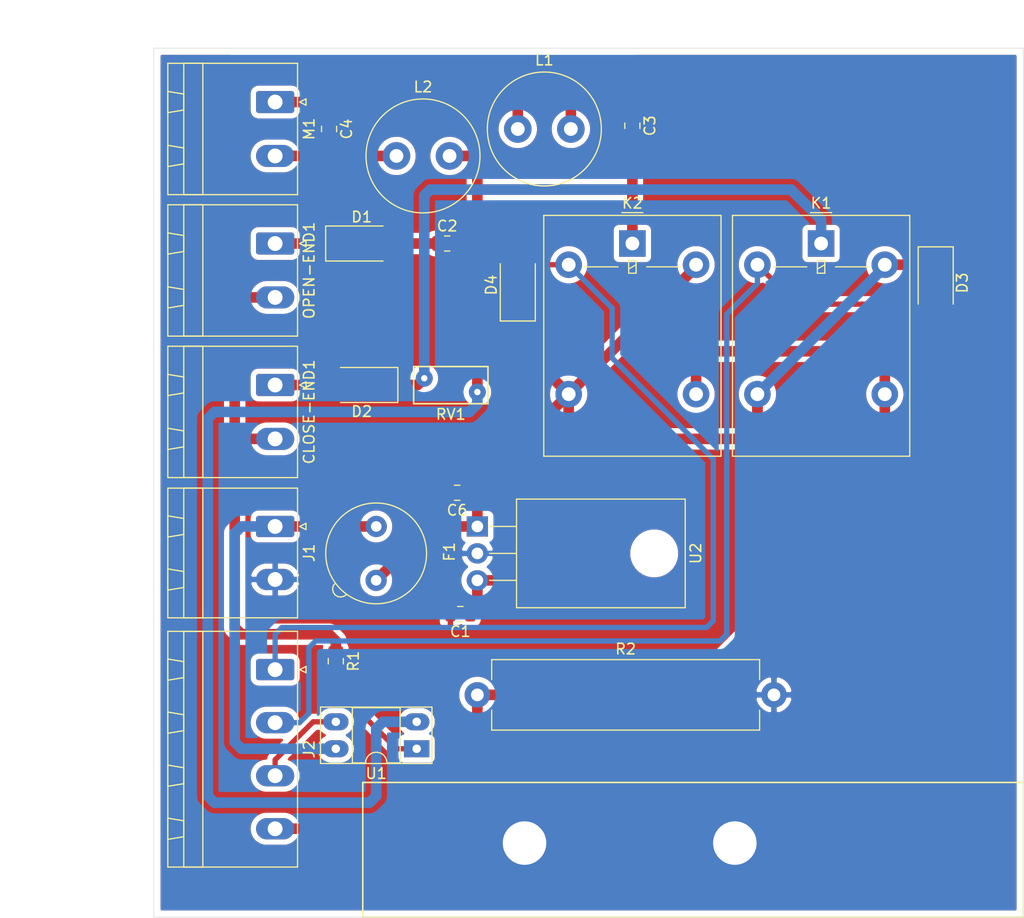
<source format=kicad_pcb>
(kicad_pcb (version 20171130) (host pcbnew "(5.1.10)-1")

  (general
    (thickness 1.6)
    (drawings 10)
    (tracks 134)
    (zones 0)
    (modules 24)
    (nets 17)
  )

  (page A4)
  (layers
    (0 F.Cu signal)
    (31 B.Cu signal)
    (32 B.Adhes user)
    (33 F.Adhes user)
    (34 B.Paste user)
    (35 F.Paste user)
    (36 B.SilkS user)
    (37 F.SilkS user)
    (38 B.Mask user)
    (39 F.Mask user)
    (40 Dwgs.User user)
    (41 Cmts.User user)
    (42 Eco1.User user)
    (43 Eco2.User user)
    (44 Edge.Cuts user)
    (45 Margin user)
    (46 B.CrtYd user)
    (47 F.CrtYd user)
    (48 B.Fab user)
    (49 F.Fab user)
  )

  (setup
    (last_trace_width 0.25)
    (trace_clearance 0.2)
    (zone_clearance 0.508)
    (zone_45_only no)
    (trace_min 0.2)
    (via_size 0.8)
    (via_drill 0.4)
    (via_min_size 0.4)
    (via_min_drill 0.3)
    (uvia_size 0.3)
    (uvia_drill 0.1)
    (uvias_allowed no)
    (uvia_min_size 0.2)
    (uvia_min_drill 0.1)
    (edge_width 0.05)
    (segment_width 0.2)
    (pcb_text_width 0.3)
    (pcb_text_size 1.5 1.5)
    (mod_edge_width 0.12)
    (mod_text_size 1 1)
    (mod_text_width 0.15)
    (pad_size 1.524 1.524)
    (pad_drill 0.762)
    (pad_to_mask_clearance 0.051)
    (solder_mask_min_width 0.25)
    (aux_axis_origin 0 0)
    (visible_elements 7FFFFFFF)
    (pcbplotparams
      (layerselection 0x010fc_ffffffff)
      (usegerberextensions false)
      (usegerberattributes false)
      (usegerberadvancedattributes false)
      (creategerberjobfile false)
      (excludeedgelayer true)
      (linewidth 0.100000)
      (plotframeref false)
      (viasonmask false)
      (mode 1)
      (useauxorigin false)
      (hpglpennumber 1)
      (hpglpenspeed 20)
      (hpglpendiameter 15.000000)
      (psnegative false)
      (psa4output false)
      (plotreference true)
      (plotvalue true)
      (plotinvisibletext false)
      (padsonsilk false)
      (subtractmaskfromsilk false)
      (outputformat 1)
      (mirror false)
      (drillshape 1)
      (scaleselection 1)
      (outputdirectory ""))
  )

  (net 0 "")
  (net 1 GND)
  (net 2 +12V)
  (net 3 "Net-(C2-Pad2)")
  (net 4 "Net-(C2-Pad1)")
  (net 5 "Net-(C3-Pad1)")
  (net 6 "Net-(C4-Pad2)")
  (net 7 "Net-(C4-Pad1)")
  (net 8 "Net-(C6-Pad1)")
  (net 9 "Net-(CLOSE-END1-Pad1)")
  (net 10 "Net-(D1-Pad1)")
  (net 11 DO2)
  (net 12 DO1)
  (net 13 +24V)
  (net 14 AI1)
  (net 15 DI1)
  (net 16 "Net-(R1-Pad2)")

  (net_class Default "This is the default net class."
    (clearance 0.2)
    (trace_width 0.25)
    (via_dia 0.8)
    (via_drill 0.4)
    (uvia_dia 0.3)
    (uvia_drill 0.1)
  )

  (net_class Motor ""
    (clearance 0.2)
    (trace_width 1)
    (via_dia 0.8)
    (via_drill 0.4)
    (uvia_dia 0.3)
    (uvia_drill 0.1)
    (add_net "Net-(C2-Pad1)")
    (add_net "Net-(C2-Pad2)")
    (add_net "Net-(C3-Pad1)")
    (add_net "Net-(C4-Pad1)")
    (add_net "Net-(C4-Pad2)")
    (add_net "Net-(CLOSE-END1-Pad1)")
    (add_net "Net-(D1-Pad1)")
  )

  (net_class Power ""
    (clearance 0.2)
    (trace_width 1)
    (via_dia 0.8)
    (via_drill 0.4)
    (uvia_dia 0.3)
    (uvia_drill 0.1)
    (add_net +12V)
    (add_net +24V)
    (add_net AI1)
    (add_net GND)
    (add_net "Net-(C6-Pad1)")
  )

  (net_class Signal ""
    (clearance 0.2)
    (trace_width 0.5)
    (via_dia 0.8)
    (via_drill 0.4)
    (uvia_dia 0.3)
    (uvia_drill 0.1)
    (add_net DI1)
    (add_net DO1)
    (add_net DO2)
    (add_net "Net-(R1-Pad2)")
  )

  (module Inductor_THT:L_Radial_D10.5mm_P5.00mm_Abacron_AISR-01 (layer F.Cu) (tedit 5AE59B06) (tstamp 5E31F114)
    (at 81.28 30.48)
    (descr "Inductor, Radial series, Radial, pin pitch=5.00mm, , diameter=10.5mm, Abacron, AISR-01, http://www.abracon.com/Magnetics/radial/AISR-01.pdf")
    (tags "Inductor Radial series Radial pin pitch 5.00mm  diameter 10.5mm Abacron AISR-01")
    (path /5B9A34B6)
    (fp_text reference L2 (at 2.5 -6.5) (layer F.SilkS)
      (effects (font (size 1 1) (thickness 0.15)))
    )
    (fp_text value 10mH (at 2.5 6.5) (layer F.Fab)
      (effects (font (size 1 1) (thickness 0.15)))
    )
    (fp_circle (center 2.5 0) (end 7.75 0) (layer F.Fab) (width 0.1))
    (fp_circle (center 2.5 0) (end 7.87 0) (layer F.SilkS) (width 0.12))
    (fp_circle (center 2.5 0) (end 8 0) (layer F.CrtYd) (width 0.05))
    (fp_text user %R (at 2.5 0) (layer F.Fab)
      (effects (font (size 1 1) (thickness 0.15)))
    )
    (pad 2 thru_hole circle (at 5 0) (size 2.6 2.6) (drill 1.3) (layers *.Cu *.Mask)
      (net 3 "Net-(C2-Pad2)"))
    (pad 1 thru_hole circle (at 0 0) (size 2.6 2.6) (drill 1.3) (layers *.Cu *.Mask)
      (net 6 "Net-(C4-Pad2)"))
    (model ${KISYS3DMOD}/Inductor_THT.3dshapes/L_Radial_D10.5mm_P5.00mm_Abacron_AISR-01.wrl
      (at (xyz 0 0 0))
      (scale (xyz 1 1 1))
      (rotate (xyz 0 0 0))
    )
  )

  (module Relay_THT:Relay_SPDT_Omron-G5LE-1 (layer F.Cu) (tedit 5AE38B37) (tstamp 5E31F100)
    (at 103.505 38.735)
    (descr "Omron Relay SPDT, http://www.omron.com/ecb/products/pdf/en-g5le.pdf")
    (tags "Omron Relay SPDT")
    (path /5B45BE30)
    (fp_text reference K2 (at 0 -3.8) (layer F.SilkS)
      (effects (font (size 1 1) (thickness 0.15)))
    )
    (fp_text value G5LE-1 (at 0 20.95) (layer F.Fab)
      (effects (font (size 1 1) (thickness 0.15)))
    )
    (fp_line (start 0 -1.55) (end 1 -2.55) (layer F.Fab) (width 0.1))
    (fp_line (start 1 -2.55) (end 8.25 -2.55) (layer F.Fab) (width 0.1))
    (fp_line (start 8.25 -2.55) (end 8.25 19.95) (layer F.Fab) (width 0.1))
    (fp_line (start 8.25 19.95) (end -8.25 19.95) (layer F.Fab) (width 0.1))
    (fp_line (start -8.25 19.95) (end -8.25 -2.55) (layer F.Fab) (width 0.1))
    (fp_line (start -8.25 -2.55) (end -1 -2.55) (layer F.Fab) (width 0.1))
    (fp_line (start -1 -2.55) (end 0 -1.55) (layer F.Fab) (width 0.1))
    (fp_line (start -4.5 2) (end 4.5 2) (layer F.Fab) (width 0.1))
    (fp_line (start 8.35 20.05) (end 8.35 -2.65) (layer F.SilkS) (width 0.12))
    (fp_line (start 8.35 -2.65) (end -8.35 -2.65) (layer F.SilkS) (width 0.12))
    (fp_line (start -8.35 -2.65) (end -8.35 20.05) (layer F.SilkS) (width 0.12))
    (fp_line (start -8.35 20.05) (end 8.35 20.05) (layer F.SilkS) (width 0.12))
    (fp_line (start -0.35 2.4) (end 0.35 2) (layer F.SilkS) (width 0.12))
    (fp_line (start 0.35 2.8) (end 0.35 1.6) (layer F.SilkS) (width 0.12))
    (fp_line (start 0.35 1.6) (end -0.35 1.6) (layer F.SilkS) (width 0.12))
    (fp_line (start -0.35 1.6) (end -0.35 2.8) (layer F.SilkS) (width 0.12))
    (fp_line (start -0.35 2.8) (end 0.35 2.8) (layer F.SilkS) (width 0.12))
    (fp_line (start -1 -2.91) (end 1 -2.91) (layer F.SilkS) (width 0.12))
    (fp_line (start -4.5 2.2) (end -1.35 2.2) (layer F.SilkS) (width 0.12))
    (fp_line (start 1.35 2.2) (end 4.5 2.2) (layer F.SilkS) (width 0.12))
    (fp_line (start 8.5 20.2) (end 8.5 -2.8) (layer F.CrtYd) (width 0.05))
    (fp_line (start 8.5 -2.8) (end -8.5 -2.8) (layer F.CrtYd) (width 0.05))
    (fp_line (start -8.5 -2.8) (end -8.5 20.2) (layer F.CrtYd) (width 0.05))
    (fp_line (start -8.5 20.2) (end 8.5 20.2) (layer F.CrtYd) (width 0.05))
    (fp_text user %R (at 0 8.7) (layer F.Fab)
      (effects (font (size 1 1) (thickness 0.15)))
    )
    (pad 5 thru_hole oval (at 6 2) (size 2.5 2.5) (drill 1.3) (layers *.Cu *.Mask)
      (net 2 +12V))
    (pad 4 thru_hole oval (at 6 14.2) (size 2.5 2.5) (drill 1.3) (layers *.Cu *.Mask)
      (net 14 AI1))
    (pad 3 thru_hole oval (at -6 14.2) (size 2.5 2.5) (drill 1.3) (layers *.Cu *.Mask)
      (net 2 +12V))
    (pad 2 thru_hole oval (at -6 2) (size 2.5 2.5) (drill 1.3) (layers *.Cu *.Mask)
      (net 12 DO1))
    (pad 1 thru_hole rect (at 0 0) (size 2.5 2.5) (drill 1.3) (layers *.Cu *.Mask)
      (net 3 "Net-(C2-Pad2)"))
    (model ${KISYS3DMOD}/Relay_THT.3dshapes/Relay_SPDT_Omron-G5LE-1.wrl
      (at (xyz 0 0 0))
      (scale (xyz 1 1 1))
      (rotate (xyz 0 0 0))
    )
  )

  (module Package_TO_SOT_THT:TO-220-3_Horizontal_TabDown (layer F.Cu) (tedit 5AC8BA0D) (tstamp 5E31F1D7)
    (at 88.9 65.405 270)
    (descr "TO-220-3, Horizontal, RM 2.54mm, see https://www.vishay.com/docs/66542/to-220-1.pdf")
    (tags "TO-220-3 Horizontal RM 2.54mm")
    (path /5E3314BD)
    (fp_text reference U2 (at 2.54 -20.58 90) (layer F.SilkS)
      (effects (font (size 1 1) (thickness 0.15)))
    )
    (fp_text value LM7812_TO220 (at 2.54 2 90) (layer F.Fab)
      (effects (font (size 1 1) (thickness 0.15)))
    )
    (fp_circle (center 2.54 -16.66) (end 4.39 -16.66) (layer F.Fab) (width 0.1))
    (fp_line (start -2.46 -13.06) (end -2.46 -19.46) (layer F.Fab) (width 0.1))
    (fp_line (start -2.46 -19.46) (end 7.54 -19.46) (layer F.Fab) (width 0.1))
    (fp_line (start 7.54 -19.46) (end 7.54 -13.06) (layer F.Fab) (width 0.1))
    (fp_line (start 7.54 -13.06) (end -2.46 -13.06) (layer F.Fab) (width 0.1))
    (fp_line (start -2.46 -3.81) (end -2.46 -13.06) (layer F.Fab) (width 0.1))
    (fp_line (start -2.46 -13.06) (end 7.54 -13.06) (layer F.Fab) (width 0.1))
    (fp_line (start 7.54 -13.06) (end 7.54 -3.81) (layer F.Fab) (width 0.1))
    (fp_line (start 7.54 -3.81) (end -2.46 -3.81) (layer F.Fab) (width 0.1))
    (fp_line (start 0 -3.81) (end 0 0) (layer F.Fab) (width 0.1))
    (fp_line (start 2.54 -3.81) (end 2.54 0) (layer F.Fab) (width 0.1))
    (fp_line (start 5.08 -3.81) (end 5.08 0) (layer F.Fab) (width 0.1))
    (fp_line (start -2.58 -3.69) (end 7.66 -3.69) (layer F.SilkS) (width 0.12))
    (fp_line (start -2.58 -19.58) (end 7.66 -19.58) (layer F.SilkS) (width 0.12))
    (fp_line (start -2.58 -19.58) (end -2.58 -3.69) (layer F.SilkS) (width 0.12))
    (fp_line (start 7.66 -19.58) (end 7.66 -3.69) (layer F.SilkS) (width 0.12))
    (fp_line (start 0 -3.69) (end 0 -1.15) (layer F.SilkS) (width 0.12))
    (fp_line (start 2.54 -3.69) (end 2.54 -1.15) (layer F.SilkS) (width 0.12))
    (fp_line (start 5.08 -3.69) (end 5.08 -1.15) (layer F.SilkS) (width 0.12))
    (fp_line (start -2.71 -19.71) (end -2.71 1.25) (layer F.CrtYd) (width 0.05))
    (fp_line (start -2.71 1.25) (end 7.79 1.25) (layer F.CrtYd) (width 0.05))
    (fp_line (start 7.79 1.25) (end 7.79 -19.71) (layer F.CrtYd) (width 0.05))
    (fp_line (start 7.79 -19.71) (end -2.71 -19.71) (layer F.CrtYd) (width 0.05))
    (fp_text user %R (at 2.54 -20.58 90) (layer F.Fab)
      (effects (font (size 1 1) (thickness 0.15)))
    )
    (pad 3 thru_hole oval (at 5.08 0 270) (size 1.905 2) (drill 1.1) (layers *.Cu *.Mask)
      (net 2 +12V))
    (pad 2 thru_hole oval (at 2.54 0 270) (size 1.905 2) (drill 1.1) (layers *.Cu *.Mask)
      (net 1 GND))
    (pad 1 thru_hole rect (at 0 0 270) (size 1.905 2) (drill 1.1) (layers *.Cu *.Mask)
      (net 8 "Net-(C6-Pad1)"))
    (pad "" np_thru_hole oval (at 2.54 -16.66 270) (size 3.5 3.5) (drill 3.5) (layers *.Cu *.Mask))
    (model ${KISYS3DMOD}/Package_TO_SOT_THT.3dshapes/TO-220-3_Horizontal_TabDown.wrl
      (at (xyz 0 0 0))
      (scale (xyz 1 1 1))
      (rotate (xyz 0 0 0))
    )
  )

  (module Package_DIP:DIP-4_W7.62mm_Socket_LongPads (layer F.Cu) (tedit 5A02E8C5) (tstamp 5E31F1B7)
    (at 83.185 86.36 180)
    (descr "4-lead though-hole mounted DIP package, row spacing 7.62 mm (300 mils), Socket, LongPads")
    (tags "THT DIP DIL PDIP 2.54mm 7.62mm 300mil Socket LongPads")
    (path /5B9ABF7C)
    (fp_text reference U1 (at 3.81 -2.33) (layer F.SilkS)
      (effects (font (size 1 1) (thickness 0.15)))
    )
    (fp_text value PC814 (at 3.81 4.87) (layer F.Fab)
      (effects (font (size 1 1) (thickness 0.15)))
    )
    (fp_line (start 1.635 -1.27) (end 6.985 -1.27) (layer F.Fab) (width 0.1))
    (fp_line (start 6.985 -1.27) (end 6.985 3.81) (layer F.Fab) (width 0.1))
    (fp_line (start 6.985 3.81) (end 0.635 3.81) (layer F.Fab) (width 0.1))
    (fp_line (start 0.635 3.81) (end 0.635 -0.27) (layer F.Fab) (width 0.1))
    (fp_line (start 0.635 -0.27) (end 1.635 -1.27) (layer F.Fab) (width 0.1))
    (fp_line (start -1.27 -1.33) (end -1.27 3.87) (layer F.Fab) (width 0.1))
    (fp_line (start -1.27 3.87) (end 8.89 3.87) (layer F.Fab) (width 0.1))
    (fp_line (start 8.89 3.87) (end 8.89 -1.33) (layer F.Fab) (width 0.1))
    (fp_line (start 8.89 -1.33) (end -1.27 -1.33) (layer F.Fab) (width 0.1))
    (fp_line (start 2.81 -1.33) (end 1.56 -1.33) (layer F.SilkS) (width 0.12))
    (fp_line (start 1.56 -1.33) (end 1.56 3.87) (layer F.SilkS) (width 0.12))
    (fp_line (start 1.56 3.87) (end 6.06 3.87) (layer F.SilkS) (width 0.12))
    (fp_line (start 6.06 3.87) (end 6.06 -1.33) (layer F.SilkS) (width 0.12))
    (fp_line (start 6.06 -1.33) (end 4.81 -1.33) (layer F.SilkS) (width 0.12))
    (fp_line (start -1.44 -1.39) (end -1.44 3.93) (layer F.SilkS) (width 0.12))
    (fp_line (start -1.44 3.93) (end 9.06 3.93) (layer F.SilkS) (width 0.12))
    (fp_line (start 9.06 3.93) (end 9.06 -1.39) (layer F.SilkS) (width 0.12))
    (fp_line (start 9.06 -1.39) (end -1.44 -1.39) (layer F.SilkS) (width 0.12))
    (fp_line (start -1.55 -1.6) (end -1.55 4.15) (layer F.CrtYd) (width 0.05))
    (fp_line (start -1.55 4.15) (end 9.15 4.15) (layer F.CrtYd) (width 0.05))
    (fp_line (start 9.15 4.15) (end 9.15 -1.6) (layer F.CrtYd) (width 0.05))
    (fp_line (start 9.15 -1.6) (end -1.55 -1.6) (layer F.CrtYd) (width 0.05))
    (fp_text user %R (at 3.81 1.27) (layer F.Fab)
      (effects (font (size 1 1) (thickness 0.15)))
    )
    (fp_arc (start 3.81 -1.33) (end 2.81 -1.33) (angle -180) (layer F.SilkS) (width 0.12))
    (pad 4 thru_hole oval (at 7.62 0 180) (size 2.4 1.6) (drill 0.8) (layers *.Cu *.Mask)
      (net 13 +24V))
    (pad 2 thru_hole oval (at 0 2.54 180) (size 2.4 1.6) (drill 0.8) (layers *.Cu *.Mask)
      (net 3 "Net-(C2-Pad2)"))
    (pad 3 thru_hole oval (at 7.62 2.54 180) (size 2.4 1.6) (drill 0.8) (layers *.Cu *.Mask)
      (net 15 DI1))
    (pad 1 thru_hole rect (at 0 0 180) (size 2.4 1.6) (drill 0.8) (layers *.Cu *.Mask)
      (net 16 "Net-(R1-Pad2)"))
    (model ${KISYS3DMOD}/Package_DIP.3dshapes/DIP-4_W7.62mm_Socket.wrl
      (at (xyz 0 0 0))
      (scale (xyz 1 1 1))
      (rotate (xyz 0 0 0))
    )
  )

  (module Varistor:RV_Disc_D7mm_W3.5mm_P5mm (layer F.Cu) (tedit 5A0F68DF) (tstamp 5E31F197)
    (at 83.9 51.435)
    (descr "Varistor, diameter 7mm, width 3.5mm, pitch 5mm")
    (tags "varistor SIOV")
    (path /5B45D30C)
    (fp_text reference RV1 (at 2.5 3.4) (layer F.SilkS)
      (effects (font (size 1 1) (thickness 0.15)))
    )
    (fp_text value Varistor (at 2.5 -2.1) (layer F.Fab)
      (effects (font (size 1 1) (thickness 0.15)))
    )
    (fp_line (start -1.25 2.65) (end 6.25 2.65) (layer F.CrtYd) (width 0.05))
    (fp_line (start -1.25 -1.35) (end 6.25 -1.35) (layer F.CrtYd) (width 0.05))
    (fp_line (start 6.25 -1.35) (end 6.25 2.65) (layer F.CrtYd) (width 0.05))
    (fp_line (start -1.25 -1.35) (end -1.25 2.65) (layer F.CrtYd) (width 0.05))
    (fp_line (start -1 2.4) (end 6 2.4) (layer F.SilkS) (width 0.15))
    (fp_line (start -1 -1.1) (end 6 -1.1) (layer F.SilkS) (width 0.15))
    (fp_line (start 6 -1.1) (end 6 2.4) (layer F.SilkS) (width 0.15))
    (fp_line (start -1 -1.1) (end -1 2.4) (layer F.SilkS) (width 0.15))
    (fp_line (start -1 2.4) (end 6 2.4) (layer F.Fab) (width 0.1))
    (fp_line (start -1 -1.1) (end 6 -1.1) (layer F.Fab) (width 0.1))
    (fp_line (start 6 -1.1) (end 6 2.4) (layer F.Fab) (width 0.1))
    (fp_line (start -1 -1.1) (end -1 2.4) (layer F.Fab) (width 0.1))
    (fp_text user %R (at 2.5 0.65) (layer F.Fab)
      (effects (font (size 1 1) (thickness 0.15)))
    )
    (pad 2 thru_hole circle (at 5 1.3) (size 1.6 1.6) (drill 0.6) (layers *.Cu *.Mask)
      (net 3 "Net-(C2-Pad2)"))
    (pad 1 thru_hole circle (at 0 0) (size 1.6 1.6) (drill 0.6) (layers *.Cu *.Mask)
      (net 4 "Net-(C2-Pad1)"))
    (model ${KISYS3DMOD}/Varistor.3dshapes/RV_Disc_D7mm_W3.5mm_P5mm.wrl
      (at (xyz 0 0 0))
      (scale (xyz 1 1 1))
      (rotate (xyz 0 0 0))
    )
  )

  (module Resistor_THT:R_Axial_Power_L25.0mm_W6.4mm_P27.94mm (layer F.Cu) (tedit 5AE5139B) (tstamp 5E31F184)
    (at 88.9 81.28)
    (descr "Resistor, Axial_Power series, Box, pin pitch=27.94mm, 5W, length*width*height=25*6.4*6.4mm^3, http://cdn-reichelt.de/documents/datenblatt/B400/5WAXIAL_9WAXIAL_11WAXIAL_17WAXIAL%23YAG.pdf")
    (tags "Resistor Axial_Power series Box pin pitch 27.94mm 5W length 25mm width 6.4mm height 6.4mm")
    (path /5E31A41F)
    (fp_text reference R2 (at 13.97 -4.32) (layer F.SilkS)
      (effects (font (size 1 1) (thickness 0.15)))
    )
    (fp_text value 0.5 (at 13.97 4.32) (layer F.Fab)
      (effects (font (size 1 1) (thickness 0.15)))
    )
    (fp_line (start 1.47 -3.2) (end 1.47 3.2) (layer F.Fab) (width 0.1))
    (fp_line (start 1.47 3.2) (end 26.47 3.2) (layer F.Fab) (width 0.1))
    (fp_line (start 26.47 3.2) (end 26.47 -3.2) (layer F.Fab) (width 0.1))
    (fp_line (start 26.47 -3.2) (end 1.47 -3.2) (layer F.Fab) (width 0.1))
    (fp_line (start 0 0) (end 1.47 0) (layer F.Fab) (width 0.1))
    (fp_line (start 27.94 0) (end 26.47 0) (layer F.Fab) (width 0.1))
    (fp_line (start 1.35 -1.44) (end 1.35 -3.32) (layer F.SilkS) (width 0.12))
    (fp_line (start 1.35 -3.32) (end 26.59 -3.32) (layer F.SilkS) (width 0.12))
    (fp_line (start 26.59 -3.32) (end 26.59 -1.44) (layer F.SilkS) (width 0.12))
    (fp_line (start 1.35 1.44) (end 1.35 3.32) (layer F.SilkS) (width 0.12))
    (fp_line (start 1.35 3.32) (end 26.59 3.32) (layer F.SilkS) (width 0.12))
    (fp_line (start 26.59 3.32) (end 26.59 1.44) (layer F.SilkS) (width 0.12))
    (fp_line (start -1.45 -3.45) (end -1.45 3.45) (layer F.CrtYd) (width 0.05))
    (fp_line (start -1.45 3.45) (end 29.39 3.45) (layer F.CrtYd) (width 0.05))
    (fp_line (start 29.39 3.45) (end 29.39 -3.45) (layer F.CrtYd) (width 0.05))
    (fp_line (start 29.39 -3.45) (end -1.45 -3.45) (layer F.CrtYd) (width 0.05))
    (fp_text user %R (at 13.97 0) (layer F.Fab)
      (effects (font (size 1 1) (thickness 0.15)))
    )
    (pad 2 thru_hole oval (at 27.94 0) (size 2.4 2.4) (drill 1.2) (layers *.Cu *.Mask)
      (net 1 GND))
    (pad 1 thru_hole circle (at 0 0) (size 2.4 2.4) (drill 1.2) (layers *.Cu *.Mask)
      (net 14 AI1))
    (model ${KISYS3DMOD}/Resistor_THT.3dshapes/R_Axial_Power_L25.0mm_W6.4mm_P27.94mm.wrl
      (at (xyz 0 0 0))
      (scale (xyz 1 1 1))
      (rotate (xyz 0 0 0))
    )
  )

  (module Resistor_SMD:R_0805_2012Metric (layer F.Cu) (tedit 5B36C52B) (tstamp 5E31FBEA)
    (at 75.565 78.105 270)
    (descr "Resistor SMD 0805 (2012 Metric), square (rectangular) end terminal, IPC_7351 nominal, (Body size source: https://docs.google.com/spreadsheets/d/1BsfQQcO9C6DZCsRaXUlFlo91Tg2WpOkGARC1WS5S8t0/edit?usp=sharing), generated with kicad-footprint-generator")
    (tags resistor)
    (path /5B9AC0D4)
    (attr smd)
    (fp_text reference R1 (at 0 -1.65 90) (layer F.SilkS)
      (effects (font (size 1 1) (thickness 0.15)))
    )
    (fp_text value 1k (at 0 1.65 90) (layer F.Fab)
      (effects (font (size 1 1) (thickness 0.15)))
    )
    (fp_line (start -1 0.6) (end -1 -0.6) (layer F.Fab) (width 0.1))
    (fp_line (start -1 -0.6) (end 1 -0.6) (layer F.Fab) (width 0.1))
    (fp_line (start 1 -0.6) (end 1 0.6) (layer F.Fab) (width 0.1))
    (fp_line (start 1 0.6) (end -1 0.6) (layer F.Fab) (width 0.1))
    (fp_line (start -0.258578 -0.71) (end 0.258578 -0.71) (layer F.SilkS) (width 0.12))
    (fp_line (start -0.258578 0.71) (end 0.258578 0.71) (layer F.SilkS) (width 0.12))
    (fp_line (start -1.68 0.95) (end -1.68 -0.95) (layer F.CrtYd) (width 0.05))
    (fp_line (start -1.68 -0.95) (end 1.68 -0.95) (layer F.CrtYd) (width 0.05))
    (fp_line (start 1.68 -0.95) (end 1.68 0.95) (layer F.CrtYd) (width 0.05))
    (fp_line (start 1.68 0.95) (end -1.68 0.95) (layer F.CrtYd) (width 0.05))
    (fp_text user %R (at 0 0 90) (layer F.Fab)
      (effects (font (size 0.5 0.5) (thickness 0.08)))
    )
    (pad 2 smd roundrect (at 0.9375 0 270) (size 0.975 1.4) (layers F.Cu F.Paste F.Mask) (roundrect_rratio 0.25)
      (net 16 "Net-(R1-Pad2)"))
    (pad 1 smd roundrect (at -0.9375 0 270) (size 0.975 1.4) (layers F.Cu F.Paste F.Mask) (roundrect_rratio 0.25)
      (net 5 "Net-(C3-Pad1)"))
    (model ${KISYS3DMOD}/Resistor_SMD.3dshapes/R_0805_2012Metric.wrl
      (at (xyz 0 0 0))
      (scale (xyz 1 1 1))
      (rotate (xyz 0 0 0))
    )
  )

  (module Connector_Phoenix_MSTB:PhoenixContact_MSTBA_2,5_2-G-5,08_1x02_P5.08mm_Horizontal (layer F.Cu) (tedit 5B785047) (tstamp 5E31F15C)
    (at 69.85 38.735 270)
    (descr "Generic Phoenix Contact connector footprint for: MSTBA_2,5/2-G-5,08; number of pins: 02; pin pitch: 5.08mm; Angled || order number: 1757242 12A || order number: 1923869 16A (HC)")
    (tags "phoenix_contact connector MSTBA_01x02_G_5.08mm")
    (path /5B45D576)
    (fp_text reference OPEN-END1 (at 2.54 -3.2 90) (layer F.SilkS)
      (effects (font (size 1 1) (thickness 0.15)))
    )
    (fp_text value SW_DPST_x2 (at 2.54 11.2 90) (layer F.Fab)
      (effects (font (size 1 1) (thickness 0.15)))
    )
    (fp_line (start -3.65 -2.11) (end -3.65 10.11) (layer F.SilkS) (width 0.12))
    (fp_line (start -3.65 10.11) (end 8.73 10.11) (layer F.SilkS) (width 0.12))
    (fp_line (start 8.73 10.11) (end 8.73 -2.11) (layer F.SilkS) (width 0.12))
    (fp_line (start 8.73 -2.11) (end -3.65 -2.11) (layer F.SilkS) (width 0.12))
    (fp_line (start -3.54 -2) (end -3.54 10) (layer F.Fab) (width 0.1))
    (fp_line (start -3.54 10) (end 8.62 10) (layer F.Fab) (width 0.1))
    (fp_line (start 8.62 10) (end 8.62 -2) (layer F.Fab) (width 0.1))
    (fp_line (start 8.62 -2) (end -3.54 -2) (layer F.Fab) (width 0.1))
    (fp_line (start -3.65 8.61) (end -3.65 6.81) (layer F.SilkS) (width 0.12))
    (fp_line (start -3.65 6.81) (end 8.73 6.81) (layer F.SilkS) (width 0.12))
    (fp_line (start 8.73 6.81) (end 8.73 8.61) (layer F.SilkS) (width 0.12))
    (fp_line (start 8.73 8.61) (end -3.65 8.61) (layer F.SilkS) (width 0.12))
    (fp_line (start -1 10.11) (end 1 10.11) (layer F.SilkS) (width 0.12))
    (fp_line (start 1 10.11) (end 0.75 8.61) (layer F.SilkS) (width 0.12))
    (fp_line (start 0.75 8.61) (end -0.75 8.61) (layer F.SilkS) (width 0.12))
    (fp_line (start -0.75 8.61) (end -1 10.11) (layer F.SilkS) (width 0.12))
    (fp_line (start 4.08 10.11) (end 6.08 10.11) (layer F.SilkS) (width 0.12))
    (fp_line (start 6.08 10.11) (end 5.83 8.61) (layer F.SilkS) (width 0.12))
    (fp_line (start 5.83 8.61) (end 4.33 8.61) (layer F.SilkS) (width 0.12))
    (fp_line (start 4.33 8.61) (end 4.08 10.11) (layer F.SilkS) (width 0.12))
    (fp_line (start -4.04 -2.5) (end -4.04 10.5) (layer F.CrtYd) (width 0.05))
    (fp_line (start -4.04 10.5) (end 9.12 10.5) (layer F.CrtYd) (width 0.05))
    (fp_line (start 9.12 10.5) (end 9.12 -2.5) (layer F.CrtYd) (width 0.05))
    (fp_line (start 9.12 -2.5) (end -4.04 -2.5) (layer F.CrtYd) (width 0.05))
    (fp_line (start 0.3 -2.91) (end 0 -2.31) (layer F.SilkS) (width 0.12))
    (fp_line (start 0 -2.31) (end -0.3 -2.91) (layer F.SilkS) (width 0.12))
    (fp_line (start -0.3 -2.91) (end 0.3 -2.91) (layer F.SilkS) (width 0.12))
    (fp_line (start 0.95 -2) (end 0 -0.5) (layer F.Fab) (width 0.1))
    (fp_line (start 0 -0.5) (end -0.95 -2) (layer F.Fab) (width 0.1))
    (fp_text user %R (at 2.54 -1.3 90) (layer F.Fab)
      (effects (font (size 1 1) (thickness 0.15)))
    )
    (pad 2 thru_hole oval (at 5.08 0 270) (size 2.08 3.6) (drill 1.4) (layers *.Cu *.Mask)
      (net 5 "Net-(C3-Pad1)"))
    (pad 1 thru_hole roundrect (at 0 0 270) (size 2.08 3.6) (drill 1.4) (layers *.Cu *.Mask) (roundrect_rratio 0.120192)
      (net 10 "Net-(D1-Pad1)"))
    (model ${KISYS3DMOD}/Connector_Phoenix_MSTB.3dshapes/PhoenixContact_MSTBA_2,5_2-G-5,08_1x02_P5.08mm_Horizontal.wrl
      (at (xyz 0 0 0))
      (scale (xyz 1 1 1))
      (rotate (xyz 0 0 0))
    )
  )

  (module Connector_Phoenix_MSTB:PhoenixContact_MSTBA_2,5_2-G-5,08_1x02_P5.08mm_Horizontal (layer F.Cu) (tedit 5B785047) (tstamp 5E31F138)
    (at 69.85 25.4 270)
    (descr "Generic Phoenix Contact connector footprint for: MSTBA_2,5/2-G-5,08; number of pins: 02; pin pitch: 5.08mm; Angled || order number: 1757242 12A || order number: 1923869 16A (HC)")
    (tags "phoenix_contact connector MSTBA_01x02_G_5.08mm")
    (path /5B45CA99)
    (fp_text reference M1 (at 2.54 -3.2 90) (layer F.SilkS)
      (effects (font (size 1 1) (thickness 0.15)))
    )
    (fp_text value Motor_DC_ALT (at 2.54 11.2 90) (layer F.Fab)
      (effects (font (size 1 1) (thickness 0.15)))
    )
    (fp_line (start -3.65 -2.11) (end -3.65 10.11) (layer F.SilkS) (width 0.12))
    (fp_line (start -3.65 10.11) (end 8.73 10.11) (layer F.SilkS) (width 0.12))
    (fp_line (start 8.73 10.11) (end 8.73 -2.11) (layer F.SilkS) (width 0.12))
    (fp_line (start 8.73 -2.11) (end -3.65 -2.11) (layer F.SilkS) (width 0.12))
    (fp_line (start -3.54 -2) (end -3.54 10) (layer F.Fab) (width 0.1))
    (fp_line (start -3.54 10) (end 8.62 10) (layer F.Fab) (width 0.1))
    (fp_line (start 8.62 10) (end 8.62 -2) (layer F.Fab) (width 0.1))
    (fp_line (start 8.62 -2) (end -3.54 -2) (layer F.Fab) (width 0.1))
    (fp_line (start -3.65 8.61) (end -3.65 6.81) (layer F.SilkS) (width 0.12))
    (fp_line (start -3.65 6.81) (end 8.73 6.81) (layer F.SilkS) (width 0.12))
    (fp_line (start 8.73 6.81) (end 8.73 8.61) (layer F.SilkS) (width 0.12))
    (fp_line (start 8.73 8.61) (end -3.65 8.61) (layer F.SilkS) (width 0.12))
    (fp_line (start -1 10.11) (end 1 10.11) (layer F.SilkS) (width 0.12))
    (fp_line (start 1 10.11) (end 0.75 8.61) (layer F.SilkS) (width 0.12))
    (fp_line (start 0.75 8.61) (end -0.75 8.61) (layer F.SilkS) (width 0.12))
    (fp_line (start -0.75 8.61) (end -1 10.11) (layer F.SilkS) (width 0.12))
    (fp_line (start 4.08 10.11) (end 6.08 10.11) (layer F.SilkS) (width 0.12))
    (fp_line (start 6.08 10.11) (end 5.83 8.61) (layer F.SilkS) (width 0.12))
    (fp_line (start 5.83 8.61) (end 4.33 8.61) (layer F.SilkS) (width 0.12))
    (fp_line (start 4.33 8.61) (end 4.08 10.11) (layer F.SilkS) (width 0.12))
    (fp_line (start -4.04 -2.5) (end -4.04 10.5) (layer F.CrtYd) (width 0.05))
    (fp_line (start -4.04 10.5) (end 9.12 10.5) (layer F.CrtYd) (width 0.05))
    (fp_line (start 9.12 10.5) (end 9.12 -2.5) (layer F.CrtYd) (width 0.05))
    (fp_line (start 9.12 -2.5) (end -4.04 -2.5) (layer F.CrtYd) (width 0.05))
    (fp_line (start 0.3 -2.91) (end 0 -2.31) (layer F.SilkS) (width 0.12))
    (fp_line (start 0 -2.31) (end -0.3 -2.91) (layer F.SilkS) (width 0.12))
    (fp_line (start -0.3 -2.91) (end 0.3 -2.91) (layer F.SilkS) (width 0.12))
    (fp_line (start 0.95 -2) (end 0 -0.5) (layer F.Fab) (width 0.1))
    (fp_line (start 0 -0.5) (end -0.95 -2) (layer F.Fab) (width 0.1))
    (fp_text user %R (at 2.54 -1.3 90) (layer F.Fab)
      (effects (font (size 1 1) (thickness 0.15)))
    )
    (pad 2 thru_hole oval (at 5.08 0 270) (size 2.08 3.6) (drill 1.4) (layers *.Cu *.Mask)
      (net 6 "Net-(C4-Pad2)"))
    (pad 1 thru_hole roundrect (at 0 0 270) (size 2.08 3.6) (drill 1.4) (layers *.Cu *.Mask) (roundrect_rratio 0.120192)
      (net 7 "Net-(C4-Pad1)"))
    (model ${KISYS3DMOD}/Connector_Phoenix_MSTB.3dshapes/PhoenixContact_MSTBA_2,5_2-G-5,08_1x02_P5.08mm_Horizontal.wrl
      (at (xyz 0 0 0))
      (scale (xyz 1 1 1))
      (rotate (xyz 0 0 0))
    )
  )

  (module Inductor_THT:L_Radial_D10.5mm_P5.00mm_Abacron_AISR-01 (layer F.Cu) (tedit 5AE59B06) (tstamp 5E3807BA)
    (at 92.71 27.94)
    (descr "Inductor, Radial series, Radial, pin pitch=5.00mm, , diameter=10.5mm, Abacron, AISR-01, http://www.abracon.com/Magnetics/radial/AISR-01.pdf")
    (tags "Inductor Radial series Radial pin pitch 5.00mm  diameter 10.5mm Abacron AISR-01")
    (path /5B9A32AD)
    (fp_text reference L1 (at 2.5 -6.5) (layer F.SilkS)
      (effects (font (size 1 1) (thickness 0.15)))
    )
    (fp_text value 10mH (at 2.5 6.5) (layer F.Fab)
      (effects (font (size 1 1) (thickness 0.15)))
    )
    (fp_circle (center 2.5 0) (end 7.75 0) (layer F.Fab) (width 0.1))
    (fp_circle (center 2.5 0) (end 7.87 0) (layer F.SilkS) (width 0.12))
    (fp_circle (center 2.5 0) (end 8 0) (layer F.CrtYd) (width 0.05))
    (fp_text user %R (at 2.5 0) (layer F.Fab)
      (effects (font (size 1 1) (thickness 0.15)))
    )
    (pad 2 thru_hole circle (at 5 0) (size 2.6 2.6) (drill 1.3) (layers *.Cu *.Mask)
      (net 5 "Net-(C3-Pad1)"))
    (pad 1 thru_hole circle (at 0 0) (size 2.6 2.6) (drill 1.3) (layers *.Cu *.Mask)
      (net 7 "Net-(C4-Pad1)"))
    (model ${KISYS3DMOD}/Inductor_THT.3dshapes/L_Radial_D10.5mm_P5.00mm_Abacron_AISR-01.wrl
      (at (xyz 0 0 0))
      (scale (xyz 1 1 1))
      (rotate (xyz 0 0 0))
    )
  )

  (module Relay_THT:Relay_SPDT_Omron-G5LE-1 (layer F.Cu) (tedit 5AE38B37) (tstamp 5E31F0DE)
    (at 121.285 38.735)
    (descr "Omron Relay SPDT, http://www.omron.com/ecb/products/pdf/en-g5le.pdf")
    (tags "Omron Relay SPDT")
    (path /5B45BD82)
    (fp_text reference K1 (at 0 -3.8) (layer F.SilkS)
      (effects (font (size 1 1) (thickness 0.15)))
    )
    (fp_text value G5LE-1 (at 0 20.95) (layer F.Fab)
      (effects (font (size 1 1) (thickness 0.15)))
    )
    (fp_line (start 0 -1.55) (end 1 -2.55) (layer F.Fab) (width 0.1))
    (fp_line (start 1 -2.55) (end 8.25 -2.55) (layer F.Fab) (width 0.1))
    (fp_line (start 8.25 -2.55) (end 8.25 19.95) (layer F.Fab) (width 0.1))
    (fp_line (start 8.25 19.95) (end -8.25 19.95) (layer F.Fab) (width 0.1))
    (fp_line (start -8.25 19.95) (end -8.25 -2.55) (layer F.Fab) (width 0.1))
    (fp_line (start -8.25 -2.55) (end -1 -2.55) (layer F.Fab) (width 0.1))
    (fp_line (start -1 -2.55) (end 0 -1.55) (layer F.Fab) (width 0.1))
    (fp_line (start -4.5 2) (end 4.5 2) (layer F.Fab) (width 0.1))
    (fp_line (start 8.35 20.05) (end 8.35 -2.65) (layer F.SilkS) (width 0.12))
    (fp_line (start 8.35 -2.65) (end -8.35 -2.65) (layer F.SilkS) (width 0.12))
    (fp_line (start -8.35 -2.65) (end -8.35 20.05) (layer F.SilkS) (width 0.12))
    (fp_line (start -8.35 20.05) (end 8.35 20.05) (layer F.SilkS) (width 0.12))
    (fp_line (start -0.35 2.4) (end 0.35 2) (layer F.SilkS) (width 0.12))
    (fp_line (start 0.35 2.8) (end 0.35 1.6) (layer F.SilkS) (width 0.12))
    (fp_line (start 0.35 1.6) (end -0.35 1.6) (layer F.SilkS) (width 0.12))
    (fp_line (start -0.35 1.6) (end -0.35 2.8) (layer F.SilkS) (width 0.12))
    (fp_line (start -0.35 2.8) (end 0.35 2.8) (layer F.SilkS) (width 0.12))
    (fp_line (start -1 -2.91) (end 1 -2.91) (layer F.SilkS) (width 0.12))
    (fp_line (start -4.5 2.2) (end -1.35 2.2) (layer F.SilkS) (width 0.12))
    (fp_line (start 1.35 2.2) (end 4.5 2.2) (layer F.SilkS) (width 0.12))
    (fp_line (start 8.5 20.2) (end 8.5 -2.8) (layer F.CrtYd) (width 0.05))
    (fp_line (start 8.5 -2.8) (end -8.5 -2.8) (layer F.CrtYd) (width 0.05))
    (fp_line (start -8.5 -2.8) (end -8.5 20.2) (layer F.CrtYd) (width 0.05))
    (fp_line (start -8.5 20.2) (end 8.5 20.2) (layer F.CrtYd) (width 0.05))
    (fp_text user %R (at 0 8.7) (layer F.Fab)
      (effects (font (size 1 1) (thickness 0.15)))
    )
    (pad 5 thru_hole oval (at 6 2) (size 2.5 2.5) (drill 1.3) (layers *.Cu *.Mask)
      (net 2 +12V))
    (pad 4 thru_hole oval (at 6 14.2) (size 2.5 2.5) (drill 1.3) (layers *.Cu *.Mask)
      (net 14 AI1))
    (pad 3 thru_hole oval (at -6 14.2) (size 2.5 2.5) (drill 1.3) (layers *.Cu *.Mask)
      (net 2 +12V))
    (pad 2 thru_hole oval (at -6 2) (size 2.5 2.5) (drill 1.3) (layers *.Cu *.Mask)
      (net 11 DO2))
    (pad 1 thru_hole rect (at 0 0) (size 2.5 2.5) (drill 1.3) (layers *.Cu *.Mask)
      (net 4 "Net-(C2-Pad1)"))
    (model ${KISYS3DMOD}/Relay_THT.3dshapes/Relay_SPDT_Omron-G5LE-1.wrl
      (at (xyz 0 0 0))
      (scale (xyz 1 1 1))
      (rotate (xyz 0 0 0))
    )
  )

  (module Connector_Phoenix_MSTB:PhoenixContact_MSTBA_2,5_4-G_1x04_P5.00mm_Horizontal (layer F.Cu) (tedit 5B785046) (tstamp 5E31F0BC)
    (at 69.85 78.9 270)
    (descr "Generic Phoenix Contact connector footprint for: MSTBA_2,5/4-G; number of pins: 04; pin pitch: 5.00mm; Angled || order number: 1757491 12A || order number: 1923775 16A (HC)")
    (tags "phoenix_contact connector MSTBA_01x04_G_5.00mm")
    (path /5E32BD83)
    (fp_text reference J2 (at 7.5 -3.2 90) (layer F.SilkS)
      (effects (font (size 1 1) (thickness 0.15)))
    )
    (fp_text value IO (at 7.5 11.2 90) (layer F.Fab)
      (effects (font (size 1 1) (thickness 0.15)))
    )
    (fp_line (start -3.61 -2.11) (end -3.61 10.11) (layer F.SilkS) (width 0.12))
    (fp_line (start -3.61 10.11) (end 18.61 10.11) (layer F.SilkS) (width 0.12))
    (fp_line (start 18.61 10.11) (end 18.61 -2.11) (layer F.SilkS) (width 0.12))
    (fp_line (start 18.61 -2.11) (end -3.61 -2.11) (layer F.SilkS) (width 0.12))
    (fp_line (start -3.5 -2) (end -3.5 10) (layer F.Fab) (width 0.1))
    (fp_line (start -3.5 10) (end 18.5 10) (layer F.Fab) (width 0.1))
    (fp_line (start 18.5 10) (end 18.5 -2) (layer F.Fab) (width 0.1))
    (fp_line (start 18.5 -2) (end -3.5 -2) (layer F.Fab) (width 0.1))
    (fp_line (start -3.61 8.61) (end -3.61 6.81) (layer F.SilkS) (width 0.12))
    (fp_line (start -3.61 6.81) (end 18.61 6.81) (layer F.SilkS) (width 0.12))
    (fp_line (start 18.61 6.81) (end 18.61 8.61) (layer F.SilkS) (width 0.12))
    (fp_line (start 18.61 8.61) (end -3.61 8.61) (layer F.SilkS) (width 0.12))
    (fp_line (start -1 10.11) (end 1 10.11) (layer F.SilkS) (width 0.12))
    (fp_line (start 1 10.11) (end 0.75 8.61) (layer F.SilkS) (width 0.12))
    (fp_line (start 0.75 8.61) (end -0.75 8.61) (layer F.SilkS) (width 0.12))
    (fp_line (start -0.75 8.61) (end -1 10.11) (layer F.SilkS) (width 0.12))
    (fp_line (start 4 10.11) (end 6 10.11) (layer F.SilkS) (width 0.12))
    (fp_line (start 6 10.11) (end 5.75 8.61) (layer F.SilkS) (width 0.12))
    (fp_line (start 5.75 8.61) (end 4.25 8.61) (layer F.SilkS) (width 0.12))
    (fp_line (start 4.25 8.61) (end 4 10.11) (layer F.SilkS) (width 0.12))
    (fp_line (start 9 10.11) (end 11 10.11) (layer F.SilkS) (width 0.12))
    (fp_line (start 11 10.11) (end 10.75 8.61) (layer F.SilkS) (width 0.12))
    (fp_line (start 10.75 8.61) (end 9.25 8.61) (layer F.SilkS) (width 0.12))
    (fp_line (start 9.25 8.61) (end 9 10.11) (layer F.SilkS) (width 0.12))
    (fp_line (start 14 10.11) (end 16 10.11) (layer F.SilkS) (width 0.12))
    (fp_line (start 16 10.11) (end 15.75 8.61) (layer F.SilkS) (width 0.12))
    (fp_line (start 15.75 8.61) (end 14.25 8.61) (layer F.SilkS) (width 0.12))
    (fp_line (start 14.25 8.61) (end 14 10.11) (layer F.SilkS) (width 0.12))
    (fp_line (start -4 -2.5) (end -4 10.5) (layer F.CrtYd) (width 0.05))
    (fp_line (start -4 10.5) (end 19 10.5) (layer F.CrtYd) (width 0.05))
    (fp_line (start 19 10.5) (end 19 -2.5) (layer F.CrtYd) (width 0.05))
    (fp_line (start 19 -2.5) (end -4 -2.5) (layer F.CrtYd) (width 0.05))
    (fp_line (start 0.3 -2.91) (end 0 -2.31) (layer F.SilkS) (width 0.12))
    (fp_line (start 0 -2.31) (end -0.3 -2.91) (layer F.SilkS) (width 0.12))
    (fp_line (start -0.3 -2.91) (end 0.3 -2.91) (layer F.SilkS) (width 0.12))
    (fp_line (start 0.95 -2) (end 0 -0.5) (layer F.Fab) (width 0.1))
    (fp_line (start 0 -0.5) (end -0.95 -2) (layer F.Fab) (width 0.1))
    (fp_text user %R (at 7.5 -1.3 90) (layer F.Fab)
      (effects (font (size 1 1) (thickness 0.15)))
    )
    (pad 4 thru_hole oval (at 15 0 270) (size 2 3.6) (drill 1.4) (layers *.Cu *.Mask)
      (net 14 AI1))
    (pad 3 thru_hole oval (at 10 0 270) (size 2 3.6) (drill 1.4) (layers *.Cu *.Mask)
      (net 15 DI1))
    (pad 2 thru_hole oval (at 5 0 270) (size 2 3.6) (drill 1.4) (layers *.Cu *.Mask)
      (net 11 DO2))
    (pad 1 thru_hole roundrect (at 0 0 270) (size 2 3.6) (drill 1.4) (layers *.Cu *.Mask) (roundrect_rratio 0.125)
      (net 12 DO1))
    (model ${KISYS3DMOD}/Connector_Phoenix_MSTB.3dshapes/PhoenixContact_MSTBA_2,5_4-G_1x04_P5.00mm_Horizontal.wrl
      (at (xyz 0 0 0))
      (scale (xyz 1 1 1))
      (rotate (xyz 0 0 0))
    )
  )

  (module Connector_Phoenix_MSTB:PhoenixContact_MSTBA_2,5_2-G_1x02_P5.00mm_Horizontal (layer F.Cu) (tedit 5B785046) (tstamp 5E31F08E)
    (at 69.85 65.405 270)
    (descr "Generic Phoenix Contact connector footprint for: MSTBA_2,5/2-G; number of pins: 02; pin pitch: 5.00mm; Angled || order number: 1757475 12A || order number: 1923759 16A (HC)")
    (tags "phoenix_contact connector MSTBA_01x02_G_5.00mm")
    (path /5E32FCCC)
    (fp_text reference J1 (at 2.5 -3.2 90) (layer F.SilkS)
      (effects (font (size 1 1) (thickness 0.15)))
    )
    (fp_text value POWER (at 2.5 11.2 90) (layer F.Fab)
      (effects (font (size 1 1) (thickness 0.15)))
    )
    (fp_line (start -3.61 -2.11) (end -3.61 10.11) (layer F.SilkS) (width 0.12))
    (fp_line (start -3.61 10.11) (end 8.61 10.11) (layer F.SilkS) (width 0.12))
    (fp_line (start 8.61 10.11) (end 8.61 -2.11) (layer F.SilkS) (width 0.12))
    (fp_line (start 8.61 -2.11) (end -3.61 -2.11) (layer F.SilkS) (width 0.12))
    (fp_line (start -3.5 -2) (end -3.5 10) (layer F.Fab) (width 0.1))
    (fp_line (start -3.5 10) (end 8.5 10) (layer F.Fab) (width 0.1))
    (fp_line (start 8.5 10) (end 8.5 -2) (layer F.Fab) (width 0.1))
    (fp_line (start 8.5 -2) (end -3.5 -2) (layer F.Fab) (width 0.1))
    (fp_line (start -3.61 8.61) (end -3.61 6.81) (layer F.SilkS) (width 0.12))
    (fp_line (start -3.61 6.81) (end 8.61 6.81) (layer F.SilkS) (width 0.12))
    (fp_line (start 8.61 6.81) (end 8.61 8.61) (layer F.SilkS) (width 0.12))
    (fp_line (start 8.61 8.61) (end -3.61 8.61) (layer F.SilkS) (width 0.12))
    (fp_line (start -1 10.11) (end 1 10.11) (layer F.SilkS) (width 0.12))
    (fp_line (start 1 10.11) (end 0.75 8.61) (layer F.SilkS) (width 0.12))
    (fp_line (start 0.75 8.61) (end -0.75 8.61) (layer F.SilkS) (width 0.12))
    (fp_line (start -0.75 8.61) (end -1 10.11) (layer F.SilkS) (width 0.12))
    (fp_line (start 4 10.11) (end 6 10.11) (layer F.SilkS) (width 0.12))
    (fp_line (start 6 10.11) (end 5.75 8.61) (layer F.SilkS) (width 0.12))
    (fp_line (start 5.75 8.61) (end 4.25 8.61) (layer F.SilkS) (width 0.12))
    (fp_line (start 4.25 8.61) (end 4 10.11) (layer F.SilkS) (width 0.12))
    (fp_line (start -4 -2.5) (end -4 10.5) (layer F.CrtYd) (width 0.05))
    (fp_line (start -4 10.5) (end 9 10.5) (layer F.CrtYd) (width 0.05))
    (fp_line (start 9 10.5) (end 9 -2.5) (layer F.CrtYd) (width 0.05))
    (fp_line (start 9 -2.5) (end -4 -2.5) (layer F.CrtYd) (width 0.05))
    (fp_line (start 0.3 -2.91) (end 0 -2.31) (layer F.SilkS) (width 0.12))
    (fp_line (start 0 -2.31) (end -0.3 -2.91) (layer F.SilkS) (width 0.12))
    (fp_line (start -0.3 -2.91) (end 0.3 -2.91) (layer F.SilkS) (width 0.12))
    (fp_line (start 0.95 -2) (end 0 -0.5) (layer F.Fab) (width 0.1))
    (fp_line (start 0 -0.5) (end -0.95 -2) (layer F.Fab) (width 0.1))
    (fp_text user %R (at 2.5 -1.3 90) (layer F.Fab)
      (effects (font (size 1 1) (thickness 0.15)))
    )
    (pad 2 thru_hole oval (at 5 0 270) (size 2 3.6) (drill 1.4) (layers *.Cu *.Mask)
      (net 1 GND))
    (pad 1 thru_hole roundrect (at 0 0 270) (size 2 3.6) (drill 1.4) (layers *.Cu *.Mask) (roundrect_rratio 0.125)
      (net 13 +24V))
    (model ${KISYS3DMOD}/Connector_Phoenix_MSTB.3dshapes/PhoenixContact_MSTBA_2,5_2-G_1x02_P5.00mm_Horizontal.wrl
      (at (xyz 0 0 0))
      (scale (xyz 1 1 1))
      (rotate (xyz 0 0 0))
    )
  )

  (module Fuse:Fuseholder_TR5_Littelfuse_No560_No460 (layer F.Cu) (tedit 5C39BAE2) (tstamp 5E31F06A)
    (at 79.375 65.405 270)
    (descr "Fuse, Fuseholder, TR5, Littelfuse/Wickmann, No. 460, No560, https://www.littelfuse.com/~/media/electronics/datasheets/fuse_holders/littelfuse_fuse_holder_559_560_datasheet.pdf.pdf")
    (tags "Fuse Fuseholder TR5 Littelfuse/Wickmann No. 460 No560 ")
    (path /5B46A513)
    (fp_text reference F1 (at 2.39 -6.89 90) (layer F.SilkS)
      (effects (font (size 1 1) (thickness 0.15)))
    )
    (fp_text value Polyfuse (at 2.39 7.43 90) (layer F.Fab)
      (effects (font (size 1 1) (thickness 0.15)))
    )
    (fp_line (start 5.44 3.94) (end 5.31 3.79) (layer F.Fab) (width 0.1))
    (fp_line (start 5.62 4.02) (end 5.44 3.94) (layer F.Fab) (width 0.1))
    (fp_line (start 5.91 4.06) (end 5.62 4.02) (layer F.Fab) (width 0.1))
    (fp_line (start 6.2 3.98) (end 5.91 4.06) (layer F.Fab) (width 0.1))
    (fp_line (start 6.42 3.81) (end 6.2 3.98) (layer F.Fab) (width 0.1))
    (fp_line (start 6.57 3.55) (end 6.42 3.81) (layer F.Fab) (width 0.1))
    (fp_line (start 6.6 3.29) (end 6.57 3.55) (layer F.Fab) (width 0.1))
    (fp_line (start 6.55 3.04) (end 6.6 3.29) (layer F.Fab) (width 0.1))
    (fp_line (start 6.46 2.88) (end 6.55 3.04) (layer F.Fab) (width 0.1))
    (fp_line (start 6.34 2.74) (end 6.46 2.88) (layer F.Fab) (width 0.1))
    (fp_line (start 6.39 2.79) (end 6.51 2.93) (layer F.SilkS) (width 0.12))
    (fp_line (start 6.51 2.93) (end 6.6 3.09) (layer F.SilkS) (width 0.12))
    (fp_line (start 6.6 3.09) (end 6.65 3.34) (layer F.SilkS) (width 0.12))
    (fp_line (start 6.65 3.34) (end 6.62 3.6) (layer F.SilkS) (width 0.12))
    (fp_line (start 6.62 3.6) (end 6.47 3.86) (layer F.SilkS) (width 0.12))
    (fp_line (start 6.47 3.86) (end 6.25 4.03) (layer F.SilkS) (width 0.12))
    (fp_line (start 6.25 4.03) (end 5.96 4.11) (layer F.SilkS) (width 0.12))
    (fp_line (start 5.96 4.11) (end 5.67 4.07) (layer F.SilkS) (width 0.12))
    (fp_line (start 5.67 4.07) (end 5.49 3.99) (layer F.SilkS) (width 0.12))
    (fp_line (start 5.49 3.99) (end 5.36 3.84) (layer F.SilkS) (width 0.12))
    (fp_line (start -2.46 -4.99) (end 7.54 -4.99) (layer F.CrtYd) (width 0.05))
    (fp_line (start -2.46 -4.99) (end -2.46 5.01) (layer F.CrtYd) (width 0.05))
    (fp_line (start 7.54 5.01) (end 7.54 -4.99) (layer F.CrtYd) (width 0.05))
    (fp_line (start 7.54 5.01) (end -2.46 5.01) (layer F.CrtYd) (width 0.05))
    (fp_circle (center 2.55 0) (end 7.25 0) (layer F.Fab) (width 0.1))
    (fp_circle (center 2.54 0.01) (end 7.29 0.01) (layer F.SilkS) (width 0.12))
    (fp_text user %R (at 2.75 -2.75 90) (layer F.Fab)
      (effects (font (size 1 1) (thickness 0.15)))
    )
    (pad 2 thru_hole circle (at 5.08 0.01 270) (size 2 2) (drill 1) (layers *.Cu *.Mask)
      (net 8 "Net-(C6-Pad1)"))
    (pad 1 thru_hole circle (at 0 0 270) (size 2 2) (drill 1) (layers *.Cu *.Mask)
      (net 13 +24V))
    (model ${KISYS3DMOD}/Fuse.3dshapes/Fuseholder_TR5_Littelfuse_No560_No460.wrl
      (at (xyz 0 0 0))
      (scale (xyz 1 1 1))
      (rotate (xyz 0 0 0))
    )
  )

  (module Diode_SMD:D_SMA (layer F.Cu) (tedit 586432E5) (tstamp 5E31F049)
    (at 92.71 42.64 90)
    (descr "Diode SMA (DO-214AC)")
    (tags "Diode SMA (DO-214AC)")
    (path /5E38527A)
    (attr smd)
    (fp_text reference D4 (at 0 -2.5 90) (layer F.SilkS)
      (effects (font (size 1 1) (thickness 0.15)))
    )
    (fp_text value 1F4007 (at 0 2.6 90) (layer F.Fab)
      (effects (font (size 1 1) (thickness 0.15)))
    )
    (fp_line (start -3.4 -1.65) (end -3.4 1.65) (layer F.SilkS) (width 0.12))
    (fp_line (start 2.3 1.5) (end -2.3 1.5) (layer F.Fab) (width 0.1))
    (fp_line (start -2.3 1.5) (end -2.3 -1.5) (layer F.Fab) (width 0.1))
    (fp_line (start 2.3 -1.5) (end 2.3 1.5) (layer F.Fab) (width 0.1))
    (fp_line (start 2.3 -1.5) (end -2.3 -1.5) (layer F.Fab) (width 0.1))
    (fp_line (start -3.5 -1.75) (end 3.5 -1.75) (layer F.CrtYd) (width 0.05))
    (fp_line (start 3.5 -1.75) (end 3.5 1.75) (layer F.CrtYd) (width 0.05))
    (fp_line (start 3.5 1.75) (end -3.5 1.75) (layer F.CrtYd) (width 0.05))
    (fp_line (start -3.5 1.75) (end -3.5 -1.75) (layer F.CrtYd) (width 0.05))
    (fp_line (start -0.64944 0.00102) (end -1.55114 0.00102) (layer F.Fab) (width 0.1))
    (fp_line (start 0.50118 0.00102) (end 1.4994 0.00102) (layer F.Fab) (width 0.1))
    (fp_line (start -0.64944 -0.79908) (end -0.64944 0.80112) (layer F.Fab) (width 0.1))
    (fp_line (start 0.50118 0.75032) (end 0.50118 -0.79908) (layer F.Fab) (width 0.1))
    (fp_line (start -0.64944 0.00102) (end 0.50118 0.75032) (layer F.Fab) (width 0.1))
    (fp_line (start -0.64944 0.00102) (end 0.50118 -0.79908) (layer F.Fab) (width 0.1))
    (fp_line (start -3.4 1.65) (end 2 1.65) (layer F.SilkS) (width 0.12))
    (fp_line (start -3.4 -1.65) (end 2 -1.65) (layer F.SilkS) (width 0.12))
    (fp_text user %R (at 0 -2.5 90) (layer F.Fab)
      (effects (font (size 1 1) (thickness 0.15)))
    )
    (pad 2 smd rect (at 2 0 90) (size 2.5 1.8) (layers F.Cu F.Paste F.Mask)
      (net 12 DO1))
    (pad 1 smd rect (at -2 0 90) (size 2.5 1.8) (layers F.Cu F.Paste F.Mask)
      (net 2 +12V))
    (model ${KISYS3DMOD}/Diode_SMD.3dshapes/D_SMA.wrl
      (at (xyz 0 0 0))
      (scale (xyz 1 1 1))
      (rotate (xyz 0 0 0))
    )
  )

  (module Diode_SMD:D_SMA (layer F.Cu) (tedit 586432E5) (tstamp 5E31F031)
    (at 132.08 42.45 270)
    (descr "Diode SMA (DO-214AC)")
    (tags "Diode SMA (DO-214AC)")
    (path /5E384EA5)
    (attr smd)
    (fp_text reference D3 (at 0 -2.5 90) (layer F.SilkS)
      (effects (font (size 1 1) (thickness 0.15)))
    )
    (fp_text value 1F4007 (at 0 2.6 90) (layer F.Fab)
      (effects (font (size 1 1) (thickness 0.15)))
    )
    (fp_line (start -3.4 -1.65) (end -3.4 1.65) (layer F.SilkS) (width 0.12))
    (fp_line (start 2.3 1.5) (end -2.3 1.5) (layer F.Fab) (width 0.1))
    (fp_line (start -2.3 1.5) (end -2.3 -1.5) (layer F.Fab) (width 0.1))
    (fp_line (start 2.3 -1.5) (end 2.3 1.5) (layer F.Fab) (width 0.1))
    (fp_line (start 2.3 -1.5) (end -2.3 -1.5) (layer F.Fab) (width 0.1))
    (fp_line (start -3.5 -1.75) (end 3.5 -1.75) (layer F.CrtYd) (width 0.05))
    (fp_line (start 3.5 -1.75) (end 3.5 1.75) (layer F.CrtYd) (width 0.05))
    (fp_line (start 3.5 1.75) (end -3.5 1.75) (layer F.CrtYd) (width 0.05))
    (fp_line (start -3.5 1.75) (end -3.5 -1.75) (layer F.CrtYd) (width 0.05))
    (fp_line (start -0.64944 0.00102) (end -1.55114 0.00102) (layer F.Fab) (width 0.1))
    (fp_line (start 0.50118 0.00102) (end 1.4994 0.00102) (layer F.Fab) (width 0.1))
    (fp_line (start -0.64944 -0.79908) (end -0.64944 0.80112) (layer F.Fab) (width 0.1))
    (fp_line (start 0.50118 0.75032) (end 0.50118 -0.79908) (layer F.Fab) (width 0.1))
    (fp_line (start -0.64944 0.00102) (end 0.50118 0.75032) (layer F.Fab) (width 0.1))
    (fp_line (start -0.64944 0.00102) (end 0.50118 -0.79908) (layer F.Fab) (width 0.1))
    (fp_line (start -3.4 1.65) (end 2 1.65) (layer F.SilkS) (width 0.12))
    (fp_line (start -3.4 -1.65) (end 2 -1.65) (layer F.SilkS) (width 0.12))
    (fp_text user %R (at 0 -2.5 90) (layer F.Fab)
      (effects (font (size 1 1) (thickness 0.15)))
    )
    (pad 2 smd rect (at 2 0 270) (size 2.5 1.8) (layers F.Cu F.Paste F.Mask)
      (net 11 DO2))
    (pad 1 smd rect (at -2 0 270) (size 2.5 1.8) (layers F.Cu F.Paste F.Mask)
      (net 2 +12V))
    (model ${KISYS3DMOD}/Diode_SMD.3dshapes/D_SMA.wrl
      (at (xyz 0 0 0))
      (scale (xyz 1 1 1))
      (rotate (xyz 0 0 0))
    )
  )

  (module Diode_SMD:D_SMA (layer F.Cu) (tedit 586432E5) (tstamp 5E31F019)
    (at 78.01 52.07 180)
    (descr "Diode SMA (DO-214AC)")
    (tags "Diode SMA (DO-214AC)")
    (path /5B45FD7B)
    (attr smd)
    (fp_text reference D2 (at 0 -2.5) (layer F.SilkS)
      (effects (font (size 1 1) (thickness 0.15)))
    )
    (fp_text value 1F4007 (at 0 2.6) (layer F.Fab)
      (effects (font (size 1 1) (thickness 0.15)))
    )
    (fp_line (start -3.4 -1.65) (end -3.4 1.65) (layer F.SilkS) (width 0.12))
    (fp_line (start 2.3 1.5) (end -2.3 1.5) (layer F.Fab) (width 0.1))
    (fp_line (start -2.3 1.5) (end -2.3 -1.5) (layer F.Fab) (width 0.1))
    (fp_line (start 2.3 -1.5) (end 2.3 1.5) (layer F.Fab) (width 0.1))
    (fp_line (start 2.3 -1.5) (end -2.3 -1.5) (layer F.Fab) (width 0.1))
    (fp_line (start -3.5 -1.75) (end 3.5 -1.75) (layer F.CrtYd) (width 0.05))
    (fp_line (start 3.5 -1.75) (end 3.5 1.75) (layer F.CrtYd) (width 0.05))
    (fp_line (start 3.5 1.75) (end -3.5 1.75) (layer F.CrtYd) (width 0.05))
    (fp_line (start -3.5 1.75) (end -3.5 -1.75) (layer F.CrtYd) (width 0.05))
    (fp_line (start -0.64944 0.00102) (end -1.55114 0.00102) (layer F.Fab) (width 0.1))
    (fp_line (start 0.50118 0.00102) (end 1.4994 0.00102) (layer F.Fab) (width 0.1))
    (fp_line (start -0.64944 -0.79908) (end -0.64944 0.80112) (layer F.Fab) (width 0.1))
    (fp_line (start 0.50118 0.75032) (end 0.50118 -0.79908) (layer F.Fab) (width 0.1))
    (fp_line (start -0.64944 0.00102) (end 0.50118 0.75032) (layer F.Fab) (width 0.1))
    (fp_line (start -0.64944 0.00102) (end 0.50118 -0.79908) (layer F.Fab) (width 0.1))
    (fp_line (start -3.4 1.65) (end 2 1.65) (layer F.SilkS) (width 0.12))
    (fp_line (start -3.4 -1.65) (end 2 -1.65) (layer F.SilkS) (width 0.12))
    (fp_text user %R (at 0 -2.5) (layer F.Fab)
      (effects (font (size 1 1) (thickness 0.15)))
    )
    (pad 2 smd rect (at 2 0 180) (size 2.5 1.8) (layers F.Cu F.Paste F.Mask)
      (net 9 "Net-(CLOSE-END1-Pad1)"))
    (pad 1 smd rect (at -2 0 180) (size 2.5 1.8) (layers F.Cu F.Paste F.Mask)
      (net 4 "Net-(C2-Pad1)"))
    (model ${KISYS3DMOD}/Diode_SMD.3dshapes/D_SMA.wrl
      (at (xyz 0 0 0))
      (scale (xyz 1 1 1))
      (rotate (xyz 0 0 0))
    )
  )

  (module Diode_SMD:D_SMA (layer F.Cu) (tedit 586432E5) (tstamp 5E31F001)
    (at 78.01 38.735)
    (descr "Diode SMA (DO-214AC)")
    (tags "Diode SMA (DO-214AC)")
    (path /5B45FC68)
    (attr smd)
    (fp_text reference D1 (at 0 -2.5) (layer F.SilkS)
      (effects (font (size 1 1) (thickness 0.15)))
    )
    (fp_text value 1F4007 (at 0 2.6) (layer F.Fab)
      (effects (font (size 1 1) (thickness 0.15)))
    )
    (fp_line (start -3.4 -1.65) (end -3.4 1.65) (layer F.SilkS) (width 0.12))
    (fp_line (start 2.3 1.5) (end -2.3 1.5) (layer F.Fab) (width 0.1))
    (fp_line (start -2.3 1.5) (end -2.3 -1.5) (layer F.Fab) (width 0.1))
    (fp_line (start 2.3 -1.5) (end 2.3 1.5) (layer F.Fab) (width 0.1))
    (fp_line (start 2.3 -1.5) (end -2.3 -1.5) (layer F.Fab) (width 0.1))
    (fp_line (start -3.5 -1.75) (end 3.5 -1.75) (layer F.CrtYd) (width 0.05))
    (fp_line (start 3.5 -1.75) (end 3.5 1.75) (layer F.CrtYd) (width 0.05))
    (fp_line (start 3.5 1.75) (end -3.5 1.75) (layer F.CrtYd) (width 0.05))
    (fp_line (start -3.5 1.75) (end -3.5 -1.75) (layer F.CrtYd) (width 0.05))
    (fp_line (start -0.64944 0.00102) (end -1.55114 0.00102) (layer F.Fab) (width 0.1))
    (fp_line (start 0.50118 0.00102) (end 1.4994 0.00102) (layer F.Fab) (width 0.1))
    (fp_line (start -0.64944 -0.79908) (end -0.64944 0.80112) (layer F.Fab) (width 0.1))
    (fp_line (start 0.50118 0.75032) (end 0.50118 -0.79908) (layer F.Fab) (width 0.1))
    (fp_line (start -0.64944 0.00102) (end 0.50118 0.75032) (layer F.Fab) (width 0.1))
    (fp_line (start -0.64944 0.00102) (end 0.50118 -0.79908) (layer F.Fab) (width 0.1))
    (fp_line (start -3.4 1.65) (end 2 1.65) (layer F.SilkS) (width 0.12))
    (fp_line (start -3.4 -1.65) (end 2 -1.65) (layer F.SilkS) (width 0.12))
    (fp_text user %R (at 0 -2.5) (layer F.Fab)
      (effects (font (size 1 1) (thickness 0.15)))
    )
    (pad 2 smd rect (at 2 0) (size 2.5 1.8) (layers F.Cu F.Paste F.Mask)
      (net 4 "Net-(C2-Pad1)"))
    (pad 1 smd rect (at -2 0) (size 2.5 1.8) (layers F.Cu F.Paste F.Mask)
      (net 10 "Net-(D1-Pad1)"))
    (model ${KISYS3DMOD}/Diode_SMD.3dshapes/D_SMA.wrl
      (at (xyz 0 0 0))
      (scale (xyz 1 1 1))
      (rotate (xyz 0 0 0))
    )
  )

  (module Connector_Phoenix_MSTB:PhoenixContact_MSTBA_2,5_2-G-5,08_1x02_P5.08mm_Horizontal (layer F.Cu) (tedit 5B785047) (tstamp 5E31EFE9)
    (at 69.85 52.07 270)
    (descr "Generic Phoenix Contact connector footprint for: MSTBA_2,5/2-G-5,08; number of pins: 02; pin pitch: 5.08mm; Angled || order number: 1757242 12A || order number: 1923869 16A (HC)")
    (tags "phoenix_contact connector MSTBA_01x02_G_5.08mm")
    (path /5B45D7AA)
    (fp_text reference CLOSE-END1 (at 2.54 -3.2 90) (layer F.SilkS)
      (effects (font (size 1 1) (thickness 0.15)))
    )
    (fp_text value SW_DPST_x2 (at 2.54 11.2 90) (layer F.Fab)
      (effects (font (size 1 1) (thickness 0.15)))
    )
    (fp_line (start -3.65 -2.11) (end -3.65 10.11) (layer F.SilkS) (width 0.12))
    (fp_line (start -3.65 10.11) (end 8.73 10.11) (layer F.SilkS) (width 0.12))
    (fp_line (start 8.73 10.11) (end 8.73 -2.11) (layer F.SilkS) (width 0.12))
    (fp_line (start 8.73 -2.11) (end -3.65 -2.11) (layer F.SilkS) (width 0.12))
    (fp_line (start -3.54 -2) (end -3.54 10) (layer F.Fab) (width 0.1))
    (fp_line (start -3.54 10) (end 8.62 10) (layer F.Fab) (width 0.1))
    (fp_line (start 8.62 10) (end 8.62 -2) (layer F.Fab) (width 0.1))
    (fp_line (start 8.62 -2) (end -3.54 -2) (layer F.Fab) (width 0.1))
    (fp_line (start -3.65 8.61) (end -3.65 6.81) (layer F.SilkS) (width 0.12))
    (fp_line (start -3.65 6.81) (end 8.73 6.81) (layer F.SilkS) (width 0.12))
    (fp_line (start 8.73 6.81) (end 8.73 8.61) (layer F.SilkS) (width 0.12))
    (fp_line (start 8.73 8.61) (end -3.65 8.61) (layer F.SilkS) (width 0.12))
    (fp_line (start -1 10.11) (end 1 10.11) (layer F.SilkS) (width 0.12))
    (fp_line (start 1 10.11) (end 0.75 8.61) (layer F.SilkS) (width 0.12))
    (fp_line (start 0.75 8.61) (end -0.75 8.61) (layer F.SilkS) (width 0.12))
    (fp_line (start -0.75 8.61) (end -1 10.11) (layer F.SilkS) (width 0.12))
    (fp_line (start 4.08 10.11) (end 6.08 10.11) (layer F.SilkS) (width 0.12))
    (fp_line (start 6.08 10.11) (end 5.83 8.61) (layer F.SilkS) (width 0.12))
    (fp_line (start 5.83 8.61) (end 4.33 8.61) (layer F.SilkS) (width 0.12))
    (fp_line (start 4.33 8.61) (end 4.08 10.11) (layer F.SilkS) (width 0.12))
    (fp_line (start -4.04 -2.5) (end -4.04 10.5) (layer F.CrtYd) (width 0.05))
    (fp_line (start -4.04 10.5) (end 9.12 10.5) (layer F.CrtYd) (width 0.05))
    (fp_line (start 9.12 10.5) (end 9.12 -2.5) (layer F.CrtYd) (width 0.05))
    (fp_line (start 9.12 -2.5) (end -4.04 -2.5) (layer F.CrtYd) (width 0.05))
    (fp_line (start 0.3 -2.91) (end 0 -2.31) (layer F.SilkS) (width 0.12))
    (fp_line (start 0 -2.31) (end -0.3 -2.91) (layer F.SilkS) (width 0.12))
    (fp_line (start -0.3 -2.91) (end 0.3 -2.91) (layer F.SilkS) (width 0.12))
    (fp_line (start 0.95 -2) (end 0 -0.5) (layer F.Fab) (width 0.1))
    (fp_line (start 0 -0.5) (end -0.95 -2) (layer F.Fab) (width 0.1))
    (fp_text user %R (at 2.54 -1.3 90) (layer F.Fab)
      (effects (font (size 1 1) (thickness 0.15)))
    )
    (pad 2 thru_hole oval (at 5.08 0 270) (size 2.08 3.6) (drill 1.4) (layers *.Cu *.Mask)
      (net 5 "Net-(C3-Pad1)"))
    (pad 1 thru_hole roundrect (at 0 0 270) (size 2.08 3.6) (drill 1.4) (layers *.Cu *.Mask) (roundrect_rratio 0.120192)
      (net 9 "Net-(CLOSE-END1-Pad1)"))
    (model ${KISYS3DMOD}/Connector_Phoenix_MSTB.3dshapes/PhoenixContact_MSTBA_2,5_2-G-5,08_1x02_P5.08mm_Horizontal.wrl
      (at (xyz 0 0 0))
      (scale (xyz 1 1 1))
      (rotate (xyz 0 0 0))
    )
  )

  (module Capacitor_SMD:C_0805_2012Metric (layer F.Cu) (tedit 5B36C52B) (tstamp 5E31EFC5)
    (at 86.995 62.23 180)
    (descr "Capacitor SMD 0805 (2012 Metric), square (rectangular) end terminal, IPC_7351 nominal, (Body size source: https://docs.google.com/spreadsheets/d/1BsfQQcO9C6DZCsRaXUlFlo91Tg2WpOkGARC1WS5S8t0/edit?usp=sharing), generated with kicad-footprint-generator")
    (tags capacitor)
    (path /5E33A4FC)
    (attr smd)
    (fp_text reference C6 (at 0 -1.65) (layer F.SilkS)
      (effects (font (size 1 1) (thickness 0.15)))
    )
    (fp_text value 100nF (at 0 1.65) (layer F.Fab)
      (effects (font (size 1 1) (thickness 0.15)))
    )
    (fp_line (start -1 0.6) (end -1 -0.6) (layer F.Fab) (width 0.1))
    (fp_line (start -1 -0.6) (end 1 -0.6) (layer F.Fab) (width 0.1))
    (fp_line (start 1 -0.6) (end 1 0.6) (layer F.Fab) (width 0.1))
    (fp_line (start 1 0.6) (end -1 0.6) (layer F.Fab) (width 0.1))
    (fp_line (start -0.258578 -0.71) (end 0.258578 -0.71) (layer F.SilkS) (width 0.12))
    (fp_line (start -0.258578 0.71) (end 0.258578 0.71) (layer F.SilkS) (width 0.12))
    (fp_line (start -1.68 0.95) (end -1.68 -0.95) (layer F.CrtYd) (width 0.05))
    (fp_line (start -1.68 -0.95) (end 1.68 -0.95) (layer F.CrtYd) (width 0.05))
    (fp_line (start 1.68 -0.95) (end 1.68 0.95) (layer F.CrtYd) (width 0.05))
    (fp_line (start 1.68 0.95) (end -1.68 0.95) (layer F.CrtYd) (width 0.05))
    (fp_text user %R (at 0 0) (layer F.Fab)
      (effects (font (size 0.5 0.5) (thickness 0.08)))
    )
    (pad 2 smd roundrect (at 0.9375 0 180) (size 0.975 1.4) (layers F.Cu F.Paste F.Mask) (roundrect_rratio 0.25)
      (net 1 GND))
    (pad 1 smd roundrect (at -0.9375 0 180) (size 0.975 1.4) (layers F.Cu F.Paste F.Mask) (roundrect_rratio 0.25)
      (net 8 "Net-(C6-Pad1)"))
    (model ${KISYS3DMOD}/Capacitor_SMD.3dshapes/C_0805_2012Metric.wrl
      (at (xyz 0 0 0))
      (scale (xyz 1 1 1))
      (rotate (xyz 0 0 0))
    )
  )

  (module Capacitor_SMD:C_0805_2012Metric (layer F.Cu) (tedit 5B36C52B) (tstamp 5E31EFB4)
    (at 74.93 27.94 270)
    (descr "Capacitor SMD 0805 (2012 Metric), square (rectangular) end terminal, IPC_7351 nominal, (Body size source: https://docs.google.com/spreadsheets/d/1BsfQQcO9C6DZCsRaXUlFlo91Tg2WpOkGARC1WS5S8t0/edit?usp=sharing), generated with kicad-footprint-generator")
    (tags capacitor)
    (path /5E38C9A5)
    (attr smd)
    (fp_text reference C4 (at 0 -1.65 90) (layer F.SilkS)
      (effects (font (size 1 1) (thickness 0.15)))
    )
    (fp_text value 100nF (at 0 1.65 90) (layer F.Fab)
      (effects (font (size 1 1) (thickness 0.15)))
    )
    (fp_line (start -1 0.6) (end -1 -0.6) (layer F.Fab) (width 0.1))
    (fp_line (start -1 -0.6) (end 1 -0.6) (layer F.Fab) (width 0.1))
    (fp_line (start 1 -0.6) (end 1 0.6) (layer F.Fab) (width 0.1))
    (fp_line (start 1 0.6) (end -1 0.6) (layer F.Fab) (width 0.1))
    (fp_line (start -0.258578 -0.71) (end 0.258578 -0.71) (layer F.SilkS) (width 0.12))
    (fp_line (start -0.258578 0.71) (end 0.258578 0.71) (layer F.SilkS) (width 0.12))
    (fp_line (start -1.68 0.95) (end -1.68 -0.95) (layer F.CrtYd) (width 0.05))
    (fp_line (start -1.68 -0.95) (end 1.68 -0.95) (layer F.CrtYd) (width 0.05))
    (fp_line (start 1.68 -0.95) (end 1.68 0.95) (layer F.CrtYd) (width 0.05))
    (fp_line (start 1.68 0.95) (end -1.68 0.95) (layer F.CrtYd) (width 0.05))
    (fp_text user %R (at 0 0 90) (layer F.Fab)
      (effects (font (size 0.5 0.5) (thickness 0.08)))
    )
    (pad 2 smd roundrect (at 0.9375 0 270) (size 0.975 1.4) (layers F.Cu F.Paste F.Mask) (roundrect_rratio 0.25)
      (net 6 "Net-(C4-Pad2)"))
    (pad 1 smd roundrect (at -0.9375 0 270) (size 0.975 1.4) (layers F.Cu F.Paste F.Mask) (roundrect_rratio 0.25)
      (net 7 "Net-(C4-Pad1)"))
    (model ${KISYS3DMOD}/Capacitor_SMD.3dshapes/C_0805_2012Metric.wrl
      (at (xyz 0 0 0))
      (scale (xyz 1 1 1))
      (rotate (xyz 0 0 0))
    )
  )

  (module Capacitor_SMD:C_0805_2012Metric (layer F.Cu) (tedit 5B36C52B) (tstamp 5E31EFA3)
    (at 103.505 27.6375 270)
    (descr "Capacitor SMD 0805 (2012 Metric), square (rectangular) end terminal, IPC_7351 nominal, (Body size source: https://docs.google.com/spreadsheets/d/1BsfQQcO9C6DZCsRaXUlFlo91Tg2WpOkGARC1WS5S8t0/edit?usp=sharing), generated with kicad-footprint-generator")
    (tags capacitor)
    (path /5E38BCE3)
    (attr smd)
    (fp_text reference C3 (at 0 -1.65 90) (layer F.SilkS)
      (effects (font (size 1 1) (thickness 0.15)))
    )
    (fp_text value 100nF (at 0 1.65 90) (layer F.Fab)
      (effects (font (size 1 1) (thickness 0.15)))
    )
    (fp_line (start -1 0.6) (end -1 -0.6) (layer F.Fab) (width 0.1))
    (fp_line (start -1 -0.6) (end 1 -0.6) (layer F.Fab) (width 0.1))
    (fp_line (start 1 -0.6) (end 1 0.6) (layer F.Fab) (width 0.1))
    (fp_line (start 1 0.6) (end -1 0.6) (layer F.Fab) (width 0.1))
    (fp_line (start -0.258578 -0.71) (end 0.258578 -0.71) (layer F.SilkS) (width 0.12))
    (fp_line (start -0.258578 0.71) (end 0.258578 0.71) (layer F.SilkS) (width 0.12))
    (fp_line (start -1.68 0.95) (end -1.68 -0.95) (layer F.CrtYd) (width 0.05))
    (fp_line (start -1.68 -0.95) (end 1.68 -0.95) (layer F.CrtYd) (width 0.05))
    (fp_line (start 1.68 -0.95) (end 1.68 0.95) (layer F.CrtYd) (width 0.05))
    (fp_line (start 1.68 0.95) (end -1.68 0.95) (layer F.CrtYd) (width 0.05))
    (fp_text user %R (at 0 0 90) (layer F.Fab)
      (effects (font (size 0.5 0.5) (thickness 0.08)))
    )
    (pad 2 smd roundrect (at 0.9375 0 270) (size 0.975 1.4) (layers F.Cu F.Paste F.Mask) (roundrect_rratio 0.25)
      (net 3 "Net-(C2-Pad2)"))
    (pad 1 smd roundrect (at -0.9375 0 270) (size 0.975 1.4) (layers F.Cu F.Paste F.Mask) (roundrect_rratio 0.25)
      (net 5 "Net-(C3-Pad1)"))
    (model ${KISYS3DMOD}/Capacitor_SMD.3dshapes/C_0805_2012Metric.wrl
      (at (xyz 0 0 0))
      (scale (xyz 1 1 1))
      (rotate (xyz 0 0 0))
    )
  )

  (module Capacitor_SMD:C_0805_2012Metric (layer F.Cu) (tedit 5B36C52B) (tstamp 5E31EF92)
    (at 86.0575 38.735)
    (descr "Capacitor SMD 0805 (2012 Metric), square (rectangular) end terminal, IPC_7351 nominal, (Body size source: https://docs.google.com/spreadsheets/d/1BsfQQcO9C6DZCsRaXUlFlo91Tg2WpOkGARC1WS5S8t0/edit?usp=sharing), generated with kicad-footprint-generator")
    (tags capacitor)
    (path /5E39505A)
    (attr smd)
    (fp_text reference C2 (at 0 -1.65) (layer F.SilkS)
      (effects (font (size 1 1) (thickness 0.15)))
    )
    (fp_text value 100nF (at 0 1.65) (layer F.Fab)
      (effects (font (size 1 1) (thickness 0.15)))
    )
    (fp_line (start -1 0.6) (end -1 -0.6) (layer F.Fab) (width 0.1))
    (fp_line (start -1 -0.6) (end 1 -0.6) (layer F.Fab) (width 0.1))
    (fp_line (start 1 -0.6) (end 1 0.6) (layer F.Fab) (width 0.1))
    (fp_line (start 1 0.6) (end -1 0.6) (layer F.Fab) (width 0.1))
    (fp_line (start -0.258578 -0.71) (end 0.258578 -0.71) (layer F.SilkS) (width 0.12))
    (fp_line (start -0.258578 0.71) (end 0.258578 0.71) (layer F.SilkS) (width 0.12))
    (fp_line (start -1.68 0.95) (end -1.68 -0.95) (layer F.CrtYd) (width 0.05))
    (fp_line (start -1.68 -0.95) (end 1.68 -0.95) (layer F.CrtYd) (width 0.05))
    (fp_line (start 1.68 -0.95) (end 1.68 0.95) (layer F.CrtYd) (width 0.05))
    (fp_line (start 1.68 0.95) (end -1.68 0.95) (layer F.CrtYd) (width 0.05))
    (fp_text user %R (at 0 0) (layer F.Fab)
      (effects (font (size 0.5 0.5) (thickness 0.08)))
    )
    (pad 2 smd roundrect (at 0.9375 0) (size 0.975 1.4) (layers F.Cu F.Paste F.Mask) (roundrect_rratio 0.25)
      (net 3 "Net-(C2-Pad2)"))
    (pad 1 smd roundrect (at -0.9375 0) (size 0.975 1.4) (layers F.Cu F.Paste F.Mask) (roundrect_rratio 0.25)
      (net 4 "Net-(C2-Pad1)"))
    (model ${KISYS3DMOD}/Capacitor_SMD.3dshapes/C_0805_2012Metric.wrl
      (at (xyz 0 0 0))
      (scale (xyz 1 1 1))
      (rotate (xyz 0 0 0))
    )
  )

  (module Capacitor_SMD:C_0805_2012Metric (layer F.Cu) (tedit 5B36C52B) (tstamp 5E31FCAF)
    (at 87.2975 73.66 180)
    (descr "Capacitor SMD 0805 (2012 Metric), square (rectangular) end terminal, IPC_7351 nominal, (Body size source: https://docs.google.com/spreadsheets/d/1BsfQQcO9C6DZCsRaXUlFlo91Tg2WpOkGARC1WS5S8t0/edit?usp=sharing), generated with kicad-footprint-generator")
    (tags capacitor)
    (path /5E38B8D3)
    (attr smd)
    (fp_text reference C1 (at 0 -1.65) (layer F.SilkS)
      (effects (font (size 1 1) (thickness 0.15)))
    )
    (fp_text value 100nF (at 0 1.65) (layer F.Fab)
      (effects (font (size 1 1) (thickness 0.15)))
    )
    (fp_line (start -1 0.6) (end -1 -0.6) (layer F.Fab) (width 0.1))
    (fp_line (start -1 -0.6) (end 1 -0.6) (layer F.Fab) (width 0.1))
    (fp_line (start 1 -0.6) (end 1 0.6) (layer F.Fab) (width 0.1))
    (fp_line (start 1 0.6) (end -1 0.6) (layer F.Fab) (width 0.1))
    (fp_line (start -0.258578 -0.71) (end 0.258578 -0.71) (layer F.SilkS) (width 0.12))
    (fp_line (start -0.258578 0.71) (end 0.258578 0.71) (layer F.SilkS) (width 0.12))
    (fp_line (start -1.68 0.95) (end -1.68 -0.95) (layer F.CrtYd) (width 0.05))
    (fp_line (start -1.68 -0.95) (end 1.68 -0.95) (layer F.CrtYd) (width 0.05))
    (fp_line (start 1.68 -0.95) (end 1.68 0.95) (layer F.CrtYd) (width 0.05))
    (fp_line (start 1.68 0.95) (end -1.68 0.95) (layer F.CrtYd) (width 0.05))
    (fp_text user %R (at 0 0) (layer F.Fab)
      (effects (font (size 0.5 0.5) (thickness 0.08)))
    )
    (pad 2 smd roundrect (at 0.9375 0 180) (size 0.975 1.4) (layers F.Cu F.Paste F.Mask) (roundrect_rratio 0.25)
      (net 1 GND))
    (pad 1 smd roundrect (at -0.9375 0 180) (size 0.975 1.4) (layers F.Cu F.Paste F.Mask) (roundrect_rratio 0.25)
      (net 2 +12V))
    (model ${KISYS3DMOD}/Capacitor_SMD.3dshapes/C_0805_2012Metric.wrl
      (at (xyz 0 0 0))
      (scale (xyz 1 1 1))
      (rotate (xyz 0 0 0))
    )
  )

  (dimension 81.915 (width 0.15) (layer Dwgs.User)
    (gr_text "81,915 mm" (at 99.3775 16.48) (layer Dwgs.User)
      (effects (font (size 1 1) (thickness 0.15)))
    )
    (feature1 (pts (xy 140.335 20.32) (xy 140.335 17.193579)))
    (feature2 (pts (xy 58.42 20.32) (xy 58.42 17.193579)))
    (crossbar (pts (xy 58.42 17.78) (xy 140.335 17.78)))
    (arrow1a (pts (xy 140.335 17.78) (xy 139.208496 18.366421)))
    (arrow1b (pts (xy 140.335 17.78) (xy 139.208496 17.193579)))
    (arrow2a (pts (xy 58.42 17.78) (xy 59.546504 18.366421)))
    (arrow2b (pts (xy 58.42 17.78) (xy 59.546504 17.193579)))
  )
  (dimension 81.915 (width 0.15) (layer Dwgs.User)
    (gr_text "81,915 mm" (at 47.595 61.2775 270) (layer Dwgs.User)
      (effects (font (size 1 1) (thickness 0.15)))
    )
    (feature1 (pts (xy 58.42 102.235) (xy 48.308579 102.235)))
    (feature2 (pts (xy 58.42 20.32) (xy 48.308579 20.32)))
    (crossbar (pts (xy 48.895 20.32) (xy 48.895 102.235)))
    (arrow1a (pts (xy 48.895 102.235) (xy 48.308579 101.108496)))
    (arrow1b (pts (xy 48.895 102.235) (xy 49.481421 101.108496)))
    (arrow2a (pts (xy 48.895 20.32) (xy 48.308579 21.446504)))
    (arrow2b (pts (xy 48.895 20.32) (xy 49.481421 21.446504)))
  )
  (gr_line (start 140.335 102.235) (end 140.335 89.535) (layer F.SilkS) (width 0.15) (tstamp 5E321618))
  (gr_line (start 78.105 89.535) (end 140.335 89.535) (layer F.SilkS) (width 0.15))
  (gr_line (start 78.105 89.535) (end 78.105 102.235) (layer F.SilkS) (width 0.15))
  (gr_line (start 140.335 102.235) (end 78.105 102.235) (layer F.SilkS) (width 0.15))
  (gr_line (start 58.42 102.235) (end 58.42 20.32) (layer Edge.Cuts) (width 0.05) (tstamp 5E320373))
  (gr_line (start 140.335 102.235) (end 58.42 102.235) (layer Edge.Cuts) (width 0.05))
  (gr_line (start 140.335 20.32) (end 140.335 102.235) (layer Edge.Cuts) (width 0.05))
  (gr_line (start 58.42 20.32) (end 140.335 20.32) (layer Edge.Cuts) (width 0.05))

  (via (at 113.157 95.25) (size 5.5) (drill 4.1) (layers F.Cu B.Cu) (net 1) (tstamp 5E3216F9))
  (via (at 93.345 95.25) (size 5.5) (drill 4.1) (layers F.Cu B.Cu) (net 1))
  (segment (start 88.9 72.995) (end 88.235 73.66) (width 1) (layer F.Cu) (net 2))
  (segment (start 88.9 70.485) (end 88.9 72.995) (width 1) (layer F.Cu) (net 2))
  (segment (start 131.795 40.735) (end 132.08 40.45) (width 1) (layer F.Cu) (net 2))
  (segment (start 127.285 40.735) (end 131.795 40.735) (width 1) (layer F.Cu) (net 2))
  (segment (start 97.505 54.96) (end 97.505 52.935) (width 1) (layer F.Cu) (net 2))
  (segment (start 115.285 52.935) (end 115.285 54.702766) (width 1) (layer F.Cu) (net 2))
  (segment (start 109.505 40.935) (end 109.505 40.735) (width 1) (layer F.Cu) (net 2))
  (segment (start 97.505 52.935) (end 109.505 40.935) (width 1) (layer F.Cu) (net 2))
  (segment (start 92.71 48.14) (end 97.505 52.935) (width 1) (layer F.Cu) (net 2))
  (segment (start 92.71 44.64) (end 92.71 48.14) (width 1) (layer F.Cu) (net 2))
  (segment (start 127.285 40.935) (end 127.285 40.735) (width 1) (layer B.Cu) (net 2))
  (segment (start 91.44 59) (end 97.505 52.935) (width 1) (layer F.Cu) (net 2))
  (segment (start 91.44 69.945) (end 91.44 59) (width 1) (layer F.Cu) (net 2))
  (segment (start 90.9 70.485) (end 91.44 69.945) (width 1) (layer F.Cu) (net 2))
  (segment (start 88.9 70.485) (end 90.9 70.485) (width 1) (layer F.Cu) (net 2))
  (segment (start 115.285 56.8) (end 115.285 52.935) (width 1) (layer F.Cu) (net 2))
  (segment (start 114.935 57.15) (end 115.285 56.8) (width 1) (layer F.Cu) (net 2))
  (segment (start 97.79 57.15) (end 114.935 57.15) (width 1) (layer F.Cu) (net 2))
  (segment (start 97.505 52.935) (end 97.505 56.865) (width 1) (layer F.Cu) (net 2))
  (segment (start 97.505 56.865) (end 97.79 57.15) (width 1) (layer F.Cu) (net 2))
  (segment (start 115.285 52.935) (end 127.285 40.935) (width 1) (layer B.Cu) (net 2))
  (segment (start 88.9 52.735) (end 88.9 40.64) (width 1) (layer F.Cu) (net 3))
  (segment (start 86.995 38.735) (end 88.9 38.735) (width 1) (layer F.Cu) (net 3))
  (segment (start 88.9 40.64) (end 88.9 38.735) (width 1) (layer F.Cu) (net 3))
  (segment (start 103.505 33.655) (end 103.505 28.575) (width 1) (layer F.Cu) (net 3))
  (segment (start 103.505 36.485) (end 103.505 33.655) (width 1) (layer F.Cu) (net 3))
  (segment (start 103.505 38.735) (end 103.505 36.485) (width 1) (layer F.Cu) (net 3))
  (segment (start 78.74 91.44) (end 79.375 90.805) (width 1) (layer B.Cu) (net 3))
  (segment (start 80.01 83.82) (end 83.185 83.82) (width 1) (layer B.Cu) (net 3))
  (segment (start 88.9 53.86637) (end 88.15637 54.61) (width 1) (layer B.Cu) (net 3))
  (segment (start 79.375 84.455) (end 80.01 83.82) (width 1) (layer B.Cu) (net 3))
  (segment (start 88.9 52.735) (end 88.9 53.86637) (width 1) (layer B.Cu) (net 3))
  (segment (start 88.15637 54.61) (end 64.135 54.61) (width 1) (layer B.Cu) (net 3))
  (segment (start 79.375 90.805) (end 79.375 84.455) (width 1) (layer B.Cu) (net 3))
  (segment (start 63.5 90.805) (end 64.135 91.44) (width 1) (layer B.Cu) (net 3))
  (segment (start 64.135 54.61) (end 63.5 55.245) (width 1) (layer B.Cu) (net 3))
  (segment (start 64.135 91.44) (end 78.74 91.44) (width 1) (layer B.Cu) (net 3))
  (segment (start 63.5 55.245) (end 63.5 90.805) (width 1) (layer B.Cu) (net 3))
  (segment (start 88.9 33.655) (end 88.9 38.735) (width 1) (layer F.Cu) (net 3))
  (segment (start 86.28 30.48) (end 88.265 30.48) (width 1) (layer F.Cu) (net 3))
  (segment (start 88.9 31.115) (end 88.265 30.48) (width 1) (layer F.Cu) (net 3))
  (segment (start 88.9 31.115) (end 88.9 33.655) (width 1) (layer F.Cu) (net 3))
  (segment (start 103.505 33.655) (end 88.9 33.655) (width 1) (layer F.Cu) (net 3))
  (segment (start 80.01 38.735) (end 85.12 38.735) (width 1) (layer F.Cu) (net 4))
  (segment (start 80.01 52.07) (end 80.01 46.99) (width 1) (layer F.Cu) (net 4))
  (segment (start 80.01 46.99) (end 80.01 38.735) (width 1) (layer F.Cu) (net 4))
  (segment (start 83.265 52.07) (end 83.9 51.435) (width 1) (layer F.Cu) (net 4))
  (segment (start 80.01 52.07) (end 83.265 52.07) (width 1) (layer F.Cu) (net 4))
  (segment (start 121.285 36.485) (end 121.285 38.735) (width 1) (layer B.Cu) (net 4))
  (segment (start 118.455 33.655) (end 121.285 36.485) (width 1) (layer B.Cu) (net 4))
  (segment (start 84.455 33.655) (end 118.455 33.655) (width 1) (layer B.Cu) (net 4))
  (segment (start 83.9 51.435) (end 83.9 34.21) (width 1) (layer B.Cu) (net 4))
  (segment (start 83.9 34.21) (end 84.455 33.655) (width 1) (layer B.Cu) (net 4))
  (segment (start 66.04 43.815) (end 69.85 43.815) (width 1) (layer F.Cu) (net 5))
  (segment (start 69.85 57.15) (end 66.04 57.15) (width 1) (layer F.Cu) (net 5))
  (segment (start 66.04 57.15) (end 66.04 43.815) (width 1) (layer F.Cu) (net 5))
  (segment (start 66.04 74.93) (end 66.675 75.565) (width 1) (layer F.Cu) (net 5))
  (segment (start 66.04 57.15) (end 66.04 74.93) (width 1) (layer F.Cu) (net 5))
  (segment (start 74.93 75.565) (end 75.565 76.2) (width 1) (layer F.Cu) (net 5))
  (segment (start 66.675 75.565) (end 74.93 75.565) (width 1) (layer F.Cu) (net 5))
  (segment (start 103.505 26.7) (end 103.505 22.225) (width 1) (layer F.Cu) (net 5))
  (segment (start 102.87 21.59) (end 103.505 22.225) (width 1) (layer F.Cu) (net 5))
  (segment (start 75.565 77.1675) (end 75.565 76.2) (width 1) (layer F.Cu) (net 5))
  (segment (start 97.79 21.59) (end 97.71 21.67) (width 1) (layer F.Cu) (net 5))
  (segment (start 66.675 21.59) (end 97.79 21.59) (width 1) (layer F.Cu) (net 5))
  (segment (start 66.04 43.815) (end 66.04 22.225) (width 1) (layer F.Cu) (net 5))
  (segment (start 97.71 21.67) (end 97.71 27.94) (width 1) (layer F.Cu) (net 5))
  (segment (start 66.04 22.225) (end 66.675 21.59) (width 1) (layer F.Cu) (net 5))
  (segment (start 97.79 21.59) (end 102.87 21.59) (width 1) (layer F.Cu) (net 5))
  (segment (start 74.93 28.8775) (end 74.93 30.48) (width 1) (layer F.Cu) (net 6))
  (segment (start 69.85 30.48) (end 74.93 30.48) (width 1) (layer F.Cu) (net 6))
  (segment (start 74.93 30.48) (end 81.28 30.48) (width 1) (layer F.Cu) (net 6))
  (segment (start 74.93 27.0025) (end 74.93 25.4) (width 1) (layer F.Cu) (net 7))
  (segment (start 69.85 25.4) (end 74.93 25.4) (width 1) (layer F.Cu) (net 7))
  (segment (start 92.71 26.035) (end 92.075 25.4) (width 1) (layer F.Cu) (net 7))
  (segment (start 74.93 25.4) (end 92.075 25.4) (width 1) (layer F.Cu) (net 7))
  (segment (start 92.71 26.035) (end 92.71 27.94) (width 1) (layer F.Cu) (net 7))
  (segment (start 79.365 70.485) (end 84.445 65.405) (width 1) (layer F.Cu) (net 8))
  (segment (start 84.445 65.405) (end 88.9 65.405) (width 1) (layer F.Cu) (net 8))
  (segment (start 88.9 63.1975) (end 87.9325 62.23) (width 1) (layer F.Cu) (net 8))
  (segment (start 88.9 65.405) (end 88.9 63.1975) (width 1) (layer F.Cu) (net 8))
  (segment (start 69.85 52.07) (end 76.01 52.07) (width 1) (layer F.Cu) (net 9))
  (segment (start 69.85 38.735) (end 76.01 38.735) (width 1) (layer F.Cu) (net 10))
  (segment (start 119 44.45) (end 115.285 40.735) (width 0.5) (layer F.Cu) (net 11))
  (segment (start 132.08 44.45) (end 119 44.45) (width 0.5) (layer F.Cu) (net 11))
  (segment (start 115.285 42.502766) (end 115.285 40.735) (width 0.5) (layer B.Cu) (net 11))
  (segment (start 112.395 75.565) (end 112.395 45.392766) (width 0.5) (layer B.Cu) (net 11))
  (segment (start 111.76 76.2) (end 112.395 75.565) (width 0.5) (layer B.Cu) (net 11))
  (segment (start 112.395 45.392766) (end 115.285 42.502766) (width 0.5) (layer B.Cu) (net 11))
  (segment (start 69.85 83.9) (end 72.15 83.9) (width 0.5) (layer B.Cu) (net 11))
  (segment (start 73.66 76.2) (end 111.76 76.2) (width 0.5) (layer B.Cu) (net 11))
  (segment (start 72.15 83.9) (end 73.025 83.025) (width 0.5) (layer B.Cu) (net 11))
  (segment (start 73.025 83.025) (end 73.025 76.835) (width 0.5) (layer B.Cu) (net 11))
  (segment (start 73.025 76.835) (end 73.66 76.2) (width 0.5) (layer B.Cu) (net 11))
  (segment (start 92.805 40.735) (end 92.71 40.64) (width 0.5) (layer F.Cu) (net 12))
  (segment (start 97.505 40.735) (end 92.805 40.735) (width 0.5) (layer F.Cu) (net 12))
  (segment (start 69.85 75.565) (end 69.85 78.9) (width 0.5) (layer B.Cu) (net 12))
  (segment (start 70.485 74.93) (end 69.85 75.565) (width 0.5) (layer B.Cu) (net 12))
  (segment (start 101.6 44.83) (end 101.6 49.53) (width 0.5) (layer B.Cu) (net 12))
  (segment (start 97.505 40.735) (end 101.6 44.83) (width 0.5) (layer B.Cu) (net 12))
  (segment (start 111.125 59.055) (end 111.125 74.295) (width 0.5) (layer B.Cu) (net 12))
  (segment (start 101.6 49.53) (end 111.125 59.055) (width 0.5) (layer B.Cu) (net 12))
  (segment (start 110.49 74.93) (end 70.485 74.93) (width 0.5) (layer B.Cu) (net 12))
  (segment (start 111.125 74.295) (end 110.49 74.93) (width 0.5) (layer B.Cu) (net 12))
  (segment (start 69.85 65.405) (end 79.375 65.405) (width 1) (layer F.Cu) (net 13))
  (segment (start 66.675 86.36) (end 66.04 85.725) (width 1) (layer B.Cu) (net 13))
  (segment (start 66.675 86.36) (end 71.46 86.36) (width 1) (layer B.Cu) (net 13))
  (segment (start 66.675 65.405) (end 66.04 66.04) (width 1) (layer B.Cu) (net 13))
  (segment (start 66.04 66.04) (end 66.04 85.725) (width 1) (layer B.Cu) (net 13))
  (segment (start 69.85 65.405) (end 66.675 65.405) (width 1) (layer B.Cu) (net 13))
  (segment (start 71.46 86.36) (end 75.565 86.36) (width 1) (layer B.Cu) (net 13))
  (segment (start 75.485 93.9) (end 75.565 93.98) (width 1) (layer F.Cu) (net 14))
  (segment (start 69.85 93.9) (end 75.485 93.9) (width 1) (layer F.Cu) (net 14))
  (segment (start 127.285 62.58) (end 127.285 52.935) (width 1) (layer F.Cu) (net 14))
  (segment (start 69.85 93.9) (end 88.345 93.9) (width 1) (layer F.Cu) (net 14))
  (segment (start 88.9 93.345) (end 88.9 81.28) (width 1) (layer F.Cu) (net 14))
  (segment (start 88.345 93.9) (end 88.9 93.345) (width 1) (layer F.Cu) (net 14))
  (segment (start 88.9 81.28) (end 108.585 81.28) (width 1) (layer F.Cu) (net 14))
  (segment (start 108.585 81.28) (end 127.285 62.58) (width 1) (layer F.Cu) (net 14))
  (segment (start 109.855 48.895) (end 125.095 48.895) (width 1) (layer F.Cu) (net 14))
  (segment (start 126.365 48.895) (end 127.285 49.815) (width 1) (layer F.Cu) (net 14))
  (segment (start 127.285 49.815) (end 127.285 52.935) (width 1) (layer F.Cu) (net 14))
  (segment (start 125.095 48.895) (end 126.365 48.895) (width 1) (layer F.Cu) (net 14))
  (segment (start 109.505 49.245) (end 109.855 48.895) (width 1) (layer F.Cu) (net 14))
  (segment (start 109.505 52.935) (end 109.505 49.245) (width 1) (layer F.Cu) (net 14))
  (segment (start 73.865 83.82) (end 75.565 83.82) (width 0.5) (layer F.Cu) (net 15))
  (segment (start 69.85 87.4) (end 73.43 83.82) (width 0.5) (layer F.Cu) (net 15))
  (segment (start 73.43 83.82) (end 73.865 83.82) (width 0.5) (layer F.Cu) (net 15))
  (segment (start 69.85 88.9) (end 69.85 87.4) (width 0.5) (layer F.Cu) (net 15))
  (segment (start 75.565 80.645) (end 81.28 86.36) (width 0.5) (layer F.Cu) (net 16))
  (segment (start 75.565 79.0425) (end 75.565 80.645) (width 0.5) (layer F.Cu) (net 16))
  (segment (start 81.28 86.36) (end 83.185 86.36) (width 0.5) (layer F.Cu) (net 16))

  (zone (net 1) (net_name GND) (layer F.Cu) (tstamp 0) (hatch edge 0.508)
    (connect_pads (clearance 0.508))
    (min_thickness 0.254)
    (fill yes (arc_segments 32) (thermal_gap 0.508) (thermal_bridge_width 0.508))
    (polygon
      (pts
        (xy 139.7 101.6) (xy 59.055 101.6) (xy 59.055 20.955) (xy 139.7 20.955)
      )
    )
    (filled_polygon
      (pts
        (xy 65.27686 21.383009) (xy 65.233552 21.418551) (xy 65.091717 21.591377) (xy 65.035384 21.69677) (xy 64.986324 21.788554)
        (xy 64.921423 22.002502) (xy 64.899509 22.225) (xy 64.905001 22.280762) (xy 64.905 43.759248) (xy 64.899509 43.815)
        (xy 64.905001 43.870762) (xy 64.905 57.094248) (xy 64.899509 57.15) (xy 64.905 57.205751) (xy 64.905001 74.874238)
        (xy 64.899509 74.93) (xy 64.921423 75.152498) (xy 64.986324 75.366446) (xy 64.986325 75.366447) (xy 65.091717 75.563623)
        (xy 65.233552 75.736449) (xy 65.27686 75.771991) (xy 65.833008 76.32814) (xy 65.868551 76.371449) (xy 65.94457 76.433836)
        (xy 66.041377 76.513284) (xy 66.238553 76.618676) (xy 66.452501 76.683577) (xy 66.675 76.705491) (xy 66.730752 76.7)
        (xy 74.25956 76.7) (xy 74.243872 76.751715) (xy 74.226928 76.92375) (xy 74.226928 77.41125) (xy 74.243872 77.583285)
        (xy 74.294053 77.748709) (xy 74.375542 77.901164) (xy 74.485208 78.034792) (xy 74.570756 78.105) (xy 74.485208 78.175208)
        (xy 74.375542 78.308836) (xy 74.294053 78.461291) (xy 74.243872 78.626715) (xy 74.226928 78.79875) (xy 74.226928 79.28625)
        (xy 74.243872 79.458285) (xy 74.294053 79.623709) (xy 74.375542 79.776164) (xy 74.485208 79.909792) (xy 74.618836 80.019458)
        (xy 74.680001 80.052151) (xy 74.680001 80.601521) (xy 74.675719 80.645) (xy 74.692805 80.81849) (xy 74.743412 80.985313)
        (xy 74.82559 81.139059) (xy 74.908468 81.240046) (xy 74.908471 81.240049) (xy 74.936184 81.273817) (xy 74.969952 81.30153)
        (xy 76.055381 82.386959) (xy 76.035492 82.385) (xy 75.094508 82.385) (xy 74.883691 82.405764) (xy 74.613192 82.487818)
        (xy 74.363899 82.621068) (xy 74.145392 82.800392) (xy 74.034922 82.935) (xy 73.473469 82.935) (xy 73.43 82.930719)
        (xy 73.386531 82.935) (xy 73.386523 82.935) (xy 73.25651 82.947805) (xy 73.089686 82.998411) (xy 72.935941 83.080589)
        (xy 72.834953 83.163468) (xy 72.834951 83.16347) (xy 72.801183 83.191183) (xy 72.77347 83.224951) (xy 72.275473 83.722948)
        (xy 72.261343 83.579484) (xy 72.167852 83.271285) (xy 72.016031 82.987248) (xy 71.811714 82.738286) (xy 71.562752 82.533969)
        (xy 71.278715 82.382148) (xy 70.970516 82.288657) (xy 70.730322 82.265) (xy 68.969678 82.265) (xy 68.729484 82.288657)
        (xy 68.421285 82.382148) (xy 68.137248 82.533969) (xy 67.888286 82.738286) (xy 67.683969 82.987248) (xy 67.532148 83.271285)
        (xy 67.438657 83.579484) (xy 67.407089 83.9) (xy 67.438657 84.220516) (xy 67.532148 84.528715) (xy 67.683969 84.812752)
        (xy 67.888286 85.061714) (xy 68.137248 85.266031) (xy 68.421285 85.417852) (xy 68.729484 85.511343) (xy 68.969678 85.535)
        (xy 70.463422 85.535) (xy 69.254951 86.743471) (xy 69.221184 86.771183) (xy 69.193471 86.804951) (xy 69.193468 86.804954)
        (xy 69.11059 86.905941) (xy 69.028412 87.059687) (xy 68.977805 87.22651) (xy 68.974014 87.265) (xy 68.969678 87.265)
        (xy 68.729484 87.288657) (xy 68.421285 87.382148) (xy 68.137248 87.533969) (xy 67.888286 87.738286) (xy 67.683969 87.987248)
        (xy 67.532148 88.271285) (xy 67.438657 88.579484) (xy 67.407089 88.9) (xy 67.438657 89.220516) (xy 67.532148 89.528715)
        (xy 67.683969 89.812752) (xy 67.888286 90.061714) (xy 68.137248 90.266031) (xy 68.421285 90.417852) (xy 68.729484 90.511343)
        (xy 68.969678 90.535) (xy 70.730322 90.535) (xy 70.970516 90.511343) (xy 71.278715 90.417852) (xy 71.562752 90.266031)
        (xy 71.811714 90.061714) (xy 72.016031 89.812752) (xy 72.167852 89.528715) (xy 72.261343 89.220516) (xy 72.292911 88.9)
        (xy 72.261343 88.579484) (xy 72.167852 88.271285) (xy 72.016031 87.987248) (xy 71.811714 87.738286) (xy 71.562752 87.533969)
        (xy 71.278715 87.382148) (xy 71.156503 87.345075) (xy 73.796579 84.705) (xy 74.034922 84.705) (xy 74.145392 84.839608)
        (xy 74.363899 85.018932) (xy 74.496858 85.09) (xy 74.363899 85.161068) (xy 74.145392 85.340392) (xy 73.966068 85.558899)
        (xy 73.832818 85.808192) (xy 73.750764 86.078691) (xy 73.723057 86.36) (xy 73.750764 86.641309) (xy 73.832818 86.911808)
        (xy 73.966068 87.161101) (xy 74.145392 87.379608) (xy 74.363899 87.558932) (xy 74.613192 87.692182) (xy 74.883691 87.774236)
        (xy 75.094508 87.795) (xy 76.035492 87.795) (xy 76.246309 87.774236) (xy 76.516808 87.692182) (xy 76.766101 87.558932)
        (xy 76.984608 87.379608) (xy 77.163932 87.161101) (xy 77.297182 86.911808) (xy 77.379236 86.641309) (xy 77.406943 86.36)
        (xy 77.379236 86.078691) (xy 77.297182 85.808192) (xy 77.163932 85.558899) (xy 76.984608 85.340392) (xy 76.766101 85.161068)
        (xy 76.633142 85.09) (xy 76.766101 85.018932) (xy 76.984608 84.839608) (xy 77.163932 84.621101) (xy 77.297182 84.371808)
        (xy 77.379236 84.101309) (xy 77.406943 83.82) (xy 77.398041 83.72962) (xy 80.62347 86.955049) (xy 80.651183 86.988817)
        (xy 80.684951 87.01653) (xy 80.684953 87.016532) (xy 80.785941 87.099411) (xy 80.939686 87.181589) (xy 81.087769 87.22651)
        (xy 81.10651 87.232195) (xy 81.236523 87.245) (xy 81.236531 87.245) (xy 81.28 87.249281) (xy 81.323469 87.245)
        (xy 81.355299 87.245) (xy 81.359188 87.284482) (xy 81.395498 87.40418) (xy 81.454463 87.514494) (xy 81.533815 87.611185)
        (xy 81.630506 87.690537) (xy 81.74082 87.749502) (xy 81.860518 87.785812) (xy 81.985 87.798072) (xy 84.385 87.798072)
        (xy 84.509482 87.785812) (xy 84.62918 87.749502) (xy 84.739494 87.690537) (xy 84.836185 87.611185) (xy 84.915537 87.514494)
        (xy 84.974502 87.40418) (xy 85.010812 87.284482) (xy 85.023072 87.16) (xy 85.023072 85.56) (xy 85.010812 85.435518)
        (xy 84.974502 85.31582) (xy 84.915537 85.205506) (xy 84.836185 85.108815) (xy 84.739494 85.029463) (xy 84.62918 84.970498)
        (xy 84.509482 84.934188) (xy 84.491518 84.932419) (xy 84.604608 84.839608) (xy 84.783932 84.621101) (xy 84.917182 84.371808)
        (xy 84.999236 84.101309) (xy 85.026943 83.82) (xy 84.999236 83.538691) (xy 84.917182 83.268192) (xy 84.783932 83.018899)
        (xy 84.604608 82.800392) (xy 84.386101 82.621068) (xy 84.136808 82.487818) (xy 83.866309 82.405764) (xy 83.655492 82.385)
        (xy 82.714508 82.385) (xy 82.503691 82.405764) (xy 82.233192 82.487818) (xy 81.983899 82.621068) (xy 81.765392 82.800392)
        (xy 81.586068 83.018899) (xy 81.452818 83.268192) (xy 81.370764 83.538691) (xy 81.343057 83.82) (xy 81.370764 84.101309)
        (xy 81.452818 84.371808) (xy 81.586068 84.621101) (xy 81.765392 84.839608) (xy 81.878482 84.932419) (xy 81.860518 84.934188)
        (xy 81.74082 84.970498) (xy 81.630506 85.029463) (xy 81.533815 85.108815) (xy 81.454463 85.205506) (xy 81.42751 85.255931)
        (xy 76.45 80.278422) (xy 76.45 80.052151) (xy 76.511164 80.019458) (xy 76.644792 79.909792) (xy 76.754458 79.776164)
        (xy 76.835947 79.623709) (xy 76.886128 79.458285) (xy 76.903072 79.28625) (xy 76.903072 78.79875) (xy 76.886128 78.626715)
        (xy 76.835947 78.461291) (xy 76.754458 78.308836) (xy 76.644792 78.175208) (xy 76.559244 78.105) (xy 76.644792 78.034792)
        (xy 76.754458 77.901164) (xy 76.835947 77.748709) (xy 76.886128 77.583285) (xy 76.903072 77.41125) (xy 76.903072 76.92375)
        (xy 76.886128 76.751715) (xy 76.835947 76.586291) (xy 76.754458 76.433836) (xy 76.7 76.367479) (xy 76.7 76.255752)
        (xy 76.705491 76.2) (xy 76.683577 75.977501) (xy 76.618676 75.763553) (xy 76.513284 75.566377) (xy 76.406989 75.436857)
        (xy 76.371449 75.393551) (xy 76.32814 75.358008) (xy 75.771995 74.801864) (xy 75.736449 74.758551) (xy 75.563623 74.616716)
        (xy 75.366447 74.511324) (xy 75.152499 74.446423) (xy 74.985752 74.43) (xy 74.985751 74.43) (xy 74.93 74.424509)
        (xy 74.874249 74.43) (xy 67.175 74.43) (xy 67.175 74.36) (xy 85.234428 74.36) (xy 85.246688 74.484482)
        (xy 85.282998 74.60418) (xy 85.341963 74.714494) (xy 85.421315 74.811185) (xy 85.518006 74.890537) (xy 85.62832 74.949502)
        (xy 85.748018 74.985812) (xy 85.8725 74.998072) (xy 86.07425 74.995) (xy 86.233 74.83625) (xy 86.233 73.787)
        (xy 85.39625 73.787) (xy 85.2375 73.94575) (xy 85.234428 74.36) (xy 67.175 74.36) (xy 67.175 72.96)
        (xy 85.234428 72.96) (xy 85.2375 73.37425) (xy 85.39625 73.533) (xy 86.233 73.533) (xy 86.233 72.48375)
        (xy 86.07425 72.325) (xy 85.8725 72.321928) (xy 85.748018 72.334188) (xy 85.62832 72.370498) (xy 85.518006 72.429463)
        (xy 85.421315 72.508815) (xy 85.341963 72.605506) (xy 85.282998 72.71582) (xy 85.246688 72.835518) (xy 85.234428 72.96)
        (xy 67.175 72.96) (xy 67.175 70.785434) (xy 67.459876 70.785434) (xy 67.490856 70.913355) (xy 67.61999 71.207761)
        (xy 67.804078 71.471317) (xy 68.036046 71.693895) (xy 68.30698 71.866942) (xy 68.606468 71.983807) (xy 68.923 72.04)
        (xy 69.723 72.04) (xy 69.723 70.532) (xy 69.977 70.532) (xy 69.977 72.04) (xy 70.777 72.04)
        (xy 71.093532 71.983807) (xy 71.39302 71.866942) (xy 71.663954 71.693895) (xy 71.895922 71.471317) (xy 72.08001 71.207761)
        (xy 72.209144 70.913355) (xy 72.240124 70.785434) (xy 72.120777 70.532) (xy 69.977 70.532) (xy 69.723 70.532)
        (xy 67.579223 70.532) (xy 67.459876 70.785434) (xy 67.175 70.785434) (xy 67.175 70.323967) (xy 77.73 70.323967)
        (xy 77.73 70.646033) (xy 77.792832 70.961912) (xy 77.916082 71.259463) (xy 78.095013 71.527252) (xy 78.322748 71.754987)
        (xy 78.590537 71.933918) (xy 78.888088 72.057168) (xy 79.203967 72.12) (xy 79.526033 72.12) (xy 79.841912 72.057168)
        (xy 80.139463 71.933918) (xy 80.407252 71.754987) (xy 80.634987 71.527252) (xy 80.813918 71.259463) (xy 80.937168 70.961912)
        (xy 81 70.646033) (xy 81 70.455131) (xy 84.915132 66.54) (xy 87.291788 66.54) (xy 87.310498 66.60168)
        (xy 87.369463 66.711994) (xy 87.448815 66.808685) (xy 87.545506 66.888037) (xy 87.637219 66.937059) (xy 87.524031 67.078077)
        (xy 87.380429 67.353906) (xy 87.309437 67.57202) (xy 87.429406 67.818) (xy 88.773 67.818) (xy 88.773 67.798)
        (xy 89.027 67.798) (xy 89.027 67.818) (xy 89.047 67.818) (xy 89.047 68.072) (xy 89.027 68.072)
        (xy 89.027 68.092) (xy 88.773 68.092) (xy 88.773 68.072) (xy 87.429406 68.072) (xy 87.309437 68.31798)
        (xy 87.380429 68.536094) (xy 87.524031 68.811923) (xy 87.718685 69.054437) (xy 87.903899 69.209837) (xy 87.724537 69.357037)
        (xy 87.526155 69.598765) (xy 87.378745 69.874551) (xy 87.28797 70.173796) (xy 87.257319 70.485) (xy 87.28797 70.796204)
        (xy 87.378745 71.095449) (xy 87.526155 71.371235) (xy 87.724537 71.612963) (xy 87.765 71.646171) (xy 87.765001 72.355318)
        (xy 87.653791 72.389053) (xy 87.501336 72.470542) (xy 87.367708 72.580208) (xy 87.362492 72.586564) (xy 87.298685 72.508815)
        (xy 87.201994 72.429463) (xy 87.09168 72.370498) (xy 86.971982 72.334188) (xy 86.8475 72.321928) (xy 86.64575 72.325)
        (xy 86.487 72.48375) (xy 86.487 73.533) (xy 86.507 73.533) (xy 86.507 73.787) (xy 86.487 73.787)
        (xy 86.487 74.83625) (xy 86.64575 74.995) (xy 86.8475 74.998072) (xy 86.971982 74.985812) (xy 87.09168 74.949502)
        (xy 87.201994 74.890537) (xy 87.298685 74.811185) (xy 87.362492 74.733436) (xy 87.367708 74.739792) (xy 87.501336 74.849458)
        (xy 87.653791 74.930947) (xy 87.819215 74.981128) (xy 87.99125 74.998072) (xy 88.47875 74.998072) (xy 88.650785 74.981128)
        (xy 88.816209 74.930947) (xy 88.968664 74.849458) (xy 89.102292 74.739792) (xy 89.211958 74.606164) (xy 89.293447 74.453709)
        (xy 89.343628 74.288285) (xy 89.358025 74.142106) (xy 89.663135 73.836996) (xy 89.706449 73.801449) (xy 89.848284 73.628623)
        (xy 89.953676 73.431447) (xy 90.018577 73.217499) (xy 90.035 73.050752) (xy 90.040491 72.995001) (xy 90.035 72.939249)
        (xy 90.035 71.64617) (xy 90.066888 71.62) (xy 90.844249 71.62) (xy 90.9 71.625491) (xy 90.955751 71.62)
        (xy 90.955752 71.62) (xy 91.122499 71.603577) (xy 91.336447 71.538676) (xy 91.533623 71.433284) (xy 91.706449 71.291449)
        (xy 91.741996 71.248135) (xy 92.203135 70.786996) (xy 92.246449 70.751449) (xy 92.388284 70.578623) (xy 92.493676 70.381447)
        (xy 92.558577 70.167499) (xy 92.575 70.000752) (xy 92.575 70.000743) (xy 92.58049 69.945001) (xy 92.575 69.889259)
        (xy 92.575 67.710098) (xy 103.175 67.710098) (xy 103.175 68.179902) (xy 103.266654 68.640679) (xy 103.44644 69.074721)
        (xy 103.70745 69.465349) (xy 104.039651 69.79755) (xy 104.430279 70.05856) (xy 104.864321 70.238346) (xy 105.325098 70.33)
        (xy 105.794902 70.33) (xy 106.255679 70.238346) (xy 106.689721 70.05856) (xy 107.080349 69.79755) (xy 107.41255 69.465349)
        (xy 107.67356 69.074721) (xy 107.853346 68.640679) (xy 107.945 68.179902) (xy 107.945 67.710098) (xy 107.853346 67.249321)
        (xy 107.67356 66.815279) (xy 107.41255 66.424651) (xy 107.080349 66.09245) (xy 106.689721 65.83144) (xy 106.255679 65.651654)
        (xy 105.794902 65.56) (xy 105.325098 65.56) (xy 104.864321 65.651654) (xy 104.430279 65.83144) (xy 104.039651 66.09245)
        (xy 103.70745 66.424651) (xy 103.44644 66.815279) (xy 103.266654 67.249321) (xy 103.175 67.710098) (xy 92.575 67.710098)
        (xy 92.575 59.470131) (xy 96.370001 55.675131) (xy 96.370001 56.809239) (xy 96.364509 56.865) (xy 96.386423 57.087498)
        (xy 96.451324 57.301446) (xy 96.451325 57.301447) (xy 96.556717 57.498623) (xy 96.698552 57.671449) (xy 96.74186 57.706991)
        (xy 96.948004 57.913135) (xy 96.983551 57.956449) (xy 97.156377 58.098284) (xy 97.353553 58.203676) (xy 97.567501 58.268577)
        (xy 97.79 58.290491) (xy 97.845752 58.285) (xy 114.879249 58.285) (xy 114.935 58.290491) (xy 114.990751 58.285)
        (xy 114.990752 58.285) (xy 115.157499 58.268577) (xy 115.371447 58.203676) (xy 115.568623 58.098284) (xy 115.741449 57.956449)
        (xy 115.776996 57.913135) (xy 116.048135 57.641996) (xy 116.091449 57.606449) (xy 116.233284 57.433623) (xy 116.338676 57.236447)
        (xy 116.403577 57.022499) (xy 116.42 56.855752) (xy 116.42 56.855751) (xy 116.425491 56.8) (xy 116.42 56.744248)
        (xy 116.42 54.443688) (xy 116.486618 54.399175) (xy 116.749175 54.136618) (xy 116.955466 53.827882) (xy 117.097561 53.484834)
        (xy 117.17 53.120656) (xy 117.17 52.749344) (xy 117.097561 52.385166) (xy 116.955466 52.042118) (xy 116.749175 51.733382)
        (xy 116.486618 51.470825) (xy 116.177882 51.264534) (xy 115.834834 51.122439) (xy 115.470656 51.05) (xy 115.099344 51.05)
        (xy 114.735166 51.122439) (xy 114.392118 51.264534) (xy 114.083382 51.470825) (xy 113.820825 51.733382) (xy 113.614534 52.042118)
        (xy 113.472439 52.385166) (xy 113.4 52.749344) (xy 113.4 53.120656) (xy 113.472439 53.484834) (xy 113.614534 53.827882)
        (xy 113.820825 54.136618) (xy 114.083382 54.399175) (xy 114.15 54.443688) (xy 114.15 54.758518) (xy 114.150001 54.758523)
        (xy 114.15 56.015) (xy 98.64 56.015) (xy 98.64 54.443688) (xy 98.706618 54.399175) (xy 98.969175 54.136618)
        (xy 99.175466 53.827882) (xy 99.317561 53.484834) (xy 99.39 53.120656) (xy 99.39 52.749344) (xy 99.374369 52.670762)
        (xy 109.425132 42.62) (xy 109.690656 42.62) (xy 110.054834 42.547561) (xy 110.397882 42.405466) (xy 110.706618 42.199175)
        (xy 110.969175 41.936618) (xy 111.175466 41.627882) (xy 111.317561 41.284834) (xy 111.39 40.920656) (xy 111.39 40.549344)
        (xy 113.4 40.549344) (xy 113.4 40.920656) (xy 113.472439 41.284834) (xy 113.614534 41.627882) (xy 113.820825 41.936618)
        (xy 114.083382 42.199175) (xy 114.392118 42.405466) (xy 114.735166 42.547561) (xy 115.099344 42.62) (xy 115.470656 42.62)
        (xy 115.834834 42.547561) (xy 115.842717 42.544296) (xy 118.34347 45.045049) (xy 118.371183 45.078817) (xy 118.404951 45.10653)
        (xy 118.404953 45.106532) (xy 118.476452 45.16521) (xy 118.505941 45.189411) (xy 118.659687 45.271589) (xy 118.82651 45.322195)
        (xy 118.956523 45.335) (xy 118.956533 45.335) (xy 118.999999 45.339281) (xy 119.043465 45.335) (xy 130.541928 45.335)
        (xy 130.541928 45.7) (xy 130.554188 45.824482) (xy 130.590498 45.94418) (xy 130.649463 46.054494) (xy 130.728815 46.151185)
        (xy 130.825506 46.230537) (xy 130.93582 46.289502) (xy 131.055518 46.325812) (xy 131.18 46.338072) (xy 132.98 46.338072)
        (xy 133.104482 46.325812) (xy 133.22418 46.289502) (xy 133.334494 46.230537) (xy 133.431185 46.151185) (xy 133.510537 46.054494)
        (xy 133.569502 45.94418) (xy 133.605812 45.824482) (xy 133.618072 45.7) (xy 133.618072 43.2) (xy 133.605812 43.075518)
        (xy 133.569502 42.95582) (xy 133.510537 42.845506) (xy 133.431185 42.748815) (xy 133.334494 42.669463) (xy 133.22418 42.610498)
        (xy 133.104482 42.574188) (xy 132.98 42.561928) (xy 131.18 42.561928) (xy 131.055518 42.574188) (xy 130.93582 42.610498)
        (xy 130.825506 42.669463) (xy 130.728815 42.748815) (xy 130.649463 42.845506) (xy 130.590498 42.95582) (xy 130.554188 43.075518)
        (xy 130.541928 43.2) (xy 130.541928 43.565) (xy 119.366579 43.565) (xy 117.094296 41.292717) (xy 117.097561 41.284834)
        (xy 117.17 40.920656) (xy 117.17 40.549344) (xy 117.097561 40.185166) (xy 116.955466 39.842118) (xy 116.749175 39.533382)
        (xy 116.486618 39.270825) (xy 116.177882 39.064534) (xy 115.834834 38.922439) (xy 115.470656 38.85) (xy 115.099344 38.85)
        (xy 114.735166 38.922439) (xy 114.392118 39.064534) (xy 114.083382 39.270825) (xy 113.820825 39.533382) (xy 113.614534 39.842118)
        (xy 113.472439 40.185166) (xy 113.4 40.549344) (xy 111.39 40.549344) (xy 111.317561 40.185166) (xy 111.175466 39.842118)
        (xy 110.969175 39.533382) (xy 110.706618 39.270825) (xy 110.397882 39.064534) (xy 110.054834 38.922439) (xy 109.690656 38.85)
        (xy 109.319344 38.85) (xy 108.955166 38.922439) (xy 108.612118 39.064534) (xy 108.303382 39.270825) (xy 108.040825 39.533382)
        (xy 107.834534 39.842118) (xy 107.692439 40.185166) (xy 107.62 40.549344) (xy 107.62 40.920656) (xy 107.668813 41.166055)
        (xy 97.769238 51.065631) (xy 97.690656 51.05) (xy 97.319344 51.05) (xy 97.240762 51.065631) (xy 93.845 47.669869)
        (xy 93.845 46.482287) (xy 93.85418 46.479502) (xy 93.964494 46.420537) (xy 94.061185 46.341185) (xy 94.140537 46.244494)
        (xy 94.199502 46.13418) (xy 94.235812 46.014482) (xy 94.248072 45.89) (xy 94.248072 43.39) (xy 94.235812 43.265518)
        (xy 94.199502 43.14582) (xy 94.140537 43.035506) (xy 94.061185 42.938815) (xy 93.964494 42.859463) (xy 93.85418 42.800498)
        (xy 93.734482 42.764188) (xy 93.61 42.751928) (xy 91.81 42.751928) (xy 91.685518 42.764188) (xy 91.56582 42.800498)
        (xy 91.455506 42.859463) (xy 91.358815 42.938815) (xy 91.279463 43.035506) (xy 91.220498 43.14582) (xy 91.184188 43.265518)
        (xy 91.171928 43.39) (xy 91.171928 45.89) (xy 91.184188 46.014482) (xy 91.220498 46.13418) (xy 91.279463 46.244494)
        (xy 91.358815 46.341185) (xy 91.455506 46.420537) (xy 91.56582 46.479502) (xy 91.575001 46.482287) (xy 91.575001 48.084239)
        (xy 91.569509 48.14) (xy 91.591423 48.362498) (xy 91.656324 48.576446) (xy 91.656325 48.576447) (xy 91.761717 48.773623)
        (xy 91.903552 48.946449) (xy 91.94686 48.981991) (xy 95.635631 52.670762) (xy 95.62 52.749344) (xy 95.62 53.120656)
        (xy 95.635631 53.199237) (xy 90.67686 58.158009) (xy 90.633552 58.193551) (xy 90.491717 58.366377) (xy 90.435384 58.47177)
        (xy 90.386324 58.563554) (xy 90.321423 58.777502) (xy 90.299509 59) (xy 90.305001 59.055761) (xy 90.305001 63.963413)
        (xy 90.254494 63.921963) (xy 90.14418 63.862998) (xy 90.035 63.829879) (xy 90.035 63.253252) (xy 90.040491 63.1975)
        (xy 90.018577 62.975001) (xy 89.953676 62.761053) (xy 89.848284 62.563877) (xy 89.741989 62.434356) (xy 89.741987 62.434354)
        (xy 89.706449 62.391051) (xy 89.663145 62.355513) (xy 89.055525 61.747894) (xy 89.041128 61.601715) (xy 88.990947 61.436291)
        (xy 88.909458 61.283836) (xy 88.799792 61.150208) (xy 88.666164 61.040542) (xy 88.513709 60.959053) (xy 88.348285 60.908872)
        (xy 88.17625 60.891928) (xy 87.68875 60.891928) (xy 87.516715 60.908872) (xy 87.351291 60.959053) (xy 87.198836 61.040542)
        (xy 87.065208 61.150208) (xy 87.059992 61.156564) (xy 86.996185 61.078815) (xy 86.899494 60.999463) (xy 86.78918 60.940498)
        (xy 86.669482 60.904188) (xy 86.545 60.891928) (xy 86.34325 60.895) (xy 86.1845 61.05375) (xy 86.1845 62.103)
        (xy 86.2045 62.103) (xy 86.2045 62.357) (xy 86.1845 62.357) (xy 86.1845 63.40625) (xy 86.34325 63.565)
        (xy 86.545 63.568072) (xy 86.669482 63.555812) (xy 86.78918 63.519502) (xy 86.899494 63.460537) (xy 86.996185 63.381185)
        (xy 87.059992 63.303436) (xy 87.065208 63.309792) (xy 87.198836 63.419458) (xy 87.351291 63.500947) (xy 87.516715 63.551128)
        (xy 87.662893 63.565525) (xy 87.765001 63.667633) (xy 87.765001 63.829878) (xy 87.65582 63.862998) (xy 87.545506 63.921963)
        (xy 87.448815 64.001315) (xy 87.369463 64.098006) (xy 87.310498 64.20832) (xy 87.291788 64.27) (xy 84.500751 64.27)
        (xy 84.445 64.264509) (xy 84.389248 64.27) (xy 84.222501 64.286423) (xy 84.008553 64.351324) (xy 83.811377 64.456716)
        (xy 83.638551 64.598551) (xy 83.603009 64.641859) (xy 79.394869 68.85) (xy 79.203967 68.85) (xy 78.888088 68.912832)
        (xy 78.590537 69.036082) (xy 78.322748 69.215013) (xy 78.095013 69.442748) (xy 77.916082 69.710537) (xy 77.792832 70.008088)
        (xy 77.73 70.323967) (xy 67.175 70.323967) (xy 67.175 70.024566) (xy 67.459876 70.024566) (xy 67.579223 70.278)
        (xy 69.723 70.278) (xy 69.723 68.77) (xy 69.977 68.77) (xy 69.977 70.278) (xy 72.120777 70.278)
        (xy 72.240124 70.024566) (xy 72.209144 69.896645) (xy 72.08001 69.602239) (xy 71.895922 69.338683) (xy 71.663954 69.116105)
        (xy 71.39302 68.943058) (xy 71.093532 68.826193) (xy 70.777 68.77) (xy 69.977 68.77) (xy 69.723 68.77)
        (xy 68.923 68.77) (xy 68.606468 68.826193) (xy 68.30698 68.943058) (xy 68.036046 69.116105) (xy 67.804078 69.338683)
        (xy 67.61999 69.602239) (xy 67.490856 69.896645) (xy 67.459876 70.024566) (xy 67.175 70.024566) (xy 67.175 64.655)
        (xy 67.411928 64.655) (xy 67.411928 66.155) (xy 67.428992 66.328254) (xy 67.479528 66.49485) (xy 67.561595 66.648386)
        (xy 67.672038 66.782962) (xy 67.806614 66.893405) (xy 67.96015 66.975472) (xy 68.126746 67.026008) (xy 68.3 67.043072)
        (xy 71.4 67.043072) (xy 71.573254 67.026008) (xy 71.73985 66.975472) (xy 71.893386 66.893405) (xy 72.027962 66.782962)
        (xy 72.138405 66.648386) (xy 72.196339 66.54) (xy 78.197761 66.54) (xy 78.332748 66.674987) (xy 78.600537 66.853918)
        (xy 78.898088 66.977168) (xy 79.213967 67.04) (xy 79.536033 67.04) (xy 79.851912 66.977168) (xy 80.149463 66.853918)
        (xy 80.417252 66.674987) (xy 80.644987 66.447252) (xy 80.823918 66.179463) (xy 80.947168 65.881912) (xy 81.01 65.566033)
        (xy 81.01 65.243967) (xy 80.947168 64.928088) (xy 80.823918 64.630537) (xy 80.644987 64.362748) (xy 80.417252 64.135013)
        (xy 80.149463 63.956082) (xy 79.851912 63.832832) (xy 79.536033 63.77) (xy 79.213967 63.77) (xy 78.898088 63.832832)
        (xy 78.600537 63.956082) (xy 78.332748 64.135013) (xy 78.197761 64.27) (xy 72.196339 64.27) (xy 72.138405 64.161614)
        (xy 72.027962 64.027038) (xy 71.893386 63.916595) (xy 71.73985 63.834528) (xy 71.573254 63.783992) (xy 71.4 63.766928)
        (xy 68.3 63.766928) (xy 68.126746 63.783992) (xy 67.96015 63.834528) (xy 67.806614 63.916595) (xy 67.672038 64.027038)
        (xy 67.561595 64.161614) (xy 67.479528 64.31515) (xy 67.428992 64.481746) (xy 67.411928 64.655) (xy 67.175 64.655)
        (xy 67.175 62.93) (xy 84.931928 62.93) (xy 84.944188 63.054482) (xy 84.980498 63.17418) (xy 85.039463 63.284494)
        (xy 85.118815 63.381185) (xy 85.215506 63.460537) (xy 85.32582 63.519502) (xy 85.445518 63.555812) (xy 85.57 63.568072)
        (xy 85.77175 63.565) (xy 85.9305 63.40625) (xy 85.9305 62.357) (xy 85.09375 62.357) (xy 84.935 62.51575)
        (xy 84.931928 62.93) (xy 67.175 62.93) (xy 67.175 61.53) (xy 84.931928 61.53) (xy 84.935 61.94425)
        (xy 85.09375 62.103) (xy 85.9305 62.103) (xy 85.9305 61.05375) (xy 85.77175 60.895) (xy 85.57 60.891928)
        (xy 85.445518 60.904188) (xy 85.32582 60.940498) (xy 85.215506 60.999463) (xy 85.118815 61.078815) (xy 85.039463 61.175506)
        (xy 84.980498 61.28582) (xy 84.944188 61.405518) (xy 84.931928 61.53) (xy 67.175 61.53) (xy 67.175 58.285)
        (xy 67.854619 58.285) (xy 67.899866 58.340134) (xy 68.154918 58.54945) (xy 68.445904 58.704985) (xy 68.761643 58.800764)
        (xy 69.007718 58.825) (xy 70.692282 58.825) (xy 70.938357 58.800764) (xy 71.254096 58.704985) (xy 71.545082 58.54945)
        (xy 71.800134 58.340134) (xy 72.00945 58.085082) (xy 72.164985 57.794096) (xy 72.260764 57.478357) (xy 72.293104 57.15)
        (xy 72.260764 56.821643) (xy 72.164985 56.505904) (xy 72.00945 56.214918) (xy 71.800134 55.959866) (xy 71.545082 55.75055)
        (xy 71.254096 55.595015) (xy 70.938357 55.499236) (xy 70.692282 55.475) (xy 69.007718 55.475) (xy 68.761643 55.499236)
        (xy 68.445904 55.595015) (xy 68.154918 55.75055) (xy 67.899866 55.959866) (xy 67.854619 56.015) (xy 67.175 56.015)
        (xy 67.175 51.279999) (xy 67.411928 51.279999) (xy 67.411928 52.860001) (xy 67.428992 53.033255) (xy 67.479528 53.199851)
        (xy 67.561595 53.353387) (xy 67.672038 53.487962) (xy 67.806613 53.598405) (xy 67.960149 53.680472) (xy 68.126745 53.731008)
        (xy 68.299999 53.748072) (xy 71.400001 53.748072) (xy 71.573255 53.731008) (xy 71.739851 53.680472) (xy 71.893387 53.598405)
        (xy 72.027962 53.487962) (xy 72.138405 53.353387) (xy 72.21772 53.205) (xy 74.167713 53.205) (xy 74.170498 53.21418)
        (xy 74.229463 53.324494) (xy 74.308815 53.421185) (xy 74.405506 53.500537) (xy 74.51582 53.559502) (xy 74.635518 53.595812)
        (xy 74.76 53.608072) (xy 77.26 53.608072) (xy 77.384482 53.595812) (xy 77.50418 53.559502) (xy 77.614494 53.500537)
        (xy 77.711185 53.421185) (xy 77.790537 53.324494) (xy 77.849502 53.21418) (xy 77.885812 53.094482) (xy 77.898072 52.97)
        (xy 77.898072 51.17) (xy 77.885812 51.045518) (xy 77.849502 50.92582) (xy 77.790537 50.815506) (xy 77.711185 50.718815)
        (xy 77.614494 50.639463) (xy 77.50418 50.580498) (xy 77.384482 50.544188) (xy 77.26 50.531928) (xy 74.76 50.531928)
        (xy 74.635518 50.544188) (xy 74.51582 50.580498) (xy 74.405506 50.639463) (xy 74.308815 50.718815) (xy 74.229463 50.815506)
        (xy 74.170498 50.92582) (xy 74.167713 50.935) (xy 72.21772 50.935) (xy 72.138405 50.786613) (xy 72.027962 50.652038)
        (xy 71.893387 50.541595) (xy 71.739851 50.459528) (xy 71.573255 50.408992) (xy 71.400001 50.391928) (xy 68.299999 50.391928)
        (xy 68.126745 50.408992) (xy 67.960149 50.459528) (xy 67.806613 50.541595) (xy 67.672038 50.652038) (xy 67.561595 50.786613)
        (xy 67.479528 50.940149) (xy 67.428992 51.106745) (xy 67.411928 51.279999) (xy 67.175 51.279999) (xy 67.175 44.95)
        (xy 67.854619 44.95) (xy 67.899866 45.005134) (xy 68.154918 45.21445) (xy 68.445904 45.369985) (xy 68.761643 45.465764)
        (xy 69.007718 45.49) (xy 70.692282 45.49) (xy 70.938357 45.465764) (xy 71.254096 45.369985) (xy 71.545082 45.21445)
        (xy 71.800134 45.005134) (xy 72.00945 44.750082) (xy 72.164985 44.459096) (xy 72.260764 44.143357) (xy 72.293104 43.815)
        (xy 72.260764 43.486643) (xy 72.164985 43.170904) (xy 72.00945 42.879918) (xy 71.800134 42.624866) (xy 71.545082 42.41555)
        (xy 71.254096 42.260015) (xy 70.938357 42.164236) (xy 70.692282 42.14) (xy 69.007718 42.14) (xy 68.761643 42.164236)
        (xy 68.445904 42.260015) (xy 68.154918 42.41555) (xy 67.899866 42.624866) (xy 67.854619 42.68) (xy 67.175 42.68)
        (xy 67.175 37.944999) (xy 67.411928 37.944999) (xy 67.411928 39.525001) (xy 67.428992 39.698255) (xy 67.479528 39.864851)
        (xy 67.561595 40.018387) (xy 67.672038 40.152962) (xy 67.806613 40.263405) (xy 67.960149 40.345472) (xy 68.126745 40.396008)
        (xy 68.299999 40.413072) (xy 71.400001 40.413072) (xy 71.573255 40.396008) (xy 71.739851 40.345472) (xy 71.893387 40.263405)
        (xy 72.027962 40.152962) (xy 72.138405 40.018387) (xy 72.21772 39.87) (xy 74.167713 39.87) (xy 74.170498 39.87918)
        (xy 74.229463 39.989494) (xy 74.308815 40.086185) (xy 74.405506 40.165537) (xy 74.51582 40.224502) (xy 74.635518 40.260812)
        (xy 74.76 40.273072) (xy 77.26 40.273072) (xy 77.384482 40.260812) (xy 77.50418 40.224502) (xy 77.614494 40.165537)
        (xy 77.711185 40.086185) (xy 77.790537 39.989494) (xy 77.849502 39.87918) (xy 77.885812 39.759482) (xy 77.898072 39.635)
        (xy 77.898072 37.835) (xy 77.885812 37.710518) (xy 77.849502 37.59082) (xy 77.790537 37.480506) (xy 77.711185 37.383815)
        (xy 77.614494 37.304463) (xy 77.50418 37.245498) (xy 77.384482 37.209188) (xy 77.26 37.196928) (xy 74.76 37.196928)
        (xy 74.635518 37.209188) (xy 74.51582 37.245498) (xy 74.405506 37.304463) (xy 74.308815 37.383815) (xy 74.229463 37.480506)
        (xy 74.170498 37.59082) (xy 74.167713 37.6) (xy 72.21772 37.6) (xy 72.138405 37.451613) (xy 72.027962 37.317038)
        (xy 71.893387 37.206595) (xy 71.739851 37.124528) (xy 71.573255 37.073992) (xy 71.400001 37.056928) (xy 68.299999 37.056928)
        (xy 68.126745 37.073992) (xy 67.960149 37.124528) (xy 67.806613 37.206595) (xy 67.672038 37.317038) (xy 67.561595 37.451613)
        (xy 67.479528 37.605149) (xy 67.428992 37.771745) (xy 67.411928 37.944999) (xy 67.175 37.944999) (xy 67.175 30.48)
        (xy 67.406896 30.48) (xy 67.439236 30.808357) (xy 67.535015 31.124096) (xy 67.69055 31.415082) (xy 67.899866 31.670134)
        (xy 68.154918 31.87945) (xy 68.445904 32.034985) (xy 68.761643 32.130764) (xy 69.007718 32.155) (xy 70.692282 32.155)
        (xy 70.938357 32.130764) (xy 71.254096 32.034985) (xy 71.545082 31.87945) (xy 71.800134 31.670134) (xy 71.845381 31.615)
        (xy 74.874249 31.615) (xy 74.93 31.620491) (xy 74.985752 31.615) (xy 79.711178 31.615) (xy 79.776987 31.713491)
        (xy 80.046509 31.983013) (xy 80.363434 32.194775) (xy 80.715581 32.340639) (xy 81.089419 32.415) (xy 81.470581 32.415)
        (xy 81.844419 32.340639) (xy 82.196566 32.194775) (xy 82.513491 31.983013) (xy 82.783013 31.713491) (xy 82.994775 31.396566)
        (xy 83.140639 31.044419) (xy 83.215 30.670581) (xy 83.215 30.289419) (xy 83.140639 29.915581) (xy 82.994775 29.563434)
        (xy 82.783013 29.246509) (xy 82.513491 28.976987) (xy 82.196566 28.765225) (xy 81.844419 28.619361) (xy 81.470581 28.545)
        (xy 81.089419 28.545) (xy 80.715581 28.619361) (xy 80.363434 28.765225) (xy 80.046509 28.976987) (xy 79.776987 29.246509)
        (xy 79.711178 29.345) (xy 76.23544 29.345) (xy 76.251128 29.293285) (xy 76.268072 29.12125) (xy 76.268072 28.63375)
        (xy 76.251128 28.461715) (xy 76.200947 28.296291) (xy 76.119458 28.143836) (xy 76.009792 28.010208) (xy 75.924244 27.94)
        (xy 76.009792 27.869792) (xy 76.119458 27.736164) (xy 76.200947 27.583709) (xy 76.251128 27.418285) (xy 76.268072 27.24625)
        (xy 76.268072 26.75875) (xy 76.251128 26.586715) (xy 76.23544 26.535) (xy 91.378496 26.535) (xy 91.206987 26.706509)
        (xy 90.995225 27.023434) (xy 90.849361 27.375581) (xy 90.775 27.749419) (xy 90.775 28.130581) (xy 90.849361 28.504419)
        (xy 90.995225 28.856566) (xy 91.206987 29.173491) (xy 91.476509 29.443013) (xy 91.793434 29.654775) (xy 92.145581 29.800639)
        (xy 92.519419 29.875) (xy 92.900581 29.875) (xy 93.274419 29.800639) (xy 93.626566 29.654775) (xy 93.943491 29.443013)
        (xy 94.213013 29.173491) (xy 94.424775 28.856566) (xy 94.570639 28.504419) (xy 94.645 28.130581) (xy 94.645 27.749419)
        (xy 94.570639 27.375581) (xy 94.424775 27.023434) (xy 94.213013 26.706509) (xy 93.943491 26.436987) (xy 93.845 26.371178)
        (xy 93.845 26.090752) (xy 93.850491 26.035) (xy 93.828577 25.812501) (xy 93.763676 25.598553) (xy 93.658284 25.401377)
        (xy 93.551989 25.271857) (xy 93.516449 25.228551) (xy 93.47314 25.193008) (xy 92.916995 24.636864) (xy 92.881449 24.593551)
        (xy 92.708623 24.451716) (xy 92.511447 24.346324) (xy 92.297499 24.281423) (xy 92.130752 24.265) (xy 92.130751 24.265)
        (xy 92.075 24.259509) (xy 92.019249 24.265) (xy 74.985752 24.265) (xy 74.93 24.259509) (xy 74.874249 24.265)
        (xy 72.21772 24.265) (xy 72.138405 24.116613) (xy 72.027962 23.982038) (xy 71.893387 23.871595) (xy 71.739851 23.789528)
        (xy 71.573255 23.738992) (xy 71.400001 23.721928) (xy 68.299999 23.721928) (xy 68.126745 23.738992) (xy 67.960149 23.789528)
        (xy 67.806613 23.871595) (xy 67.672038 23.982038) (xy 67.561595 24.116613) (xy 67.479528 24.270149) (xy 67.428992 24.436745)
        (xy 67.411928 24.609999) (xy 67.411928 26.190001) (xy 67.428992 26.363255) (xy 67.479528 26.529851) (xy 67.561595 26.683387)
        (xy 67.672038 26.817962) (xy 67.806613 26.928405) (xy 67.960149 27.010472) (xy 68.126745 27.061008) (xy 68.299999 27.078072)
        (xy 71.400001 27.078072) (xy 71.573255 27.061008) (xy 71.739851 27.010472) (xy 71.893387 26.928405) (xy 72.027962 26.817962)
        (xy 72.138405 26.683387) (xy 72.21772 26.535) (xy 73.62456 26.535) (xy 73.608872 26.586715) (xy 73.591928 26.75875)
        (xy 73.591928 27.24625) (xy 73.608872 27.418285) (xy 73.659053 27.583709) (xy 73.740542 27.736164) (xy 73.850208 27.869792)
        (xy 73.935756 27.94) (xy 73.850208 28.010208) (xy 73.740542 28.143836) (xy 73.659053 28.296291) (xy 73.608872 28.461715)
        (xy 73.591928 28.63375) (xy 73.591928 29.12125) (xy 73.608872 29.293285) (xy 73.62456 29.345) (xy 71.845381 29.345)
        (xy 71.800134 29.289866) (xy 71.545082 29.08055) (xy 71.254096 28.925015) (xy 70.938357 28.829236) (xy 70.692282 28.805)
        (xy 69.007718 28.805) (xy 68.761643 28.829236) (xy 68.445904 28.925015) (xy 68.154918 29.08055) (xy 67.899866 29.289866)
        (xy 67.69055 29.544918) (xy 67.535015 29.835904) (xy 67.439236 30.151643) (xy 67.406896 30.48) (xy 67.175 30.48)
        (xy 67.175 22.725) (xy 96.575 22.725) (xy 96.575001 26.371177) (xy 96.476509 26.436987) (xy 96.206987 26.706509)
        (xy 95.995225 27.023434) (xy 95.849361 27.375581) (xy 95.775 27.749419) (xy 95.775 28.130581) (xy 95.849361 28.504419)
        (xy 95.995225 28.856566) (xy 96.206987 29.173491) (xy 96.476509 29.443013) (xy 96.793434 29.654775) (xy 97.145581 29.800639)
        (xy 97.519419 29.875) (xy 97.900581 29.875) (xy 98.274419 29.800639) (xy 98.626566 29.654775) (xy 98.943491 29.443013)
        (xy 99.213013 29.173491) (xy 99.424775 28.856566) (xy 99.570639 28.504419) (xy 99.645 28.130581) (xy 99.645 27.749419)
        (xy 99.570639 27.375581) (xy 99.424775 27.023434) (xy 99.213013 26.706509) (xy 98.943491 26.436987) (xy 98.845 26.371178)
        (xy 98.845 22.725) (xy 102.370001 22.725) (xy 102.37 25.899979) (xy 102.315542 25.966336) (xy 102.234053 26.118791)
        (xy 102.183872 26.284215) (xy 102.166928 26.45625) (xy 102.166928 26.94375) (xy 102.183872 27.115785) (xy 102.234053 27.281209)
        (xy 102.315542 27.433664) (xy 102.425208 27.567292) (xy 102.510756 27.6375) (xy 102.425208 27.707708) (xy 102.315542 27.841336)
        (xy 102.234053 27.993791) (xy 102.183872 28.159215) (xy 102.166928 28.33125) (xy 102.166928 28.81875) (xy 102.183872 28.990785)
        (xy 102.234053 29.156209) (xy 102.315542 29.308664) (xy 102.370001 29.375022) (xy 102.37 32.52) (xy 90.035 32.52)
        (xy 90.035 31.170752) (xy 90.040491 31.115) (xy 90.018577 30.892501) (xy 89.953676 30.678553) (xy 89.848284 30.481377)
        (xy 89.741989 30.351857) (xy 89.706449 30.308551) (xy 89.66314 30.273008) (xy 89.106995 29.716864) (xy 89.071449 29.673551)
        (xy 88.898623 29.531716) (xy 88.701447 29.426324) (xy 88.487499 29.361423) (xy 88.320752 29.345) (xy 88.320751 29.345)
        (xy 88.265 29.339509) (xy 88.209249 29.345) (xy 87.848822 29.345) (xy 87.783013 29.246509) (xy 87.513491 28.976987)
        (xy 87.196566 28.765225) (xy 86.844419 28.619361) (xy 86.470581 28.545) (xy 86.089419 28.545) (xy 85.715581 28.619361)
        (xy 85.363434 28.765225) (xy 85.046509 28.976987) (xy 84.776987 29.246509) (xy 84.565225 29.563434) (xy 84.419361 29.915581)
        (xy 84.345 30.289419) (xy 84.345 30.670581) (xy 84.419361 31.044419) (xy 84.565225 31.396566) (xy 84.776987 31.713491)
        (xy 85.046509 31.983013) (xy 85.363434 32.194775) (xy 85.715581 32.340639) (xy 86.089419 32.415) (xy 86.470581 32.415)
        (xy 86.844419 32.340639) (xy 87.196566 32.194775) (xy 87.513491 31.983013) (xy 87.765 31.731504) (xy 87.765001 33.599239)
        (xy 87.759509 33.655) (xy 87.765 33.710751) (xy 87.765001 37.575363) (xy 87.728664 37.545542) (xy 87.576209 37.464053)
        (xy 87.410785 37.413872) (xy 87.23875 37.396928) (xy 86.75125 37.396928) (xy 86.579215 37.413872) (xy 86.413791 37.464053)
        (xy 86.261336 37.545542) (xy 86.127708 37.655208) (xy 86.0575 37.740756) (xy 85.987292 37.655208) (xy 85.853664 37.545542)
        (xy 85.701209 37.464053) (xy 85.535785 37.413872) (xy 85.36375 37.396928) (xy 84.87625 37.396928) (xy 84.704215 37.413872)
        (xy 84.538791 37.464053) (xy 84.386336 37.545542) (xy 84.319979 37.6) (xy 81.852287 37.6) (xy 81.849502 37.59082)
        (xy 81.790537 37.480506) (xy 81.711185 37.383815) (xy 81.614494 37.304463) (xy 81.50418 37.245498) (xy 81.384482 37.209188)
        (xy 81.26 37.196928) (xy 78.76 37.196928) (xy 78.635518 37.209188) (xy 78.51582 37.245498) (xy 78.405506 37.304463)
        (xy 78.308815 37.383815) (xy 78.229463 37.480506) (xy 78.170498 37.59082) (xy 78.134188 37.710518) (xy 78.121928 37.835)
        (xy 78.121928 39.635) (xy 78.134188 39.759482) (xy 78.170498 39.87918) (xy 78.229463 39.989494) (xy 78.308815 40.086185)
        (xy 78.405506 40.165537) (xy 78.51582 40.224502) (xy 78.635518 40.260812) (xy 78.76 40.273072) (xy 78.875001 40.273072)
        (xy 78.875 47.045751) (xy 78.875001 47.045761) (xy 78.875 50.531928) (xy 78.76 50.531928) (xy 78.635518 50.544188)
        (xy 78.51582 50.580498) (xy 78.405506 50.639463) (xy 78.308815 50.718815) (xy 78.229463 50.815506) (xy 78.170498 50.92582)
        (xy 78.134188 51.045518) (xy 78.121928 51.17) (xy 78.121928 52.97) (xy 78.134188 53.094482) (xy 78.170498 53.21418)
        (xy 78.229463 53.324494) (xy 78.308815 53.421185) (xy 78.405506 53.500537) (xy 78.51582 53.559502) (xy 78.635518 53.595812)
        (xy 78.76 53.608072) (xy 81.26 53.608072) (xy 81.384482 53.595812) (xy 81.50418 53.559502) (xy 81.614494 53.500537)
        (xy 81.711185 53.421185) (xy 81.790537 53.324494) (xy 81.849502 53.21418) (xy 81.852287 53.205) (xy 83.209249 53.205)
        (xy 83.265 53.210491) (xy 83.320751 53.205) (xy 83.320752 53.205) (xy 83.487499 53.188577) (xy 83.701447 53.123676)
        (xy 83.898623 53.018284) (xy 84.071449 52.876449) (xy 84.083649 52.861583) (xy 84.318574 52.814853) (xy 84.579727 52.70668)
        (xy 84.814759 52.549637) (xy 85.014637 52.349759) (xy 85.17168 52.114727) (xy 85.279853 51.853574) (xy 85.335 51.576335)
        (xy 85.335 51.293665) (xy 85.279853 51.016426) (xy 85.17168 50.755273) (xy 85.014637 50.520241) (xy 84.814759 50.320363)
        (xy 84.579727 50.16332) (xy 84.318574 50.055147) (xy 84.041335 50) (xy 83.758665 50) (xy 83.481426 50.055147)
        (xy 83.220273 50.16332) (xy 82.985241 50.320363) (xy 82.785363 50.520241) (xy 82.62832 50.755273) (xy 82.553875 50.935)
        (xy 81.852287 50.935) (xy 81.849502 50.92582) (xy 81.790537 50.815506) (xy 81.711185 50.718815) (xy 81.614494 50.639463)
        (xy 81.50418 50.580498) (xy 81.384482 50.544188) (xy 81.26 50.531928) (xy 81.145 50.531928) (xy 81.145 40.273072)
        (xy 81.26 40.273072) (xy 81.384482 40.260812) (xy 81.50418 40.224502) (xy 81.614494 40.165537) (xy 81.711185 40.086185)
        (xy 81.790537 39.989494) (xy 81.849502 39.87918) (xy 81.852287 39.87) (xy 84.319979 39.87) (xy 84.386336 39.924458)
        (xy 84.538791 40.005947) (xy 84.704215 40.056128) (xy 84.87625 40.073072) (xy 85.36375 40.073072) (xy 85.535785 40.056128)
        (xy 85.701209 40.005947) (xy 85.853664 39.924458) (xy 85.987292 39.814792) (xy 86.0575 39.729244) (xy 86.127708 39.814792)
        (xy 86.261336 39.924458) (xy 86.413791 40.005947) (xy 86.579215 40.056128) (xy 86.75125 40.073072) (xy 87.23875 40.073072)
        (xy 87.410785 40.056128) (xy 87.576209 40.005947) (xy 87.728664 39.924458) (xy 87.765 39.894637) (xy 87.765 40.695751)
        (xy 87.765001 40.695761) (xy 87.765 51.850716) (xy 87.62832 52.055273) (xy 87.520147 52.316426) (xy 87.465 52.593665)
        (xy 87.465 52.876335) (xy 87.520147 53.153574) (xy 87.62832 53.414727) (xy 87.785363 53.649759) (xy 87.985241 53.849637)
        (xy 88.220273 54.00668) (xy 88.481426 54.114853) (xy 88.758665 54.17) (xy 89.041335 54.17) (xy 89.318574 54.114853)
        (xy 89.579727 54.00668) (xy 89.814759 53.849637) (xy 90.014637 53.649759) (xy 90.17168 53.414727) (xy 90.279853 53.153574)
        (xy 90.335 52.876335) (xy 90.335 52.593665) (xy 90.279853 52.316426) (xy 90.17168 52.055273) (xy 90.035 51.850716)
        (xy 90.035 39.39) (xy 91.171928 39.39) (xy 91.171928 41.89) (xy 91.184188 42.014482) (xy 91.220498 42.13418)
        (xy 91.279463 42.244494) (xy 91.358815 42.341185) (xy 91.455506 42.420537) (xy 91.56582 42.479502) (xy 91.685518 42.515812)
        (xy 91.81 42.528072) (xy 93.61 42.528072) (xy 93.734482 42.515812) (xy 93.85418 42.479502) (xy 93.964494 42.420537)
        (xy 94.061185 42.341185) (xy 94.140537 42.244494) (xy 94.199502 42.13418) (xy 94.235812 42.014482) (xy 94.248072 41.89)
        (xy 94.248072 41.62) (xy 95.831269 41.62) (xy 95.834534 41.627882) (xy 96.040825 41.936618) (xy 96.303382 42.199175)
        (xy 96.612118 42.405466) (xy 96.955166 42.547561) (xy 97.319344 42.62) (xy 97.690656 42.62) (xy 98.054834 42.547561)
        (xy 98.397882 42.405466) (xy 98.706618 42.199175) (xy 98.969175 41.936618) (xy 99.175466 41.627882) (xy 99.317561 41.284834)
        (xy 99.39 40.920656) (xy 99.39 40.549344) (xy 99.317561 40.185166) (xy 99.175466 39.842118) (xy 98.969175 39.533382)
        (xy 98.706618 39.270825) (xy 98.397882 39.064534) (xy 98.054834 38.922439) (xy 97.690656 38.85) (xy 97.319344 38.85)
        (xy 96.955166 38.922439) (xy 96.612118 39.064534) (xy 96.303382 39.270825) (xy 96.040825 39.533382) (xy 95.834534 39.842118)
        (xy 95.831269 39.85) (xy 94.248072 39.85) (xy 94.248072 39.39) (xy 94.235812 39.265518) (xy 94.199502 39.14582)
        (xy 94.140537 39.035506) (xy 94.061185 38.938815) (xy 93.964494 38.859463) (xy 93.85418 38.800498) (xy 93.734482 38.764188)
        (xy 93.61 38.751928) (xy 91.81 38.751928) (xy 91.685518 38.764188) (xy 91.56582 38.800498) (xy 91.455506 38.859463)
        (xy 91.358815 38.938815) (xy 91.279463 39.035506) (xy 91.220498 39.14582) (xy 91.184188 39.265518) (xy 91.171928 39.39)
        (xy 90.035 39.39) (xy 90.035 38.790751) (xy 90.040491 38.735) (xy 90.035 38.679248) (xy 90.035 34.79)
        (xy 102.370001 34.79) (xy 102.37 36.540751) (xy 102.370001 36.540761) (xy 102.370001 36.846928) (xy 102.255 36.846928)
        (xy 102.130518 36.859188) (xy 102.01082 36.895498) (xy 101.900506 36.954463) (xy 101.803815 37.033815) (xy 101.724463 37.130506)
        (xy 101.665498 37.24082) (xy 101.629188 37.360518) (xy 101.616928 37.485) (xy 101.616928 39.985) (xy 101.629188 40.109482)
        (xy 101.665498 40.22918) (xy 101.724463 40.339494) (xy 101.803815 40.436185) (xy 101.900506 40.515537) (xy 102.01082 40.574502)
        (xy 102.130518 40.610812) (xy 102.255 40.623072) (xy 104.755 40.623072) (xy 104.879482 40.610812) (xy 104.99918 40.574502)
        (xy 105.109494 40.515537) (xy 105.206185 40.436185) (xy 105.285537 40.339494) (xy 105.344502 40.22918) (xy 105.380812 40.109482)
        (xy 105.393072 39.985) (xy 105.393072 37.485) (xy 119.396928 37.485) (xy 119.396928 39.985) (xy 119.409188 40.109482)
        (xy 119.445498 40.22918) (xy 119.504463 40.339494) (xy 119.583815 40.436185) (xy 119.680506 40.515537) (xy 119.79082 40.574502)
        (xy 119.910518 40.610812) (xy 120.035 40.623072) (xy 122.535 40.623072) (xy 122.659482 40.610812) (xy 122.77918 40.574502)
        (xy 122.826246 40.549344) (xy 125.4 40.549344) (xy 125.4 40.920656) (xy 125.472439 41.284834) (xy 125.614534 41.627882)
        (xy 125.820825 41.936618) (xy 126.083382 42.199175) (xy 126.392118 42.405466) (xy 126.735166 42.547561) (xy 127.099344 42.62)
        (xy 127.470656 42.62) (xy 127.834834 42.547561) (xy 128.177882 42.405466) (xy 128.486618 42.199175) (xy 128.749175 41.936618)
        (xy 128.793688 41.87) (xy 130.567996 41.87) (xy 130.590498 41.94418) (xy 130.649463 42.054494) (xy 130.728815 42.151185)
        (xy 130.825506 42.230537) (xy 130.93582 42.289502) (xy 131.055518 42.325812) (xy 131.18 42.338072) (xy 132.98 42.338072)
        (xy 133.104482 42.325812) (xy 133.22418 42.289502) (xy 133.334494 42.230537) (xy 133.431185 42.151185) (xy 133.510537 42.054494)
        (xy 133.569502 41.94418) (xy 133.605812 41.824482) (xy 133.618072 41.7) (xy 133.618072 39.2) (xy 133.605812 39.075518)
        (xy 133.569502 38.95582) (xy 133.510537 38.845506) (xy 133.431185 38.748815) (xy 133.334494 38.669463) (xy 133.22418 38.610498)
        (xy 133.104482 38.574188) (xy 132.98 38.561928) (xy 131.18 38.561928) (xy 131.055518 38.574188) (xy 130.93582 38.610498)
        (xy 130.825506 38.669463) (xy 130.728815 38.748815) (xy 130.649463 38.845506) (xy 130.590498 38.95582) (xy 130.554188 39.075518)
        (xy 130.541928 39.2) (xy 130.541928 39.6) (xy 128.793688 39.6) (xy 128.749175 39.533382) (xy 128.486618 39.270825)
        (xy 128.177882 39.064534) (xy 127.834834 38.922439) (xy 127.470656 38.85) (xy 127.099344 38.85) (xy 126.735166 38.922439)
        (xy 126.392118 39.064534) (xy 126.083382 39.270825) (xy 125.820825 39.533382) (xy 125.614534 39.842118) (xy 125.472439 40.185166)
        (xy 125.4 40.549344) (xy 122.826246 40.549344) (xy 122.889494 40.515537) (xy 122.986185 40.436185) (xy 123.065537 40.339494)
        (xy 123.124502 40.22918) (xy 123.160812 40.109482) (xy 123.173072 39.985) (xy 123.173072 37.485) (xy 123.160812 37.360518)
        (xy 123.124502 37.24082) (xy 123.065537 37.130506) (xy 122.986185 37.033815) (xy 122.889494 36.954463) (xy 122.77918 36.895498)
        (xy 122.659482 36.859188) (xy 122.535 36.846928) (xy 120.035 36.846928) (xy 119.910518 36.859188) (xy 119.79082 36.895498)
        (xy 119.680506 36.954463) (xy 119.583815 37.033815) (xy 119.504463 37.130506) (xy 119.445498 37.24082) (xy 119.409188 37.360518)
        (xy 119.396928 37.485) (xy 105.393072 37.485) (xy 105.380812 37.360518) (xy 105.344502 37.24082) (xy 105.285537 37.130506)
        (xy 105.206185 37.033815) (xy 105.109494 36.954463) (xy 104.99918 36.895498) (xy 104.879482 36.859188) (xy 104.755 36.846928)
        (xy 104.64 36.846928) (xy 104.64 33.710751) (xy 104.645491 33.655) (xy 104.64 33.599248) (xy 104.64 29.375021)
        (xy 104.694458 29.308664) (xy 104.775947 29.156209) (xy 104.826128 28.990785) (xy 104.843072 28.81875) (xy 104.843072 28.33125)
        (xy 104.826128 28.159215) (xy 104.775947 27.993791) (xy 104.694458 27.841336) (xy 104.584792 27.707708) (xy 104.499244 27.6375)
        (xy 104.584792 27.567292) (xy 104.694458 27.433664) (xy 104.775947 27.281209) (xy 104.826128 27.115785) (xy 104.843072 26.94375)
        (xy 104.843072 26.45625) (xy 104.826128 26.284215) (xy 104.775947 26.118791) (xy 104.694458 25.966336) (xy 104.64 25.899979)
        (xy 104.64 22.280752) (xy 104.645491 22.225) (xy 104.623577 22.002501) (xy 104.558676 21.788553) (xy 104.453284 21.591377)
        (xy 104.346989 21.461857) (xy 104.311449 21.418551) (xy 104.26814 21.383008) (xy 103.967131 21.082) (xy 139.573 21.082)
        (xy 139.573 101.473) (xy 59.182 101.473) (xy 59.182 93.9) (xy 67.407089 93.9) (xy 67.438657 94.220516)
        (xy 67.532148 94.528715) (xy 67.683969 94.812752) (xy 67.888286 95.061714) (xy 68.137248 95.266031) (xy 68.421285 95.417852)
        (xy 68.729484 95.511343) (xy 68.969678 95.535) (xy 70.730322 95.535) (xy 70.970516 95.511343) (xy 71.278715 95.417852)
        (xy 71.562752 95.266031) (xy 71.811714 95.061714) (xy 71.833638 95.035) (xy 75.132919 95.035) (xy 75.342502 95.098577)
        (xy 75.564999 95.120491) (xy 75.787498 95.098577) (xy 75.997081 95.035) (xy 88.289249 95.035) (xy 88.345 95.040491)
        (xy 88.400751 95.035) (xy 88.400752 95.035) (xy 88.567499 95.018577) (xy 88.781447 94.953676) (xy 88.978623 94.848284)
        (xy 89.151449 94.706449) (xy 89.186995 94.663136) (xy 89.66314 94.186992) (xy 89.706449 94.151449) (xy 89.848284 93.978623)
        (xy 89.953676 93.781447) (xy 90.018577 93.567499) (xy 90.035 93.400752) (xy 90.035 93.400751) (xy 90.040491 93.345)
        (xy 90.035 93.289248) (xy 90.035 82.728553) (xy 90.069744 82.705338) (xy 90.325338 82.449744) (xy 90.348553 82.415)
        (xy 108.529249 82.415) (xy 108.585 82.420491) (xy 108.640751 82.415) (xy 108.640752 82.415) (xy 108.807499 82.398577)
        (xy 109.021447 82.333676) (xy 109.218623 82.228284) (xy 109.391449 82.086449) (xy 109.426996 82.043135) (xy 109.778326 81.691805)
        (xy 115.051805 81.691805) (xy 115.124379 81.931066) (xy 115.284361 82.253257) (xy 115.504125 82.538046) (xy 115.775226 82.774489)
        (xy 116.087246 82.9535) (xy 116.428194 83.068199) (xy 116.713 82.951854) (xy 116.713 81.407) (xy 116.967 81.407)
        (xy 116.967 82.951854) (xy 117.251806 83.068199) (xy 117.592754 82.9535) (xy 117.904774 82.774489) (xy 118.175875 82.538046)
        (xy 118.395639 82.253257) (xy 118.555621 81.931066) (xy 118.628195 81.691805) (xy 118.511432 81.407) (xy 116.967 81.407)
        (xy 116.713 81.407) (xy 115.168568 81.407) (xy 115.051805 81.691805) (xy 109.778326 81.691805) (xy 110.601936 80.868195)
        (xy 115.051805 80.868195) (xy 115.168568 81.153) (xy 116.713 81.153) (xy 116.713 79.608146) (xy 116.967 79.608146)
        (xy 116.967 81.153) (xy 118.511432 81.153) (xy 118.628195 80.868195) (xy 118.555621 80.628934) (xy 118.395639 80.306743)
        (xy 118.175875 80.021954) (xy 117.904774 79.785511) (xy 117.592754 79.6065) (xy 117.251806 79.491801) (xy 116.967 79.608146)
        (xy 116.713 79.608146) (xy 116.428194 79.491801) (xy 116.087246 79.6065) (xy 115.775226 79.785511) (xy 115.504125 80.021954)
        (xy 115.284361 80.306743) (xy 115.124379 80.628934) (xy 115.051805 80.868195) (xy 110.601936 80.868195) (xy 128.048146 63.421987)
        (xy 128.091449 63.386449) (xy 128.233284 63.213623) (xy 128.338676 63.016447) (xy 128.403577 62.802499) (xy 128.42 62.635752)
        (xy 128.42 62.635751) (xy 128.425491 62.58) (xy 128.42 62.524248) (xy 128.42 54.443688) (xy 128.486618 54.399175)
        (xy 128.749175 54.136618) (xy 128.955466 53.827882) (xy 129.097561 53.484834) (xy 129.17 53.120656) (xy 129.17 52.749344)
        (xy 129.097561 52.385166) (xy 128.955466 52.042118) (xy 128.749175 51.733382) (xy 128.486618 51.470825) (xy 128.42 51.426312)
        (xy 128.42 49.870741) (xy 128.42549 49.814999) (xy 128.42 49.759257) (xy 128.42 49.759248) (xy 128.403577 49.592501)
        (xy 128.338676 49.378553) (xy 128.233284 49.181377) (xy 128.091449 49.008551) (xy 128.04814 48.973008) (xy 127.206995 48.131864)
        (xy 127.171449 48.088551) (xy 126.998623 47.946716) (xy 126.801447 47.841324) (xy 126.587499 47.776423) (xy 126.420752 47.76)
        (xy 126.420751 47.76) (xy 126.365 47.754509) (xy 126.309249 47.76) (xy 109.910752 47.76) (xy 109.855 47.754509)
        (xy 109.799248 47.76) (xy 109.632501 47.776423) (xy 109.418553 47.841324) (xy 109.221377 47.946716) (xy 109.048551 48.088551)
        (xy 109.013004 48.131865) (xy 108.74186 48.403009) (xy 108.698552 48.438551) (xy 108.556717 48.611377) (xy 108.511259 48.696423)
        (xy 108.451324 48.808554) (xy 108.386423 49.022502) (xy 108.364509 49.245) (xy 108.370001 49.300761) (xy 108.37 51.426312)
        (xy 108.303382 51.470825) (xy 108.040825 51.733382) (xy 107.834534 52.042118) (xy 107.692439 52.385166) (xy 107.62 52.749344)
        (xy 107.62 53.120656) (xy 107.692439 53.484834) (xy 107.834534 53.827882) (xy 108.040825 54.136618) (xy 108.303382 54.399175)
        (xy 108.612118 54.605466) (xy 108.955166 54.747561) (xy 109.319344 54.82) (xy 109.690656 54.82) (xy 110.054834 54.747561)
        (xy 110.397882 54.605466) (xy 110.706618 54.399175) (xy 110.969175 54.136618) (xy 111.175466 53.827882) (xy 111.317561 53.484834)
        (xy 111.39 53.120656) (xy 111.39 52.749344) (xy 111.317561 52.385166) (xy 111.175466 52.042118) (xy 110.969175 51.733382)
        (xy 110.706618 51.470825) (xy 110.64 51.426312) (xy 110.64 50.03) (xy 125.894869 50.03) (xy 126.15 50.285132)
        (xy 126.150001 51.426312) (xy 126.083382 51.470825) (xy 125.820825 51.733382) (xy 125.614534 52.042118) (xy 125.472439 52.385166)
        (xy 125.4 52.749344) (xy 125.4 53.120656) (xy 125.472439 53.484834) (xy 125.614534 53.827882) (xy 125.820825 54.136618)
        (xy 126.083382 54.399175) (xy 126.150001 54.443688) (xy 126.15 62.109867) (xy 108.114869 80.145) (xy 90.348553 80.145)
        (xy 90.325338 80.110256) (xy 90.069744 79.854662) (xy 89.769199 79.653844) (xy 89.43525 79.515518) (xy 89.080732 79.445)
        (xy 88.719268 79.445) (xy 88.36475 79.515518) (xy 88.030801 79.653844) (xy 87.730256 79.854662) (xy 87.474662 80.110256)
        (xy 87.273844 80.410801) (xy 87.135518 80.74475) (xy 87.065 81.099268) (xy 87.065 81.460732) (xy 87.135518 81.81525)
        (xy 87.273844 82.149199) (xy 87.474662 82.449744) (xy 87.730256 82.705338) (xy 87.765001 82.728554) (xy 87.765 92.765)
        (xy 75.540751 92.765) (xy 75.485 92.759509) (xy 75.429249 92.765) (xy 71.833638 92.765) (xy 71.811714 92.738286)
        (xy 71.562752 92.533969) (xy 71.278715 92.382148) (xy 70.970516 92.288657) (xy 70.730322 92.265) (xy 68.969678 92.265)
        (xy 68.729484 92.288657) (xy 68.421285 92.382148) (xy 68.137248 92.533969) (xy 67.888286 92.738286) (xy 67.683969 92.987248)
        (xy 67.532148 93.271285) (xy 67.438657 93.579484) (xy 67.407089 93.9) (xy 59.182 93.9) (xy 59.182 78.15)
        (xy 67.411928 78.15) (xy 67.411928 79.65) (xy 67.428992 79.823254) (xy 67.479528 79.98985) (xy 67.561595 80.143386)
        (xy 67.672038 80.277962) (xy 67.806614 80.388405) (xy 67.96015 80.470472) (xy 68.126746 80.521008) (xy 68.3 80.538072)
        (xy 71.4 80.538072) (xy 71.573254 80.521008) (xy 71.73985 80.470472) (xy 71.893386 80.388405) (xy 72.027962 80.277962)
        (xy 72.138405 80.143386) (xy 72.220472 79.98985) (xy 72.271008 79.823254) (xy 72.288072 79.65) (xy 72.288072 78.15)
        (xy 72.271008 77.976746) (xy 72.220472 77.81015) (xy 72.138405 77.656614) (xy 72.027962 77.522038) (xy 71.893386 77.411595)
        (xy 71.73985 77.329528) (xy 71.573254 77.278992) (xy 71.4 77.261928) (xy 68.3 77.261928) (xy 68.126746 77.278992)
        (xy 67.96015 77.329528) (xy 67.806614 77.411595) (xy 67.672038 77.522038) (xy 67.561595 77.656614) (xy 67.479528 77.81015)
        (xy 67.428992 77.976746) (xy 67.411928 78.15) (xy 59.182 78.15) (xy 59.182 21.082) (xy 65.577868 21.082)
      )
    )
  )
  (zone (net 1) (net_name GND) (layer B.Cu) (tstamp 0) (hatch edge 0.508)
    (connect_pads (clearance 0.508))
    (min_thickness 0.254)
    (fill yes (arc_segments 32) (thermal_gap 0.508) (thermal_bridge_width 0.508))
    (polygon
      (pts
        (xy 139.7 101.6) (xy 59.055 101.6) (xy 59.055 20.955) (xy 139.7 20.955)
      )
    )
    (filled_polygon
      (pts
        (xy 139.573 101.473) (xy 59.182 101.473) (xy 59.182 55.245) (xy 62.359509 55.245) (xy 62.365 55.300751)
        (xy 62.365001 90.749238) (xy 62.359509 90.805) (xy 62.381423 91.027498) (xy 62.446324 91.241446) (xy 62.446325 91.241447)
        (xy 62.551717 91.438623) (xy 62.693552 91.611449) (xy 62.73686 91.646991) (xy 63.293008 92.20314) (xy 63.328551 92.246449)
        (xy 63.4939 92.382148) (xy 63.501377 92.388284) (xy 63.698553 92.493676) (xy 63.912501 92.558577) (xy 64.135 92.580491)
        (xy 64.190752 92.575) (xy 68.087251 92.575) (xy 67.888286 92.738286) (xy 67.683969 92.987248) (xy 67.532148 93.271285)
        (xy 67.438657 93.579484) (xy 67.407089 93.9) (xy 67.438657 94.220516) (xy 67.532148 94.528715) (xy 67.683969 94.812752)
        (xy 67.888286 95.061714) (xy 68.137248 95.266031) (xy 68.421285 95.417852) (xy 68.729484 95.511343) (xy 68.969678 95.535)
        (xy 70.730322 95.535) (xy 70.970516 95.511343) (xy 71.278715 95.417852) (xy 71.562752 95.266031) (xy 71.811714 95.061714)
        (xy 72.016031 94.812752) (xy 72.167852 94.528715) (xy 72.261343 94.220516) (xy 72.292911 93.9) (xy 72.261343 93.579484)
        (xy 72.167852 93.271285) (xy 72.016031 92.987248) (xy 71.811714 92.738286) (xy 71.612749 92.575) (xy 78.684249 92.575)
        (xy 78.74 92.580491) (xy 78.795751 92.575) (xy 78.795752 92.575) (xy 78.962499 92.558577) (xy 79.176447 92.493676)
        (xy 79.373623 92.388284) (xy 79.546449 92.246449) (xy 79.581995 92.203136) (xy 80.13814 91.646992) (xy 80.181449 91.611449)
        (xy 80.323284 91.438623) (xy 80.428676 91.241447) (xy 80.493577 91.027499) (xy 80.51 90.860752) (xy 80.51 90.860751)
        (xy 80.515491 90.805) (xy 80.51 90.749248) (xy 80.51 84.955) (xy 81.79191 84.955) (xy 81.74082 84.970498)
        (xy 81.630506 85.029463) (xy 81.533815 85.108815) (xy 81.454463 85.205506) (xy 81.395498 85.31582) (xy 81.359188 85.435518)
        (xy 81.346928 85.56) (xy 81.346928 87.16) (xy 81.359188 87.284482) (xy 81.395498 87.40418) (xy 81.454463 87.514494)
        (xy 81.533815 87.611185) (xy 81.630506 87.690537) (xy 81.74082 87.749502) (xy 81.860518 87.785812) (xy 81.985 87.798072)
        (xy 84.385 87.798072) (xy 84.509482 87.785812) (xy 84.62918 87.749502) (xy 84.739494 87.690537) (xy 84.836185 87.611185)
        (xy 84.915537 87.514494) (xy 84.974502 87.40418) (xy 85.010812 87.284482) (xy 85.023072 87.16) (xy 85.023072 85.56)
        (xy 85.010812 85.435518) (xy 84.974502 85.31582) (xy 84.915537 85.205506) (xy 84.836185 85.108815) (xy 84.739494 85.029463)
        (xy 84.62918 84.970498) (xy 84.509482 84.934188) (xy 84.491518 84.932419) (xy 84.604608 84.839608) (xy 84.783932 84.621101)
        (xy 84.917182 84.371808) (xy 84.999236 84.101309) (xy 85.026943 83.82) (xy 84.999236 83.538691) (xy 84.917182 83.268192)
        (xy 84.783932 83.018899) (xy 84.604608 82.800392) (xy 84.386101 82.621068) (xy 84.136808 82.487818) (xy 83.866309 82.405764)
        (xy 83.655492 82.385) (xy 82.714508 82.385) (xy 82.503691 82.405764) (xy 82.233192 82.487818) (xy 81.983899 82.621068)
        (xy 81.905998 82.685) (xy 80.065752 82.685) (xy 80.01 82.679509) (xy 79.954248 82.685) (xy 79.787501 82.701423)
        (xy 79.573553 82.766324) (xy 79.376377 82.871716) (xy 79.203551 83.013551) (xy 79.168008 83.05686) (xy 78.61186 83.613009)
        (xy 78.568552 83.648551) (xy 78.426717 83.821377) (xy 78.377059 83.914282) (xy 78.321324 84.018554) (xy 78.256423 84.232502)
        (xy 78.234509 84.455) (xy 78.240001 84.510761) (xy 78.24 90.305) (xy 71.489846 90.305) (xy 71.562752 90.266031)
        (xy 71.811714 90.061714) (xy 72.016031 89.812752) (xy 72.167852 89.528715) (xy 72.261343 89.220516) (xy 72.292911 88.9)
        (xy 72.261343 88.579484) (xy 72.167852 88.271285) (xy 72.016031 87.987248) (xy 71.811714 87.738286) (xy 71.562752 87.533969)
        (xy 71.489846 87.495) (xy 74.285998 87.495) (xy 74.363899 87.558932) (xy 74.613192 87.692182) (xy 74.883691 87.774236)
        (xy 75.094508 87.795) (xy 76.035492 87.795) (xy 76.246309 87.774236) (xy 76.516808 87.692182) (xy 76.766101 87.558932)
        (xy 76.984608 87.379608) (xy 77.163932 87.161101) (xy 77.297182 86.911808) (xy 77.379236 86.641309) (xy 77.406943 86.36)
        (xy 77.379236 86.078691) (xy 77.297182 85.808192) (xy 77.163932 85.558899) (xy 76.984608 85.340392) (xy 76.766101 85.161068)
        (xy 76.633142 85.09) (xy 76.766101 85.018932) (xy 76.984608 84.839608) (xy 77.163932 84.621101) (xy 77.297182 84.371808)
        (xy 77.379236 84.101309) (xy 77.406943 83.82) (xy 77.379236 83.538691) (xy 77.297182 83.268192) (xy 77.163932 83.018899)
        (xy 76.984608 82.800392) (xy 76.766101 82.621068) (xy 76.516808 82.487818) (xy 76.246309 82.405764) (xy 76.035492 82.385)
        (xy 75.094508 82.385) (xy 74.883691 82.405764) (xy 74.613192 82.487818) (xy 74.363899 82.621068) (xy 74.145392 82.800392)
        (xy 73.966068 83.018899) (xy 73.903321 83.13629) (xy 73.91 83.068477) (xy 73.91 83.068469) (xy 73.914281 83.025)
        (xy 73.91 82.981531) (xy 73.91 81.099268) (xy 87.065 81.099268) (xy 87.065 81.460732) (xy 87.135518 81.81525)
        (xy 87.273844 82.149199) (xy 87.474662 82.449744) (xy 87.730256 82.705338) (xy 88.030801 82.906156) (xy 88.36475 83.044482)
        (xy 88.719268 83.115) (xy 89.080732 83.115) (xy 89.43525 83.044482) (xy 89.769199 82.906156) (xy 90.069744 82.705338)
        (xy 90.325338 82.449744) (xy 90.526156 82.149199) (xy 90.664482 81.81525) (xy 90.689036 81.691805) (xy 115.051805 81.691805)
        (xy 115.124379 81.931066) (xy 115.284361 82.253257) (xy 115.504125 82.538046) (xy 115.775226 82.774489) (xy 116.087246 82.9535)
        (xy 116.428194 83.068199) (xy 116.713 82.951854) (xy 116.713 81.407) (xy 116.967 81.407) (xy 116.967 82.951854)
        (xy 117.251806 83.068199) (xy 117.592754 82.9535) (xy 117.904774 82.774489) (xy 118.175875 82.538046) (xy 118.395639 82.253257)
        (xy 118.555621 81.931066) (xy 118.628195 81.691805) (xy 118.511432 81.407) (xy 116.967 81.407) (xy 116.713 81.407)
        (xy 115.168568 81.407) (xy 115.051805 81.691805) (xy 90.689036 81.691805) (xy 90.735 81.460732) (xy 90.735 81.099268)
        (xy 90.689037 80.868195) (xy 115.051805 80.868195) (xy 115.168568 81.153) (xy 116.713 81.153) (xy 116.713 79.608146)
        (xy 116.967 79.608146) (xy 116.967 81.153) (xy 118.511432 81.153) (xy 118.628195 80.868195) (xy 118.555621 80.628934)
        (xy 118.395639 80.306743) (xy 118.175875 80.021954) (xy 117.904774 79.785511) (xy 117.592754 79.6065) (xy 117.251806 79.491801)
        (xy 116.967 79.608146) (xy 116.713 79.608146) (xy 116.428194 79.491801) (xy 116.087246 79.6065) (xy 115.775226 79.785511)
        (xy 115.504125 80.021954) (xy 115.284361 80.306743) (xy 115.124379 80.628934) (xy 115.051805 80.868195) (xy 90.689037 80.868195)
        (xy 90.664482 80.74475) (xy 90.526156 80.410801) (xy 90.325338 80.110256) (xy 90.069744 79.854662) (xy 89.769199 79.653844)
        (xy 89.43525 79.515518) (xy 89.080732 79.445) (xy 88.719268 79.445) (xy 88.36475 79.515518) (xy 88.030801 79.653844)
        (xy 87.730256 79.854662) (xy 87.474662 80.110256) (xy 87.273844 80.410801) (xy 87.135518 80.74475) (xy 87.065 81.099268)
        (xy 73.91 81.099268) (xy 73.91 77.201578) (xy 74.026579 77.085) (xy 111.716531 77.085) (xy 111.76 77.089281)
        (xy 111.803469 77.085) (xy 111.803477 77.085) (xy 111.93349 77.072195) (xy 112.100313 77.021589) (xy 112.254059 76.939411)
        (xy 112.388817 76.828817) (xy 112.416534 76.795044) (xy 112.99005 76.221529) (xy 113.023817 76.193817) (xy 113.134411 76.059059)
        (xy 113.15881 76.013411) (xy 113.216589 75.905314) (xy 113.267195 75.73849) (xy 113.270401 75.705941) (xy 113.28 75.608477)
        (xy 113.28 75.608469) (xy 113.284281 75.565) (xy 113.28 75.521531) (xy 113.28 52.749344) (xy 113.4 52.749344)
        (xy 113.4 53.120656) (xy 113.472439 53.484834) (xy 113.614534 53.827882) (xy 113.820825 54.136618) (xy 114.083382 54.399175)
        (xy 114.392118 54.605466) (xy 114.735166 54.747561) (xy 115.099344 54.82) (xy 115.470656 54.82) (xy 115.834834 54.747561)
        (xy 116.177882 54.605466) (xy 116.486618 54.399175) (xy 116.749175 54.136618) (xy 116.955466 53.827882) (xy 117.097561 53.484834)
        (xy 117.17 53.120656) (xy 117.17 52.749344) (xy 125.4 52.749344) (xy 125.4 53.120656) (xy 125.472439 53.484834)
        (xy 125.614534 53.827882) (xy 125.820825 54.136618) (xy 126.083382 54.399175) (xy 126.392118 54.605466) (xy 126.735166 54.747561)
        (xy 127.099344 54.82) (xy 127.470656 54.82) (xy 127.834834 54.747561) (xy 128.177882 54.605466) (xy 128.486618 54.399175)
        (xy 128.749175 54.136618) (xy 128.955466 53.827882) (xy 129.097561 53.484834) (xy 129.17 53.120656) (xy 129.17 52.749344)
        (xy 129.097561 52.385166) (xy 128.955466 52.042118) (xy 128.749175 51.733382) (xy 128.486618 51.470825) (xy 128.177882 51.264534)
        (xy 127.834834 51.122439) (xy 127.470656 51.05) (xy 127.099344 51.05) (xy 126.735166 51.122439) (xy 126.392118 51.264534)
        (xy 126.083382 51.470825) (xy 125.820825 51.733382) (xy 125.614534 52.042118) (xy 125.472439 52.385166) (xy 125.4 52.749344)
        (xy 117.17 52.749344) (xy 117.154369 52.670762) (xy 127.205132 42.62) (xy 127.470656 42.62) (xy 127.834834 42.547561)
        (xy 128.177882 42.405466) (xy 128.486618 42.199175) (xy 128.749175 41.936618) (xy 128.955466 41.627882) (xy 129.097561 41.284834)
        (xy 129.17 40.920656) (xy 129.17 40.549344) (xy 129.097561 40.185166) (xy 128.955466 39.842118) (xy 128.749175 39.533382)
        (xy 128.486618 39.270825) (xy 128.177882 39.064534) (xy 127.834834 38.922439) (xy 127.470656 38.85) (xy 127.099344 38.85)
        (xy 126.735166 38.922439) (xy 126.392118 39.064534) (xy 126.083382 39.270825) (xy 125.820825 39.533382) (xy 125.614534 39.842118)
        (xy 125.472439 40.185166) (xy 125.4 40.549344) (xy 125.4 40.920656) (xy 125.448813 41.166055) (xy 115.549238 51.065631)
        (xy 115.470656 51.05) (xy 115.099344 51.05) (xy 114.735166 51.122439) (xy 114.392118 51.264534) (xy 114.083382 51.470825)
        (xy 113.820825 51.733382) (xy 113.614534 52.042118) (xy 113.472439 52.385166) (xy 113.4 52.749344) (xy 113.28 52.749344)
        (xy 113.28 45.759344) (xy 115.88005 43.159295) (xy 115.913817 43.131583) (xy 116.024411 42.996825) (xy 116.106589 42.843079)
        (xy 116.157195 42.676256) (xy 116.17 42.546243) (xy 116.17 42.546233) (xy 116.174281 42.502767) (xy 116.17 42.459301)
        (xy 116.17 42.408731) (xy 116.177882 42.405466) (xy 116.486618 42.199175) (xy 116.749175 41.936618) (xy 116.955466 41.627882)
        (xy 117.097561 41.284834) (xy 117.17 40.920656) (xy 117.17 40.549344) (xy 117.097561 40.185166) (xy 116.955466 39.842118)
        (xy 116.749175 39.533382) (xy 116.486618 39.270825) (xy 116.177882 39.064534) (xy 115.834834 38.922439) (xy 115.470656 38.85)
        (xy 115.099344 38.85) (xy 114.735166 38.922439) (xy 114.392118 39.064534) (xy 114.083382 39.270825) (xy 113.820825 39.533382)
        (xy 113.614534 39.842118) (xy 113.472439 40.185166) (xy 113.4 40.549344) (xy 113.4 40.920656) (xy 113.472439 41.284834)
        (xy 113.614534 41.627882) (xy 113.820825 41.936618) (xy 114.083382 42.199175) (xy 114.235422 42.300765) (xy 111.799951 44.736237)
        (xy 111.766184 44.763949) (xy 111.738471 44.797717) (xy 111.738468 44.79772) (xy 111.65559 44.898707) (xy 111.573412 45.052453)
        (xy 111.522805 45.219276) (xy 111.505719 45.392766) (xy 111.510001 45.436245) (xy 111.510001 58.188422) (xy 106.070923 52.749344)
        (xy 107.62 52.749344) (xy 107.62 53.120656) (xy 107.692439 53.484834) (xy 107.834534 53.827882) (xy 108.040825 54.136618)
        (xy 108.303382 54.399175) (xy 108.612118 54.605466) (xy 108.955166 54.747561) (xy 109.319344 54.82) (xy 109.690656 54.82)
        (xy 110.054834 54.747561) (xy 110.397882 54.605466) (xy 110.706618 54.399175) (xy 110.969175 54.136618) (xy 111.175466 53.827882)
        (xy 111.317561 53.484834) (xy 111.39 53.120656) (xy 111.39 52.749344) (xy 111.317561 52.385166) (xy 111.175466 52.042118)
        (xy 110.969175 51.733382) (xy 110.706618 51.470825) (xy 110.397882 51.264534) (xy 110.054834 51.122439) (xy 109.690656 51.05)
        (xy 109.319344 51.05) (xy 108.955166 51.122439) (xy 108.612118 51.264534) (xy 108.303382 51.470825) (xy 108.040825 51.733382)
        (xy 107.834534 52.042118) (xy 107.692439 52.385166) (xy 107.62 52.749344) (xy 106.070923 52.749344) (xy 102.485 49.163422)
        (xy 102.485 44.873469) (xy 102.489281 44.83) (xy 102.485 44.786531) (xy 102.485 44.786523) (xy 102.472195 44.65651)
        (xy 102.430958 44.520571) (xy 102.421589 44.489686) (xy 102.339411 44.335941) (xy 102.256532 44.234953) (xy 102.25653 44.234951)
        (xy 102.228817 44.201183) (xy 102.19505 44.173472) (xy 99.314296 41.292717) (xy 99.317561 41.284834) (xy 99.39 40.920656)
        (xy 99.39 40.549344) (xy 99.317561 40.185166) (xy 99.175466 39.842118) (xy 98.969175 39.533382) (xy 98.706618 39.270825)
        (xy 98.397882 39.064534) (xy 98.054834 38.922439) (xy 97.690656 38.85) (xy 97.319344 38.85) (xy 96.955166 38.922439)
        (xy 96.612118 39.064534) (xy 96.303382 39.270825) (xy 96.040825 39.533382) (xy 95.834534 39.842118) (xy 95.692439 40.185166)
        (xy 95.62 40.549344) (xy 95.62 40.920656) (xy 95.692439 41.284834) (xy 95.834534 41.627882) (xy 96.040825 41.936618)
        (xy 96.303382 42.199175) (xy 96.612118 42.405466) (xy 96.955166 42.547561) (xy 97.319344 42.62) (xy 97.690656 42.62)
        (xy 98.054834 42.547561) (xy 98.062717 42.544296) (xy 100.715 45.196579) (xy 100.715001 49.486521) (xy 100.710719 49.53)
        (xy 100.727805 49.70349) (xy 100.778412 49.870313) (xy 100.86059 50.024059) (xy 100.943468 50.125046) (xy 100.943471 50.125049)
        (xy 100.971184 50.158817) (xy 101.004952 50.18653) (xy 110.24 59.421579) (xy 110.240001 73.92842) (xy 110.123422 74.045)
        (xy 70.528469 74.045) (xy 70.485 74.040719) (xy 70.441531 74.045) (xy 70.441523 74.045) (xy 70.31151 74.057805)
        (xy 70.144686 74.108411) (xy 69.990941 74.190589) (xy 69.889953 74.273468) (xy 69.889951 74.27347) (xy 69.856183 74.301183)
        (xy 69.82847 74.334951) (xy 69.254956 74.908466) (xy 69.221183 74.936183) (xy 69.110589 75.070942) (xy 69.028411 75.224688)
        (xy 68.977805 75.391511) (xy 68.965 75.521524) (xy 68.965 75.521531) (xy 68.960719 75.565) (xy 68.965 75.608469)
        (xy 68.965001 77.261928) (xy 68.3 77.261928) (xy 68.126746 77.278992) (xy 67.96015 77.329528) (xy 67.806614 77.411595)
        (xy 67.672038 77.522038) (xy 67.561595 77.656614) (xy 67.479528 77.81015) (xy 67.428992 77.976746) (xy 67.411928 78.15)
        (xy 67.411928 79.65) (xy 67.428992 79.823254) (xy 67.479528 79.98985) (xy 67.561595 80.143386) (xy 67.672038 80.277962)
        (xy 67.806614 80.388405) (xy 67.96015 80.470472) (xy 68.126746 80.521008) (xy 68.3 80.538072) (xy 71.4 80.538072)
        (xy 71.573254 80.521008) (xy 71.73985 80.470472) (xy 71.893386 80.388405) (xy 72.027962 80.277962) (xy 72.138405 80.143386)
        (xy 72.14 80.140401) (xy 72.14 82.658421) (xy 71.923691 82.874731) (xy 71.811714 82.738286) (xy 71.562752 82.533969)
        (xy 71.278715 82.382148) (xy 70.970516 82.288657) (xy 70.730322 82.265) (xy 68.969678 82.265) (xy 68.729484 82.288657)
        (xy 68.421285 82.382148) (xy 68.137248 82.533969) (xy 67.888286 82.738286) (xy 67.683969 82.987248) (xy 67.532148 83.271285)
        (xy 67.438657 83.579484) (xy 67.407089 83.9) (xy 67.438657 84.220516) (xy 67.532148 84.528715) (xy 67.683969 84.812752)
        (xy 67.888286 85.061714) (xy 68.087251 85.225) (xy 67.175 85.225) (xy 67.175 70.785434) (xy 67.459876 70.785434)
        (xy 67.490856 70.913355) (xy 67.61999 71.207761) (xy 67.804078 71.471317) (xy 68.036046 71.693895) (xy 68.30698 71.866942)
        (xy 68.606468 71.983807) (xy 68.923 72.04) (xy 69.723 72.04) (xy 69.723 70.532) (xy 69.977 70.532)
        (xy 69.977 72.04) (xy 70.777 72.04) (xy 71.093532 71.983807) (xy 71.39302 71.866942) (xy 71.663954 71.693895)
        (xy 71.895922 71.471317) (xy 72.08001 71.207761) (xy 72.209144 70.913355) (xy 72.240124 70.785434) (xy 72.120777 70.532)
        (xy 69.977 70.532) (xy 69.723 70.532) (xy 67.579223 70.532) (xy 67.459876 70.785434) (xy 67.175 70.785434)
        (xy 67.175 70.323967) (xy 77.73 70.323967) (xy 77.73 70.646033) (xy 77.792832 70.961912) (xy 77.916082 71.259463)
        (xy 78.095013 71.527252) (xy 78.322748 71.754987) (xy 78.590537 71.933918) (xy 78.888088 72.057168) (xy 79.203967 72.12)
        (xy 79.526033 72.12) (xy 79.841912 72.057168) (xy 80.139463 71.933918) (xy 80.407252 71.754987) (xy 80.634987 71.527252)
        (xy 80.813918 71.259463) (xy 80.937168 70.961912) (xy 81 70.646033) (xy 81 70.485) (xy 87.257319 70.485)
        (xy 87.28797 70.796204) (xy 87.378745 71.095449) (xy 87.526155 71.371235) (xy 87.724537 71.612963) (xy 87.966265 71.811345)
        (xy 88.242051 71.958755) (xy 88.541296 72.04953) (xy 88.774514 72.0725) (xy 89.025486 72.0725) (xy 89.258704 72.04953)
        (xy 89.557949 71.958755) (xy 89.833735 71.811345) (xy 90.075463 71.612963) (xy 90.273845 71.371235) (xy 90.421255 71.095449)
        (xy 90.51203 70.796204) (xy 90.542681 70.485) (xy 90.51203 70.173796) (xy 90.421255 69.874551) (xy 90.273845 69.598765)
        (xy 90.075463 69.357037) (xy 89.896101 69.209837) (xy 90.081315 69.054437) (xy 90.275969 68.811923) (xy 90.419571 68.536094)
        (xy 90.490563 68.31798) (xy 90.370594 68.072) (xy 89.027 68.072) (xy 89.027 68.092) (xy 88.773 68.092)
        (xy 88.773 68.072) (xy 87.429406 68.072) (xy 87.309437 68.31798) (xy 87.380429 68.536094) (xy 87.524031 68.811923)
        (xy 87.718685 69.054437) (xy 87.903899 69.209837) (xy 87.724537 69.357037) (xy 87.526155 69.598765) (xy 87.378745 69.874551)
        (xy 87.28797 70.173796) (xy 87.257319 70.485) (xy 81 70.485) (xy 81 70.323967) (xy 80.937168 70.008088)
        (xy 80.813918 69.710537) (xy 80.634987 69.442748) (xy 80.407252 69.215013) (xy 80.139463 69.036082) (xy 79.841912 68.912832)
        (xy 79.526033 68.85) (xy 79.203967 68.85) (xy 78.888088 68.912832) (xy 78.590537 69.036082) (xy 78.322748 69.215013)
        (xy 78.095013 69.442748) (xy 77.916082 69.710537) (xy 77.792832 70.008088) (xy 77.73 70.323967) (xy 67.175 70.323967)
        (xy 67.175 70.024566) (xy 67.459876 70.024566) (xy 67.579223 70.278) (xy 69.723 70.278) (xy 69.723 68.77)
        (xy 69.977 68.77) (xy 69.977 70.278) (xy 72.120777 70.278) (xy 72.240124 70.024566) (xy 72.209144 69.896645)
        (xy 72.08001 69.602239) (xy 71.895922 69.338683) (xy 71.663954 69.116105) (xy 71.39302 68.943058) (xy 71.093532 68.826193)
        (xy 70.777 68.77) (xy 69.977 68.77) (xy 69.723 68.77) (xy 68.923 68.77) (xy 68.606468 68.826193)
        (xy 68.30698 68.943058) (xy 68.036046 69.116105) (xy 67.804078 69.338683) (xy 67.61999 69.602239) (xy 67.490856 69.896645)
        (xy 67.459876 70.024566) (xy 67.175 70.024566) (xy 67.175 66.54) (xy 67.503661 66.54) (xy 67.561595 66.648386)
        (xy 67.672038 66.782962) (xy 67.806614 66.893405) (xy 67.96015 66.975472) (xy 68.126746 67.026008) (xy 68.3 67.043072)
        (xy 71.4 67.043072) (xy 71.573254 67.026008) (xy 71.73985 66.975472) (xy 71.893386 66.893405) (xy 72.027962 66.782962)
        (xy 72.138405 66.648386) (xy 72.220472 66.49485) (xy 72.271008 66.328254) (xy 72.288072 66.155) (xy 72.288072 65.243967)
        (xy 77.74 65.243967) (xy 77.74 65.566033) (xy 77.802832 65.881912) (xy 77.926082 66.179463) (xy 78.105013 66.447252)
        (xy 78.332748 66.674987) (xy 78.600537 66.853918) (xy 78.898088 66.977168) (xy 79.213967 67.04) (xy 79.536033 67.04)
        (xy 79.851912 66.977168) (xy 80.149463 66.853918) (xy 80.417252 66.674987) (xy 80.644987 66.447252) (xy 80.823918 66.179463)
        (xy 80.947168 65.881912) (xy 81.01 65.566033) (xy 81.01 65.243967) (xy 80.947168 64.928088) (xy 80.823918 64.630537)
        (xy 80.704958 64.4525) (xy 87.261928 64.4525) (xy 87.261928 66.3575) (xy 87.274188 66.481982) (xy 87.310498 66.60168)
        (xy 87.369463 66.711994) (xy 87.448815 66.808685) (xy 87.545506 66.888037) (xy 87.637219 66.937059) (xy 87.524031 67.078077)
        (xy 87.380429 67.353906) (xy 87.309437 67.57202) (xy 87.429406 67.818) (xy 88.773 67.818) (xy 88.773 67.798)
        (xy 89.027 67.798) (xy 89.027 67.818) (xy 90.370594 67.818) (xy 90.423219 67.710098) (xy 103.175 67.710098)
        (xy 103.175 68.179902) (xy 103.266654 68.640679) (xy 103.44644 69.074721) (xy 103.70745 69.465349) (xy 104.039651 69.79755)
        (xy 104.430279 70.05856) (xy 104.864321 70.238346) (xy 105.325098 70.33) (xy 105.794902 70.33) (xy 106.255679 70.238346)
        (xy 106.689721 70.05856) (xy 107.080349 69.79755) (xy 107.41255 69.465349) (xy 107.67356 69.074721) (xy 107.853346 68.640679)
        (xy 107.945 68.179902) (xy 107.945 67.710098) (xy 107.853346 67.249321) (xy 107.67356 66.815279) (xy 107.41255 66.424651)
        (xy 107.080349 66.09245) (xy 106.689721 65.83144) (xy 106.255679 65.651654) (xy 105.794902 65.56) (xy 105.325098 65.56)
        (xy 104.864321 65.651654) (xy 104.430279 65.83144) (xy 104.039651 66.09245) (xy 103.70745 66.424651) (xy 103.44644 66.815279)
        (xy 103.266654 67.249321) (xy 103.175 67.710098) (xy 90.423219 67.710098) (xy 90.490563 67.57202) (xy 90.419571 67.353906)
        (xy 90.275969 67.078077) (xy 90.162781 66.937059) (xy 90.254494 66.888037) (xy 90.351185 66.808685) (xy 90.430537 66.711994)
        (xy 90.489502 66.60168) (xy 90.525812 66.481982) (xy 90.538072 66.3575) (xy 90.538072 64.4525) (xy 90.525812 64.328018)
        (xy 90.489502 64.20832) (xy 90.430537 64.098006) (xy 90.351185 64.001315) (xy 90.254494 63.921963) (xy 90.14418 63.862998)
        (xy 90.024482 63.826688) (xy 89.9 63.814428) (xy 87.9 63.814428) (xy 87.775518 63.826688) (xy 87.65582 63.862998)
        (xy 87.545506 63.921963) (xy 87.448815 64.001315) (xy 87.369463 64.098006) (xy 87.310498 64.20832) (xy 87.274188 64.328018)
        (xy 87.261928 64.4525) (xy 80.704958 64.4525) (xy 80.644987 64.362748) (xy 80.417252 64.135013) (xy 80.149463 63.956082)
        (xy 79.851912 63.832832) (xy 79.536033 63.77) (xy 79.213967 63.77) (xy 78.898088 63.832832) (xy 78.600537 63.956082)
        (xy 78.332748 64.135013) (xy 78.105013 64.362748) (xy 77.926082 64.630537) (xy 77.802832 64.928088) (xy 77.74 65.243967)
        (xy 72.288072 65.243967) (xy 72.288072 64.655) (xy 72.271008 64.481746) (xy 72.220472 64.31515) (xy 72.138405 64.161614)
        (xy 72.027962 64.027038) (xy 71.893386 63.916595) (xy 71.73985 63.834528) (xy 71.573254 63.783992) (xy 71.4 63.766928)
        (xy 68.3 63.766928) (xy 68.126746 63.783992) (xy 67.96015 63.834528) (xy 67.806614 63.916595) (xy 67.672038 64.027038)
        (xy 67.561595 64.161614) (xy 67.503661 64.27) (xy 66.730752 64.27) (xy 66.675 64.264509) (xy 66.619248 64.27)
        (xy 66.452501 64.286423) (xy 66.238553 64.351324) (xy 66.041377 64.456716) (xy 65.868551 64.598551) (xy 65.833008 64.64186)
        (xy 65.276864 65.198005) (xy 65.233551 65.233551) (xy 65.091716 65.406377) (xy 65.009604 65.56) (xy 64.986324 65.603554)
        (xy 64.921423 65.817502) (xy 64.899509 66.04) (xy 64.905 66.095751) (xy 64.905001 85.669238) (xy 64.899509 85.725)
        (xy 64.921423 85.947498) (xy 64.986324 86.161446) (xy 64.986325 86.161447) (xy 65.091717 86.358623) (xy 65.233552 86.531449)
        (xy 65.27686 86.566991) (xy 65.833008 87.12314) (xy 65.868551 87.166449) (xy 66.041377 87.308284) (xy 66.238553 87.413676)
        (xy 66.452501 87.478577) (xy 66.675 87.500491) (xy 66.730752 87.495) (xy 68.210154 87.495) (xy 68.137248 87.533969)
        (xy 67.888286 87.738286) (xy 67.683969 87.987248) (xy 67.532148 88.271285) (xy 67.438657 88.579484) (xy 67.407089 88.9)
        (xy 67.438657 89.220516) (xy 67.532148 89.528715) (xy 67.683969 89.812752) (xy 67.888286 90.061714) (xy 68.137248 90.266031)
        (xy 68.210154 90.305) (xy 64.635 90.305) (xy 64.635 55.745) (xy 68.165301 55.745) (xy 68.154918 55.75055)
        (xy 67.899866 55.959866) (xy 67.69055 56.214918) (xy 67.535015 56.505904) (xy 67.439236 56.821643) (xy 67.406896 57.15)
        (xy 67.439236 57.478357) (xy 67.535015 57.794096) (xy 67.69055 58.085082) (xy 67.899866 58.340134) (xy 68.154918 58.54945)
        (xy 68.445904 58.704985) (xy 68.761643 58.800764) (xy 69.007718 58.825) (xy 70.692282 58.825) (xy 70.938357 58.800764)
        (xy 71.254096 58.704985) (xy 71.545082 58.54945) (xy 71.800134 58.340134) (xy 72.00945 58.085082) (xy 72.164985 57.794096)
        (xy 72.260764 57.478357) (xy 72.293104 57.15) (xy 72.260764 56.821643) (xy 72.164985 56.505904) (xy 72.00945 56.214918)
        (xy 71.800134 55.959866) (xy 71.545082 55.75055) (xy 71.534699 55.745) (xy 88.100619 55.745) (xy 88.15637 55.750491)
        (xy 88.212121 55.745) (xy 88.212122 55.745) (xy 88.378869 55.728577) (xy 88.592817 55.663676) (xy 88.789993 55.558284)
        (xy 88.962819 55.416449) (xy 88.998365 55.373136) (xy 89.66314 54.708362) (xy 89.706449 54.672819) (xy 89.848284 54.499993)
        (xy 89.953676 54.302817) (xy 90.018577 54.088869) (xy 90.035 53.922122) (xy 90.040491 53.86637) (xy 90.035 53.810618)
        (xy 90.035 53.619284) (xy 90.17168 53.414727) (xy 90.279853 53.153574) (xy 90.335 52.876335) (xy 90.335 52.749344)
        (xy 95.62 52.749344) (xy 95.62 53.120656) (xy 95.692439 53.484834) (xy 95.834534 53.827882) (xy 96.040825 54.136618)
        (xy 96.303382 54.399175) (xy 96.612118 54.605466) (xy 96.955166 54.747561) (xy 97.319344 54.82) (xy 97.690656 54.82)
        (xy 98.054834 54.747561) (xy 98.397882 54.605466) (xy 98.706618 54.399175) (xy 98.969175 54.136618) (xy 99.175466 53.827882)
        (xy 99.317561 53.484834) (xy 99.39 53.120656) (xy 99.39 52.749344) (xy 99.317561 52.385166) (xy 99.175466 52.042118)
        (xy 98.969175 51.733382) (xy 98.706618 51.470825) (xy 98.397882 51.264534) (xy 98.054834 51.122439) (xy 97.690656 51.05)
        (xy 97.319344 51.05) (xy 96.955166 51.122439) (xy 96.612118 51.264534) (xy 96.303382 51.470825) (xy 96.040825 51.733382)
        (xy 95.834534 52.042118) (xy 95.692439 52.385166) (xy 95.62 52.749344) (xy 90.335 52.749344) (xy 90.335 52.593665)
        (xy 90.279853 52.316426) (xy 90.17168 52.055273) (xy 90.014637 51.820241) (xy 89.814759 51.620363) (xy 89.579727 51.46332)
        (xy 89.318574 51.355147) (xy 89.041335 51.3) (xy 88.758665 51.3) (xy 88.481426 51.355147) (xy 88.220273 51.46332)
        (xy 87.985241 51.620363) (xy 87.785363 51.820241) (xy 87.62832 52.055273) (xy 87.520147 52.316426) (xy 87.465 52.593665)
        (xy 87.465 52.876335) (xy 87.520147 53.153574) (xy 87.62832 53.414727) (xy 87.668593 53.475) (xy 72.0386 53.475)
        (xy 72.138405 53.353387) (xy 72.220472 53.199851) (xy 72.271008 53.033255) (xy 72.288072 52.860001) (xy 72.288072 51.293665)
        (xy 82.465 51.293665) (xy 82.465 51.576335) (xy 82.520147 51.853574) (xy 82.62832 52.114727) (xy 82.785363 52.349759)
        (xy 82.985241 52.549637) (xy 83.220273 52.70668) (xy 83.481426 52.814853) (xy 83.758665 52.87) (xy 84.041335 52.87)
        (xy 84.318574 52.814853) (xy 84.579727 52.70668) (xy 84.814759 52.549637) (xy 85.014637 52.349759) (xy 85.17168 52.114727)
        (xy 85.279853 51.853574) (xy 85.335 51.576335) (xy 85.335 51.293665) (xy 85.279853 51.016426) (xy 85.17168 50.755273)
        (xy 85.035 50.550716) (xy 85.035 37.485) (xy 101.616928 37.485) (xy 101.616928 39.985) (xy 101.629188 40.109482)
        (xy 101.665498 40.22918) (xy 101.724463 40.339494) (xy 101.803815 40.436185) (xy 101.900506 40.515537) (xy 102.01082 40.574502)
        (xy 102.130518 40.610812) (xy 102.255 40.623072) (xy 104.755 40.623072) (xy 104.879482 40.610812) (xy 104.99918 40.574502)
        (xy 105.046246 40.549344) (xy 107.62 40.549344) (xy 107.62 40.920656) (xy 107.692439 41.284834) (xy 107.834534 41.627882)
        (xy 108.040825 41.936618) (xy 108.303382 42.199175) (xy 108.612118 42.405466) (xy 108.955166 42.547561) (xy 109.319344 42.62)
        (xy 109.690656 42.62) (xy 110.054834 42.547561) (xy 110.397882 42.405466) (xy 110.706618 42.199175) (xy 110.969175 41.936618)
        (xy 111.175466 41.627882) (xy 111.317561 41.284834) (xy 111.39 40.920656) (xy 111.39 40.549344) (xy 111.317561 40.185166)
        (xy 111.175466 39.842118) (xy 110.969175 39.533382) (xy 110.706618 39.270825) (xy 110.397882 39.064534) (xy 110.054834 38.922439)
        (xy 109.690656 38.85) (xy 109.319344 38.85) (xy 108.955166 38.922439) (xy 108.612118 39.064534) (xy 108.303382 39.270825)
        (xy 108.040825 39.533382) (xy 107.834534 39.842118) (xy 107.692439 40.185166) (xy 107.62 40.549344) (xy 105.046246 40.549344)
        (xy 105.109494 40.515537) (xy 105.206185 40.436185) (xy 105.285537 40.339494) (xy 105.344502 40.22918) (xy 105.380812 40.109482)
        (xy 105.393072 39.985) (xy 105.393072 37.485) (xy 105.380812 37.360518) (xy 105.344502 37.24082) (xy 105.285537 37.130506)
        (xy 105.206185 37.033815) (xy 105.109494 36.954463) (xy 104.99918 36.895498) (xy 104.879482 36.859188) (xy 104.755 36.846928)
        (xy 102.255 36.846928) (xy 102.130518 36.859188) (xy 102.01082 36.895498) (xy 101.900506 36.954463) (xy 101.803815 37.033815)
        (xy 101.724463 37.130506) (xy 101.665498 37.24082) (xy 101.629188 37.360518) (xy 101.616928 37.485) (xy 85.035 37.485)
        (xy 85.035 34.79) (xy 117.984869 34.79) (xy 120.041796 36.846928) (xy 120.035 36.846928) (xy 119.910518 36.859188)
        (xy 119.79082 36.895498) (xy 119.680506 36.954463) (xy 119.583815 37.033815) (xy 119.504463 37.130506) (xy 119.445498 37.24082)
        (xy 119.409188 37.360518) (xy 119.396928 37.485) (xy 119.396928 39.985) (xy 119.409188 40.109482) (xy 119.445498 40.22918)
        (xy 119.504463 40.339494) (xy 119.583815 40.436185) (xy 119.680506 40.515537) (xy 119.79082 40.574502) (xy 119.910518 40.610812)
        (xy 120.035 40.623072) (xy 122.535 40.623072) (xy 122.659482 40.610812) (xy 122.77918 40.574502) (xy 122.889494 40.515537)
        (xy 122.986185 40.436185) (xy 123.065537 40.339494) (xy 123.124502 40.22918) (xy 123.160812 40.109482) (xy 123.173072 39.985)
        (xy 123.173072 37.485) (xy 123.160812 37.360518) (xy 123.124502 37.24082) (xy 123.065537 37.130506) (xy 122.986185 37.033815)
        (xy 122.889494 36.954463) (xy 122.77918 36.895498) (xy 122.659482 36.859188) (xy 122.535 36.846928) (xy 122.42 36.846928)
        (xy 122.42 36.540741) (xy 122.42549 36.484999) (xy 122.42 36.429257) (xy 122.42 36.429248) (xy 122.403577 36.262501)
        (xy 122.338676 36.048553) (xy 122.233284 35.851377) (xy 122.091449 35.678551) (xy 122.048141 35.643009) (xy 119.296996 32.891865)
        (xy 119.261449 32.848551) (xy 119.088623 32.706716) (xy 118.891447 32.601324) (xy 118.677499 32.536423) (xy 118.510752 32.52)
        (xy 118.510751 32.52) (xy 118.455 32.514509) (xy 118.399249 32.52) (xy 84.510752 32.52) (xy 84.455 32.514509)
        (xy 84.399248 32.52) (xy 84.232501 32.536423) (xy 84.018553 32.601324) (xy 83.821377 32.706716) (xy 83.648551 32.848551)
        (xy 83.613008 32.89186) (xy 83.13686 33.368009) (xy 83.093552 33.403551) (xy 82.951717 33.576377) (xy 82.895384 33.68177)
        (xy 82.846324 33.773554) (xy 82.781423 33.987502) (xy 82.759509 34.21) (xy 82.765001 34.265762) (xy 82.765 50.550716)
        (xy 82.62832 50.755273) (xy 82.520147 51.016426) (xy 82.465 51.293665) (xy 72.288072 51.293665) (xy 72.288072 51.279999)
        (xy 72.271008 51.106745) (xy 72.220472 50.940149) (xy 72.138405 50.786613) (xy 72.027962 50.652038) (xy 71.893387 50.541595)
        (xy 71.739851 50.459528) (xy 71.573255 50.408992) (xy 71.400001 50.391928) (xy 68.299999 50.391928) (xy 68.126745 50.408992)
        (xy 67.960149 50.459528) (xy 67.806613 50.541595) (xy 67.672038 50.652038) (xy 67.561595 50.786613) (xy 67.479528 50.940149)
        (xy 67.428992 51.106745) (xy 67.411928 51.279999) (xy 67.411928 52.860001) (xy 67.428992 53.033255) (xy 67.479528 53.199851)
        (xy 67.561595 53.353387) (xy 67.6614 53.475) (xy 64.190752 53.475) (xy 64.135 53.469509) (xy 64.079248 53.475)
        (xy 63.912501 53.491423) (xy 63.698553 53.556324) (xy 63.501377 53.661716) (xy 63.328551 53.803551) (xy 63.293011 53.846857)
        (xy 62.736864 54.403005) (xy 62.693551 54.438551) (xy 62.551716 54.611377) (xy 62.446325 54.808553) (xy 62.446324 54.808554)
        (xy 62.381423 55.022502) (xy 62.359509 55.245) (xy 59.182 55.245) (xy 59.182 43.815) (xy 67.406896 43.815)
        (xy 67.439236 44.143357) (xy 67.535015 44.459096) (xy 67.69055 44.750082) (xy 67.899866 45.005134) (xy 68.154918 45.21445)
        (xy 68.445904 45.369985) (xy 68.761643 45.465764) (xy 69.007718 45.49) (xy 70.692282 45.49) (xy 70.938357 45.465764)
        (xy 71.254096 45.369985) (xy 71.545082 45.21445) (xy 71.800134 45.005134) (xy 72.00945 44.750082) (xy 72.164985 44.459096)
        (xy 72.260764 44.143357) (xy 72.293104 43.815) (xy 72.260764 43.486643) (xy 72.164985 43.170904) (xy 72.00945 42.879918)
        (xy 71.800134 42.624866) (xy 71.545082 42.41555) (xy 71.254096 42.260015) (xy 70.938357 42.164236) (xy 70.692282 42.14)
        (xy 69.007718 42.14) (xy 68.761643 42.164236) (xy 68.445904 42.260015) (xy 68.154918 42.41555) (xy 67.899866 42.624866)
        (xy 67.69055 42.879918) (xy 67.535015 43.170904) (xy 67.439236 43.486643) (xy 67.406896 43.815) (xy 59.182 43.815)
        (xy 59.182 37.944999) (xy 67.411928 37.944999) (xy 67.411928 39.525001) (xy 67.428992 39.698255) (xy 67.479528 39.864851)
        (xy 67.561595 40.018387) (xy 67.672038 40.152962) (xy 67.806613 40.263405) (xy 67.960149 40.345472) (xy 68.126745 40.396008)
        (xy 68.299999 40.413072) (xy 71.400001 40.413072) (xy 71.573255 40.396008) (xy 71.739851 40.345472) (xy 71.893387 40.263405)
        (xy 72.027962 40.152962) (xy 72.138405 40.018387) (xy 72.220472 39.864851) (xy 72.271008 39.698255) (xy 72.288072 39.525001)
        (xy 72.288072 37.944999) (xy 72.271008 37.771745) (xy 72.220472 37.605149) (xy 72.138405 37.451613) (xy 72.027962 37.317038)
        (xy 71.893387 37.206595) (xy 71.739851 37.124528) (xy 71.573255 37.073992) (xy 71.400001 37.056928) (xy 68.299999 37.056928)
        (xy 68.126745 37.073992) (xy 67.960149 37.124528) (xy 67.806613 37.206595) (xy 67.672038 37.317038) (xy 67.561595 37.451613)
        (xy 67.479528 37.605149) (xy 67.428992 37.771745) (xy 67.411928 37.944999) (xy 59.182 37.944999) (xy 59.182 30.48)
        (xy 67.406896 30.48) (xy 67.439236 30.808357) (xy 67.535015 31.124096) (xy 67.69055 31.415082) (xy 67.899866 31.670134)
        (xy 68.154918 31.87945) (xy 68.445904 32.034985) (xy 68.761643 32.130764) (xy 69.007718 32.155) (xy 70.692282 32.155)
        (xy 70.938357 32.130764) (xy 71.254096 32.034985) (xy 71.545082 31.87945) (xy 71.800134 31.670134) (xy 72.00945 31.415082)
        (xy 72.164985 31.124096) (xy 72.260764 30.808357) (xy 72.293104 30.48) (xy 72.274334 30.289419) (xy 79.345 30.289419)
        (xy 79.345 30.670581) (xy 79.419361 31.044419) (xy 79.565225 31.396566) (xy 79.776987 31.713491) (xy 80.046509 31.983013)
        (xy 80.363434 32.194775) (xy 80.715581 32.340639) (xy 81.089419 32.415) (xy 81.470581 32.415) (xy 81.844419 32.340639)
        (xy 82.196566 32.194775) (xy 82.513491 31.983013) (xy 82.783013 31.713491) (xy 82.994775 31.396566) (xy 83.140639 31.044419)
        (xy 83.215 30.670581) (xy 83.215 30.289419) (xy 84.345 30.289419) (xy 84.345 30.670581) (xy 84.419361 31.044419)
        (xy 84.565225 31.396566) (xy 84.776987 31.713491) (xy 85.046509 31.983013) (xy 85.363434 32.194775) (xy 85.715581 32.340639)
        (xy 86.089419 32.415) (xy 86.470581 32.415) (xy 86.844419 32.340639) (xy 87.196566 32.194775) (xy 87.513491 31.983013)
        (xy 87.783013 31.713491) (xy 87.994775 31.396566) (xy 88.140639 31.044419) (xy 88.215 30.670581) (xy 88.215 30.289419)
        (xy 88.140639 29.915581) (xy 87.994775 29.563434) (xy 87.783013 29.246509) (xy 87.513491 28.976987) (xy 87.196566 28.765225)
        (xy 86.844419 28.619361) (xy 86.470581 28.545) (xy 86.089419 28.545) (xy 85.715581 28.619361) (xy 85.363434 28.765225)
        (xy 85.046509 28.976987) (xy 84.776987 29.246509) (xy 84.565225 29.563434) (xy 84.419361 29.915581) (xy 84.345 30.289419)
        (xy 83.215 30.289419) (xy 83.140639 29.915581) (xy 82.994775 29.563434) (xy 82.783013 29.246509) (xy 82.513491 28.976987)
        (xy 82.196566 28.765225) (xy 81.844419 28.619361) (xy 81.470581 28.545) (xy 81.089419 28.545) (xy 80.715581 28.619361)
        (xy 80.363434 28.765225) (xy 80.046509 28.976987) (xy 79.776987 29.246509) (xy 79.565225 29.563434) (xy 79.419361 29.915581)
        (xy 79.345 30.289419) (xy 72.274334 30.289419) (xy 72.260764 30.151643) (xy 72.164985 29.835904) (xy 72.00945 29.544918)
        (xy 71.800134 29.289866) (xy 71.545082 29.08055) (xy 71.254096 28.925015) (xy 70.938357 28.829236) (xy 70.692282 28.805)
        (xy 69.007718 28.805) (xy 68.761643 28.829236) (xy 68.445904 28.925015) (xy 68.154918 29.08055) (xy 67.899866 29.289866)
        (xy 67.69055 29.544918) (xy 67.535015 29.835904) (xy 67.439236 30.151643) (xy 67.406896 30.48) (xy 59.182 30.48)
        (xy 59.182 27.749419) (xy 90.775 27.749419) (xy 90.775 28.130581) (xy 90.849361 28.504419) (xy 90.995225 28.856566)
        (xy 91.206987 29.173491) (xy 91.476509 29.443013) (xy 91.793434 29.654775) (xy 92.145581 29.800639) (xy 92.519419 29.875)
        (xy 92.900581 29.875) (xy 93.274419 29.800639) (xy 93.626566 29.654775) (xy 93.943491 29.443013) (xy 94.213013 29.173491)
        (xy 94.424775 28.856566) (xy 94.570639 28.504419) (xy 94.645 28.130581) (xy 94.645 27.749419) (xy 95.775 27.749419)
        (xy 95.775 28.130581) (xy 95.849361 28.504419) (xy 95.995225 28.856566) (xy 96.206987 29.173491) (xy 96.476509 29.443013)
        (xy 96.793434 29.654775) (xy 97.145581 29.800639) (xy 97.519419 29.875) (xy 97.900581 29.875) (xy 98.274419 29.800639)
        (xy 98.626566 29.654775) (xy 98.943491 29.443013) (xy 99.213013 29.173491) (xy 99.424775 28.856566) (xy 99.570639 28.504419)
        (xy 99.645 28.130581) (xy 99.645 27.749419) (xy 99.570639 27.375581) (xy 99.424775 27.023434) (xy 99.213013 26.706509)
        (xy 98.943491 26.436987) (xy 98.626566 26.225225) (xy 98.274419 26.079361) (xy 97.900581 26.005) (xy 97.519419 26.005)
        (xy 97.145581 26.079361) (xy 96.793434 26.225225) (xy 96.476509 26.436987) (xy 96.206987 26.706509) (xy 95.995225 27.023434)
        (xy 95.849361 27.375581) (xy 95.775 27.749419) (xy 94.645 27.749419) (xy 94.570639 27.375581) (xy 94.424775 27.023434)
        (xy 94.213013 26.706509) (xy 93.943491 26.436987) (xy 93.626566 26.225225) (xy 93.274419 26.079361) (xy 92.900581 26.005)
        (xy 92.519419 26.005) (xy 92.145581 26.079361) (xy 91.793434 26.225225) (xy 91.476509 26.436987) (xy 91.206987 26.706509)
        (xy 90.995225 27.023434) (xy 90.849361 27.375581) (xy 90.775 27.749419) (xy 59.182 27.749419) (xy 59.182 24.609999)
        (xy 67.411928 24.609999) (xy 67.411928 26.190001) (xy 67.428992 26.363255) (xy 67.479528 26.529851) (xy 67.561595 26.683387)
        (xy 67.672038 26.817962) (xy 67.806613 26.928405) (xy 67.960149 27.010472) (xy 68.126745 27.061008) (xy 68.299999 27.078072)
        (xy 71.400001 27.078072) (xy 71.573255 27.061008) (xy 71.739851 27.010472) (xy 71.893387 26.928405) (xy 72.027962 26.817962)
        (xy 72.138405 26.683387) (xy 72.220472 26.529851) (xy 72.271008 26.363255) (xy 72.288072 26.190001) (xy 72.288072 24.609999)
        (xy 72.271008 24.436745) (xy 72.220472 24.270149) (xy 72.138405 24.116613) (xy 72.027962 23.982038) (xy 71.893387 23.871595)
        (xy 71.739851 23.789528) (xy 71.573255 23.738992) (xy 71.400001 23.721928) (xy 68.299999 23.721928) (xy 68.126745 23.738992)
        (xy 67.960149 23.789528) (xy 67.806613 23.871595) (xy 67.672038 23.982038) (xy 67.561595 24.116613) (xy 67.479528 24.270149)
        (xy 67.428992 24.436745) (xy 67.411928 24.609999) (xy 59.182 24.609999) (xy 59.182 21.082) (xy 139.573 21.082)
      )
    )
  )
)

</source>
